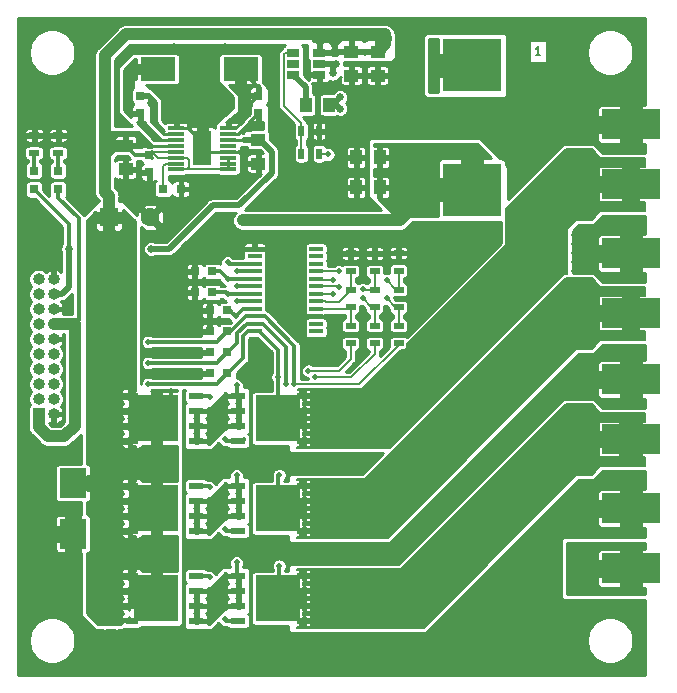
<source format=gbr>
G04 #@! TF.GenerationSoftware,KiCad,Pcbnew,(5.0.0-rc2-dev-185-g935a5ca)*
G04 #@! TF.CreationDate,2018-03-13T10:49:45-05:00*
G04 #@! TF.ProjectId,Power Board,506F77657220426F6172642E6B696361,rev?*
G04 #@! TF.SameCoordinates,Original*
G04 #@! TF.FileFunction,Copper,L1,Top,Mixed*
G04 #@! TF.FilePolarity,Positive*
%FSLAX46Y46*%
G04 Gerber Fmt 4.6, Leading zero omitted, Abs format (unit mm)*
G04 Created by KiCad (PCBNEW (5.0.0-rc2-dev-185-g935a5ca)) date Tuesday, March 13, 2018 at 10:49:45 AM*
%MOMM*%
%LPD*%
G01*
G04 APERTURE LIST*
%ADD10C,0.150000*%
%ADD11O,1.000000X1.000000*%
%ADD12R,1.000000X1.000000*%
%ADD13R,5.000000X2.500000*%
%ADD14R,0.900000X0.500000*%
%ADD15R,0.500000X0.900000*%
%ADD16R,0.800000X0.800000*%
%ADD17R,3.810000X3.910000*%
%ADD18R,1.020000X0.610000*%
%ADD19R,1.270000X0.610000*%
%ADD20R,0.800000X0.750000*%
%ADD21R,1.000000X1.250000*%
%ADD22R,1.250000X1.000000*%
%ADD23R,2.300000X2.500000*%
%ADD24R,5.000000X4.500000*%
%ADD25R,1.200000X0.400000*%
%ADD26R,1.060000X0.650000*%
%ADD27R,1.600000X1.600000*%
%ADD28C,1.600000*%
%ADD29R,0.750000X0.800000*%
%ADD30R,3.000000X2.000000*%
%ADD31R,1.400000X0.300000*%
%ADD32R,1.650000X2.850000*%
%ADD33C,0.660000*%
%ADD34C,0.508000*%
%ADD35C,1.000000*%
%ADD36C,0.300000*%
%ADD37C,0.200000*%
%ADD38C,0.500000*%
%ADD39C,0.250000*%
%ADD40C,0.260000*%
%ADD41C,0.160000*%
%ADD42C,0.254000*%
G04 APERTURE END LIST*
D10*
X241500000Y-87565666D02*
X241100000Y-87565666D01*
X241300000Y-87565666D02*
X241300000Y-86865666D01*
X241233333Y-86965666D01*
X241166666Y-87032333D01*
X241100000Y-87065666D01*
D11*
X200279000Y-106553000D03*
X199009000Y-106553000D03*
X200279000Y-107823000D03*
X199009000Y-107823000D03*
X200279000Y-109093000D03*
X199009000Y-109093000D03*
X200279000Y-110363000D03*
X199009000Y-110363000D03*
X200279000Y-111633000D03*
X199009000Y-111633000D03*
X200279000Y-112903000D03*
X199009000Y-112903000D03*
X200279000Y-114173000D03*
X199009000Y-114173000D03*
X200279000Y-115443000D03*
X199009000Y-115443000D03*
X200279000Y-116713000D03*
X199009000Y-116713000D03*
X200279000Y-117983000D03*
D12*
X199009000Y-117983000D03*
D13*
X249174000Y-125984000D03*
X249174000Y-131064000D03*
X249174000Y-120142000D03*
X249174000Y-115062000D03*
X249174000Y-104394000D03*
X249174000Y-109474000D03*
X249174000Y-93472000D03*
X249174000Y-98552000D03*
D14*
X225425000Y-110502000D03*
X225425000Y-112002000D03*
X225425000Y-108954000D03*
X225425000Y-107454000D03*
X225425000Y-104384000D03*
X225425000Y-105884000D03*
X227457000Y-110502000D03*
X227457000Y-112002000D03*
X227457000Y-108954000D03*
X227457000Y-107454000D03*
X227457000Y-104406000D03*
X227457000Y-105906000D03*
X229489000Y-110502000D03*
X229489000Y-112002000D03*
X229489000Y-108954000D03*
X229489000Y-107454000D03*
X229489000Y-104354000D03*
X229489000Y-105854000D03*
D15*
X222746000Y-95948500D03*
X221246000Y-95948500D03*
X221246000Y-94043500D03*
X222746000Y-94043500D03*
D14*
X198628000Y-94373000D03*
X198628000Y-95873000D03*
D16*
X198628000Y-97371000D03*
X198628000Y-98971000D03*
D17*
X219257000Y-118364000D03*
D18*
X221362000Y-116459000D03*
X221362000Y-117729000D03*
X221362000Y-118999000D03*
X221362000Y-120269000D03*
D19*
X215897000Y-120269000D03*
X215897000Y-118999000D03*
X215897000Y-117729000D03*
X215897000Y-116459000D03*
D17*
X208987000Y-118364000D03*
D18*
X206882000Y-120269000D03*
X206882000Y-118999000D03*
X206882000Y-117729000D03*
X206882000Y-116459000D03*
D19*
X212347000Y-116459000D03*
X212347000Y-117729000D03*
X212347000Y-118999000D03*
X212347000Y-120269000D03*
D17*
X219257000Y-125984000D03*
D18*
X221362000Y-124079000D03*
X221362000Y-125349000D03*
X221362000Y-126619000D03*
X221362000Y-127889000D03*
D19*
X215897000Y-127889000D03*
X215897000Y-126619000D03*
X215897000Y-125349000D03*
X215897000Y-124079000D03*
D17*
X208987000Y-125984000D03*
D18*
X206882000Y-127889000D03*
X206882000Y-126619000D03*
X206882000Y-125349000D03*
X206882000Y-124079000D03*
D19*
X212347000Y-124079000D03*
X212347000Y-125349000D03*
X212347000Y-126619000D03*
X212347000Y-127889000D03*
D17*
X219257000Y-133604000D03*
D18*
X221362000Y-131699000D03*
X221362000Y-132969000D03*
X221362000Y-134239000D03*
X221362000Y-135509000D03*
D19*
X215897000Y-135509000D03*
X215897000Y-134239000D03*
X215897000Y-132969000D03*
X215897000Y-131699000D03*
D17*
X208987000Y-133604000D03*
D18*
X206882000Y-135509000D03*
X206882000Y-134239000D03*
X206882000Y-132969000D03*
X206882000Y-131699000D03*
D19*
X212347000Y-131699000D03*
X212347000Y-132969000D03*
X212347000Y-134239000D03*
X212347000Y-135509000D03*
D20*
X213499000Y-109220000D03*
X214999000Y-109220000D03*
X212229000Y-107696000D03*
X213729000Y-107696000D03*
X212229000Y-105918000D03*
X213729000Y-105918000D03*
X214999000Y-114554000D03*
X213499000Y-114554000D03*
X214999000Y-112776000D03*
X213499000Y-112776000D03*
X214999000Y-110998000D03*
X213499000Y-110998000D03*
D21*
X221631000Y-91821000D03*
X223631000Y-91821000D03*
D22*
X227711000Y-87328500D03*
X227711000Y-89328500D03*
X225488500Y-87328500D03*
X225488500Y-89328500D03*
D21*
X227885500Y-98806000D03*
X225885500Y-98806000D03*
X227885500Y-96266000D03*
X225885500Y-96266000D03*
D22*
X217607000Y-94778000D03*
X217607000Y-96778000D03*
D23*
X201930000Y-123834000D03*
X201930000Y-128134000D03*
D24*
X235712000Y-88476000D03*
X235712000Y-98976000D03*
D25*
X222497000Y-110998000D03*
X222497000Y-110363000D03*
X222497000Y-109728000D03*
X222497000Y-109093000D03*
X222497000Y-108458000D03*
X222497000Y-107823000D03*
X222497000Y-107188000D03*
X222497000Y-106553000D03*
X222497000Y-105918000D03*
X222497000Y-105283000D03*
X222497000Y-104648000D03*
X222497000Y-104013000D03*
X217297000Y-104013000D03*
X217297000Y-104648000D03*
X217297000Y-105283000D03*
X217297000Y-105918000D03*
X217297000Y-106553000D03*
X217297000Y-107188000D03*
X217297000Y-107823000D03*
X217297000Y-108458000D03*
X217297000Y-109093000D03*
X217297000Y-109728000D03*
X217297000Y-110363000D03*
X217297000Y-110998000D03*
D26*
X222778500Y-89278500D03*
X222778500Y-88328500D03*
X222778500Y-87378500D03*
X220578500Y-87378500D03*
X220578500Y-89278500D03*
X220578500Y-88328500D03*
D27*
X204978000Y-101346000D03*
D28*
X208478000Y-101346000D03*
D29*
X207607000Y-92528000D03*
X207607000Y-91028000D03*
X217607000Y-92528000D03*
X217607000Y-91028000D03*
D22*
X206377000Y-95278000D03*
X206377000Y-97278000D03*
D29*
X208377000Y-97528000D03*
X208377000Y-96028000D03*
D20*
X211062000Y-98933000D03*
X209562000Y-98933000D03*
D30*
X209107000Y-88778000D03*
X216107000Y-88778000D03*
D31*
X210657000Y-93778000D03*
X210657000Y-94278000D03*
X210657000Y-94778000D03*
X210657000Y-95278000D03*
X210657000Y-95778000D03*
X215057000Y-95778000D03*
X215057000Y-95278000D03*
X215057000Y-94778000D03*
X215057000Y-94278000D03*
X215057000Y-93778000D03*
X210657000Y-96278000D03*
X210657000Y-96778000D03*
X210657000Y-97278000D03*
X215057000Y-96278000D03*
X215057000Y-96778000D03*
X215057000Y-97278000D03*
D32*
X212857000Y-95428000D03*
D16*
X200660000Y-98971000D03*
X200660000Y-97371000D03*
D14*
X200660000Y-95873000D03*
X200660000Y-94373000D03*
D33*
X202057000Y-110363000D03*
X216281000Y-101600000D03*
D34*
X232664000Y-98806006D03*
X223520000Y-96012000D03*
X199644000Y-92710000D03*
X211582000Y-100076000D03*
X216154000Y-103378000D03*
X209042000Y-110744000D03*
X199898000Y-129032000D03*
X201168000Y-130302000D03*
X202438000Y-130302000D03*
X224409000Y-129413000D03*
X224409000Y-121793000D03*
X223139000Y-122428000D03*
X211074000Y-106680000D03*
X217479190Y-97845190D03*
X244348000Y-93472000D03*
X245364000Y-92710000D03*
X244348000Y-91948000D03*
X244348000Y-94234000D03*
X245364000Y-91948000D03*
X244348000Y-92710000D03*
X245364000Y-94996000D03*
X244348000Y-94996000D03*
X245364000Y-93472000D03*
X245364000Y-94234000D03*
X245364000Y-104394000D03*
X245364000Y-105918000D03*
X244348000Y-105156000D03*
X244348000Y-104394000D03*
X245364000Y-102870000D03*
X244348000Y-105918000D03*
X245364000Y-105156000D03*
X244348000Y-103632000D03*
X244348000Y-102870000D03*
X245364000Y-103632000D03*
X245364000Y-115824000D03*
X244348000Y-115824000D03*
X245364000Y-116586000D03*
X244348000Y-116586000D03*
X244348000Y-113538000D03*
X244348000Y-114300000D03*
X245364000Y-113538000D03*
X245364000Y-115062000D03*
X244348000Y-115062000D03*
X245364000Y-114300000D03*
X244348000Y-124460000D03*
X244348000Y-125222000D03*
X244348000Y-125984000D03*
X244348000Y-126746000D03*
X244348000Y-127508000D03*
X245364000Y-127508000D03*
X245364000Y-126746000D03*
X245364000Y-125984000D03*
X245364000Y-125222000D03*
X245364000Y-124460000D03*
X212217000Y-98933000D03*
X223012000Y-90551000D03*
X226314000Y-97536000D03*
X226314000Y-100203000D03*
X227965000Y-93853000D03*
X226822000Y-93853000D03*
X225679000Y-93853000D03*
X214757000Y-86868000D03*
X214122000Y-91948000D03*
X211582000Y-91948000D03*
X210439000Y-86868000D03*
X221107000Y-109474000D03*
X218567000Y-104394000D03*
X205867000Y-98298000D03*
X207137000Y-98298000D03*
X208407000Y-98933000D03*
X216662000Y-98298000D03*
X213357000Y-95528000D03*
X212857000Y-96028000D03*
X212357000Y-96528000D03*
X213357000Y-96528000D03*
X212357000Y-95278000D03*
X212857000Y-94778000D03*
X213357000Y-94278000D03*
X212357000Y-94278000D03*
X208280000Y-115443000D03*
X208280000Y-113665000D03*
X208280000Y-111886994D03*
X232537000Y-89916000D03*
D33*
X224154990Y-88392000D03*
X223901000Y-89154020D03*
X201549000Y-104013000D03*
X208534000Y-104013000D03*
D34*
X215011000Y-105156034D03*
X203454000Y-116713000D03*
X244348000Y-132588000D03*
X245364000Y-132588000D03*
X245364000Y-131826000D03*
X244348000Y-131826000D03*
X244348000Y-131064000D03*
X245364000Y-131064000D03*
X245364000Y-130302000D03*
X244348000Y-130302000D03*
X245364000Y-129540000D03*
X244348000Y-129540000D03*
D33*
X205613000Y-135636000D03*
X204597000Y-135636000D03*
X204597000Y-134620000D03*
X204597000Y-133604000D03*
X204597000Y-132588000D03*
X204597000Y-131572000D03*
X205613000Y-131572000D03*
X205613000Y-132588000D03*
X205613000Y-133604000D03*
X205613000Y-134620000D03*
D34*
X223012000Y-113284000D03*
X217297000Y-114554000D03*
X218694000Y-121793000D03*
X217424000Y-122428000D03*
X216154000Y-121793000D03*
X216154000Y-129413000D03*
X217424000Y-130048000D03*
X218694000Y-129413000D03*
X223139000Y-130048000D03*
X210185000Y-116078000D03*
X215679688Y-109687625D03*
X215773000Y-115570000D03*
X215011000Y-107848000D03*
X215773000Y-123190000D03*
X215773000Y-130556000D03*
X215011000Y-106578000D03*
X221846300Y-114327580D03*
X219257000Y-114844000D03*
X222414370Y-114887590D03*
X219936987Y-115484000D03*
X219375346Y-123158674D03*
X220657000Y-115484000D03*
X219377000Y-130844000D03*
X232537000Y-88900000D03*
X232537000Y-87884000D03*
X232537000Y-86868000D03*
D33*
X224536000Y-91186000D03*
X224536000Y-92138500D03*
D34*
X215773000Y-108458000D03*
X213487000Y-116586000D03*
X214757000Y-120142000D03*
X215773000Y-107188000D03*
X214757000Y-127762000D03*
X213487000Y-124206000D03*
X215773000Y-105918000D03*
X214757000Y-135382000D03*
X213487000Y-131826000D03*
X223898230Y-107824691D03*
X226441000Y-108204000D03*
X224409707Y-107188665D03*
X226441000Y-107442000D03*
X223896513Y-106597045D03*
X228473000Y-108204000D03*
X224409000Y-105918000D03*
X228473000Y-106680000D03*
D35*
X202057000Y-110363000D02*
X202057000Y-118999000D01*
X202057000Y-118999000D02*
X201168000Y-119888000D01*
X199771000Y-119888000D02*
X199009000Y-119126000D01*
X201168000Y-119888000D02*
X199771000Y-119888000D01*
X199009000Y-119126000D02*
X199009000Y-117983000D01*
D36*
X202057000Y-110363000D02*
X202386999Y-110033001D01*
X202386999Y-110033001D02*
X202386999Y-101397999D01*
X202386999Y-101397999D02*
X200660000Y-99671000D01*
X200660000Y-99671000D02*
X200660000Y-98971000D01*
D35*
X200279000Y-110363000D02*
X202057000Y-110363000D01*
X235712000Y-98976000D02*
X232212000Y-98976000D01*
X232212000Y-98976000D02*
X229588000Y-101600000D01*
X229588000Y-101600000D02*
X216281000Y-101600000D01*
D37*
X232664000Y-98806006D02*
X235542006Y-98806006D01*
X235542006Y-98806006D02*
X235712000Y-98976000D01*
X222746000Y-95948500D02*
X223456500Y-95948500D01*
X223456500Y-95948500D02*
X223520000Y-96012000D01*
D36*
X215773000Y-115570000D02*
X215773000Y-116335000D01*
X215773000Y-116335000D02*
X215897000Y-116459000D01*
X214999000Y-109220000D02*
X215212063Y-109220000D01*
X215212063Y-109220000D02*
X215419689Y-109427626D01*
X215679688Y-109687625D02*
X216274313Y-109093000D01*
X216274313Y-109093000D02*
X217297000Y-109093000D01*
X214085000Y-115443000D02*
X208639210Y-115443000D01*
X208639210Y-115443000D02*
X208280000Y-115443000D01*
X214974000Y-114554000D02*
X214085000Y-115443000D01*
X214999000Y-114554000D02*
X214974000Y-114554000D01*
X214974000Y-112776000D02*
X214085000Y-113665000D01*
X214999000Y-112776000D02*
X214974000Y-112776000D01*
X208639210Y-113665000D02*
X208280000Y-113665000D01*
X214085000Y-113665000D02*
X208639210Y-113665000D01*
X214999000Y-110998000D02*
X214974000Y-110998000D01*
X214085006Y-111886994D02*
X208639210Y-111886994D01*
X214974000Y-110998000D02*
X214085006Y-111886994D01*
X208639210Y-111886994D02*
X208280000Y-111886994D01*
D37*
X229489000Y-112002000D02*
X229489000Y-112141000D01*
X221024695Y-115484000D02*
X220657000Y-115484000D01*
X229489000Y-112141000D02*
X226146000Y-115484000D01*
X226146000Y-115484000D02*
X221024695Y-115484000D01*
D38*
X224091490Y-88328500D02*
X224154990Y-88392000D01*
X222778500Y-88328500D02*
X224091490Y-88328500D01*
X223901000Y-88687330D02*
X223901000Y-89154020D01*
X223808500Y-88328500D02*
X223901000Y-88421000D01*
X222778500Y-88328500D02*
X223808500Y-88328500D01*
X223901000Y-88421000D02*
X223901000Y-88687330D01*
D37*
X209562000Y-98933000D02*
X209562000Y-96973000D01*
X209562000Y-96973000D02*
X209757000Y-96778000D01*
X209757000Y-96778000D02*
X210657000Y-96778000D01*
D38*
X217607000Y-94778000D02*
X217732000Y-94778000D01*
X218732000Y-97588002D02*
X215990002Y-100330000D01*
X217732000Y-94778000D02*
X218732000Y-95778000D01*
X218732000Y-95778000D02*
X218732000Y-97588002D01*
X215990002Y-100330000D02*
X213741000Y-100330000D01*
X213741000Y-100330000D02*
X210058000Y-104013000D01*
X210058000Y-104013000D02*
X208534000Y-104013000D01*
D36*
X201549000Y-104013000D02*
X201549000Y-101892000D01*
X201549000Y-101892000D02*
X198628000Y-98971000D01*
D38*
X201549000Y-104013000D02*
X201549000Y-107260106D01*
X201549000Y-107260106D02*
X200986106Y-107823000D01*
X200986106Y-107823000D02*
X200279000Y-107823000D01*
D36*
X215897000Y-120269000D02*
X214884000Y-120269000D01*
X214884000Y-120269000D02*
X214757000Y-120142000D01*
X215897000Y-135509000D02*
X214884000Y-135509000D01*
X214884000Y-135509000D02*
X214757000Y-135382000D01*
D37*
X222497000Y-109093000D02*
X225286000Y-109093000D01*
X225286000Y-109093000D02*
X225425000Y-108954000D01*
X225425000Y-108954000D02*
X225425000Y-110502000D01*
X229489000Y-108954000D02*
X229489000Y-110502000D01*
D36*
X217297000Y-105283000D02*
X215137966Y-105283000D01*
X215137966Y-105283000D02*
X215011000Y-105156034D01*
D35*
X204978000Y-101346000D02*
X204978000Y-106172000D01*
X204597000Y-96012000D02*
X204597000Y-87630000D01*
X204597000Y-87630000D02*
X206375000Y-85852000D01*
X206375000Y-85852000D02*
X228346000Y-85852000D01*
X228346000Y-86693500D02*
X227711000Y-87328500D01*
X228346000Y-85852000D02*
X228346000Y-86693500D01*
X204978000Y-101346000D02*
X204978000Y-99546000D01*
X204597000Y-96012000D02*
X205331000Y-95278000D01*
X204978000Y-99546000D02*
X204597000Y-99165000D01*
X204597000Y-99165000D02*
X204597000Y-96012000D01*
X205331000Y-95278000D02*
X206377000Y-95278000D01*
D37*
X201930000Y-123834000D02*
X203822000Y-123834000D01*
X203822000Y-123834000D02*
X206882000Y-120774000D01*
X206882000Y-120774000D02*
X206882000Y-120269000D01*
D38*
X225488500Y-87328500D02*
X227711000Y-87328500D01*
D36*
X206377000Y-95278000D02*
X207302000Y-95278000D01*
D39*
X207302000Y-95278000D02*
X210657000Y-95278000D01*
D37*
X210657000Y-97278000D02*
X211557000Y-97278000D01*
X211557000Y-97278000D02*
X211726543Y-97108457D01*
X211726543Y-97108457D02*
X211726543Y-96447543D01*
X211726543Y-96447543D02*
X211557000Y-96278000D01*
X211557000Y-96278000D02*
X210657000Y-96278000D01*
D36*
X208377000Y-96028000D02*
X207127000Y-96028000D01*
X207127000Y-96028000D02*
X206377000Y-95278000D01*
D37*
X210657000Y-95778000D02*
X208607000Y-95778000D01*
X210657000Y-96278000D02*
X209107000Y-96278000D01*
X209107000Y-96278000D02*
X208607000Y-95778000D01*
D36*
X208627000Y-95778000D02*
X208377000Y-96028000D01*
X208627000Y-96278000D02*
X208377000Y-96028000D01*
D39*
X215057000Y-96778000D02*
X215057000Y-96278000D01*
X215057000Y-97278000D02*
X215057000Y-96778000D01*
D37*
X210657000Y-97278000D02*
X215007000Y-97278000D01*
D36*
X215007000Y-97278000D02*
X215057000Y-97278000D01*
D38*
X225438500Y-87378500D02*
X225488500Y-87328500D01*
D36*
X210185000Y-116078000D02*
X210185000Y-117166000D01*
X210185000Y-117166000D02*
X208987000Y-118364000D01*
X206882000Y-132969000D02*
X206882000Y-134239000D01*
D38*
X206882000Y-131699000D02*
X206882000Y-132969000D01*
X206882000Y-126619000D02*
X206882000Y-127889000D01*
D36*
X206882000Y-125349000D02*
X206882000Y-126619000D01*
D38*
X206882000Y-124079000D02*
X206882000Y-125349000D01*
X206882000Y-117729000D02*
X206882000Y-116459000D01*
D36*
X206882000Y-118999000D02*
X206882000Y-117729000D01*
D38*
X206882000Y-120269000D02*
X206882000Y-118999000D01*
D39*
X215057000Y-95778000D02*
X217407000Y-95778000D01*
D36*
X217407000Y-95778000D02*
X217607000Y-95978000D01*
X217607000Y-95978000D02*
X217607000Y-96778000D01*
D39*
X215057000Y-95778000D02*
X213207000Y-95778000D01*
D36*
X213207000Y-95778000D02*
X212857000Y-95428000D01*
D39*
X210657000Y-93778000D02*
X211657000Y-93778000D01*
D36*
X211657000Y-93778000D02*
X212857000Y-94978000D01*
X212857000Y-94978000D02*
X212857000Y-95428000D01*
X215419689Y-109427626D02*
X215679688Y-109687625D01*
X213729000Y-107696000D02*
X214859000Y-107696000D01*
X214859000Y-107696000D02*
X215011000Y-107848000D01*
X215773000Y-123190000D02*
X215773000Y-123955000D01*
X215773000Y-123955000D02*
X215897000Y-124079000D01*
X215011000Y-107848000D02*
X217272000Y-107848000D01*
X217272000Y-107848000D02*
X217297000Y-107823000D01*
X213729000Y-105918000D02*
X214351000Y-105918000D01*
X214351000Y-105918000D02*
X215011000Y-106578000D01*
X215773000Y-130556000D02*
X215773000Y-131575000D01*
X215773000Y-131575000D02*
X215897000Y-131699000D01*
X217297000Y-106553000D02*
X215036000Y-106553000D01*
X215036000Y-106553000D02*
X215011000Y-106578000D01*
D37*
X224439065Y-114327580D02*
X225425000Y-113341645D01*
X225425000Y-113341645D02*
X225425000Y-112002000D01*
X221846300Y-114327580D02*
X224439065Y-114327580D01*
D36*
X217297000Y-110998000D02*
X216729004Y-110998000D01*
X216729004Y-110998000D02*
X216322366Y-111404638D01*
X216322366Y-111404638D02*
X216322366Y-113255634D01*
X216322366Y-113255634D02*
X215024000Y-114554000D01*
X215024000Y-114554000D02*
X214999000Y-114554000D01*
X221362000Y-116459000D02*
X221162000Y-116459000D01*
X221162000Y-116459000D02*
X219257000Y-118364000D01*
X221362000Y-120269000D02*
X221162000Y-120269000D01*
X221162000Y-120269000D02*
X219257000Y-118364000D01*
X219257000Y-118364000D02*
X220727000Y-118364000D01*
X220727000Y-118364000D02*
X221362000Y-117729000D01*
X220727000Y-118364000D02*
X221362000Y-118999000D01*
X219257000Y-116109000D02*
X219257000Y-118364000D01*
X217697000Y-110998000D02*
X219257000Y-112558000D01*
X217297000Y-110998000D02*
X217697000Y-110998000D01*
X219257000Y-114844000D02*
X219257000Y-116109000D01*
X219257000Y-112558000D02*
X219257000Y-114844000D01*
D37*
X227457000Y-112002000D02*
X227457000Y-112914690D01*
X227457000Y-112914690D02*
X225484100Y-114887590D01*
X225484100Y-114887590D02*
X222782065Y-114887590D01*
X222782065Y-114887590D02*
X222414370Y-114887590D01*
D36*
X217297000Y-110363000D02*
X217967418Y-110363000D01*
X217967418Y-110363000D02*
X219936987Y-112332569D01*
X219936987Y-112332569D02*
X219936987Y-115116305D01*
X219936987Y-115116305D02*
X219936987Y-115484000D01*
X215024000Y-112776000D02*
X214999000Y-112776000D01*
X215822355Y-111977645D02*
X215024000Y-112776000D01*
X215822355Y-111158975D02*
X215822355Y-111977645D01*
X216618330Y-110363000D02*
X215822355Y-111158975D01*
X217297000Y-110363000D02*
X216618330Y-110363000D01*
X219257000Y-123277020D02*
X219375346Y-123158674D01*
X219257000Y-125984000D02*
X219257000Y-123277020D01*
X219892000Y-134239000D02*
X219257000Y-133604000D01*
X217297000Y-109728000D02*
X216546208Y-109728000D01*
X215276208Y-110998000D02*
X214999000Y-110998000D01*
X216546208Y-109728000D02*
X215276208Y-110998000D01*
X219892000Y-132969000D02*
X219257000Y-133604000D01*
X219377000Y-130844000D02*
X219377000Y-133484000D01*
X217297000Y-109728000D02*
X218197000Y-109728000D01*
X218197000Y-109728000D02*
X220657000Y-112188000D01*
X220657000Y-112188000D02*
X220657000Y-115484000D01*
X219377000Y-133484000D02*
X219257000Y-133604000D01*
D38*
X221631000Y-91821000D02*
X221631000Y-90331000D01*
X221631000Y-90331000D02*
X220578500Y-89278500D01*
X223901000Y-91821000D02*
X224536000Y-91186000D01*
X223631000Y-91821000D02*
X223901000Y-91821000D01*
X223631000Y-91821000D02*
X224218500Y-91821000D01*
X224218500Y-91821000D02*
X224536000Y-92138500D01*
D39*
X210657000Y-94278000D02*
X209607000Y-94278000D01*
D36*
X209607000Y-94278000D02*
X208607000Y-93278000D01*
X208607000Y-93278000D02*
X208607000Y-91278000D01*
X208607000Y-91278000D02*
X208357000Y-91028000D01*
X208357000Y-91028000D02*
X207607000Y-91028000D01*
D39*
X210657000Y-94778000D02*
X208835272Y-94778000D01*
D36*
X208835272Y-94778000D02*
X207607000Y-93549728D01*
X207607000Y-93549728D02*
X207607000Y-92528000D01*
D39*
X216357000Y-94778000D02*
X215057000Y-94778000D01*
D38*
X216357000Y-94778000D02*
X217542002Y-94778000D01*
X216607000Y-94778000D02*
X216357000Y-94778000D01*
X217607000Y-94778000D02*
X216607000Y-94778000D01*
D36*
X217297000Y-108458000D02*
X215773000Y-108458000D01*
X212347000Y-116459000D02*
X213360000Y-116459000D01*
X213360000Y-116459000D02*
X213487000Y-116586000D01*
X216407000Y-120159000D02*
X216385710Y-120137710D01*
X215773000Y-107188000D02*
X217297000Y-107188000D01*
X215897000Y-127889000D02*
X214884000Y-127889000D01*
X214884000Y-127889000D02*
X214757000Y-127762000D01*
X212347000Y-124079000D02*
X213360000Y-124079000D01*
X213360000Y-124079000D02*
X213487000Y-124206000D01*
X217297000Y-105918000D02*
X215773000Y-105918000D01*
X212347000Y-131699000D02*
X213360000Y-131699000D01*
X213360000Y-131699000D02*
X213487000Y-131826000D01*
D37*
X223298963Y-108459963D02*
X223297000Y-108458000D01*
X223297000Y-108458000D02*
X222497000Y-108458000D01*
X224419037Y-108459963D02*
X223298963Y-108459963D01*
X225425000Y-107454000D02*
X224419037Y-108459963D01*
X225425000Y-107454000D02*
X225425000Y-105884000D01*
X223896539Y-107823000D02*
X223898230Y-107824691D01*
X222497000Y-107823000D02*
X223896539Y-107823000D01*
X227457000Y-108954000D02*
X227191000Y-108954000D01*
X227191000Y-108954000D02*
X226441000Y-108204000D01*
X227457000Y-108954000D02*
X227457000Y-110502000D01*
D36*
X222516000Y-107804000D02*
X222497000Y-107823000D01*
D37*
X224409042Y-107188000D02*
X224409707Y-107188665D01*
X222497000Y-107188000D02*
X224409042Y-107188000D01*
X227457000Y-107454000D02*
X226453000Y-107454000D01*
X226453000Y-107454000D02*
X226441000Y-107442000D01*
X227457000Y-105906000D02*
X227457000Y-107454000D01*
D36*
X222521000Y-107164000D02*
X222497000Y-107188000D01*
D37*
X223896513Y-106597045D02*
X222541045Y-106597045D01*
X222541045Y-106597045D02*
X222497000Y-106553000D01*
X229489000Y-108954000D02*
X229223000Y-108954000D01*
X229223000Y-108954000D02*
X228473000Y-108204000D01*
X224409000Y-105918000D02*
X222497000Y-105918000D01*
X229489000Y-107454000D02*
X229247000Y-107454000D01*
X229247000Y-107454000D02*
X228473000Y-106680000D01*
X229489000Y-107454000D02*
X229489000Y-105854000D01*
D36*
X222531000Y-105884000D02*
X222497000Y-105918000D01*
D37*
X221246000Y-94043500D02*
X221246000Y-93369236D01*
X221246000Y-93369236D02*
X219748499Y-91871735D01*
X219748499Y-91871735D02*
X219748499Y-87478501D01*
X219748499Y-87478501D02*
X219848500Y-87378500D01*
X219848500Y-87378500D02*
X220578500Y-87378500D01*
X221246000Y-95948500D02*
X221246000Y-94043500D01*
D38*
X221246000Y-93843500D02*
X221246000Y-94043500D01*
D39*
X215057000Y-94278000D02*
X216008458Y-94278000D01*
D36*
X216008458Y-94278000D02*
X216932000Y-93354458D01*
X216932000Y-93354458D02*
X216932000Y-93228000D01*
X216932000Y-93228000D02*
X217607000Y-92553000D01*
X217607000Y-92553000D02*
X217607000Y-92528000D01*
X217607000Y-91028000D02*
X217607000Y-90278000D01*
X217607000Y-90278000D02*
X216107000Y-88778000D01*
D39*
X215057000Y-93778000D02*
X215674880Y-93778000D01*
D36*
X217607000Y-91053000D02*
X217607000Y-91028000D01*
D39*
X215674880Y-93778000D02*
X216881999Y-92570881D01*
D36*
X216881999Y-91778001D02*
X217607000Y-91053000D01*
X216881999Y-92570881D02*
X216881999Y-91778001D01*
X200660000Y-97371000D02*
X200660000Y-95873000D01*
X198628000Y-97371000D02*
X198628000Y-95873000D01*
D40*
G36*
X214872000Y-116237500D02*
X214969500Y-116335000D01*
X215773000Y-116335000D01*
X215773000Y-116315000D01*
X216021000Y-116315000D01*
X216021000Y-116335000D01*
X216041000Y-116335000D01*
X216041000Y-116583000D01*
X216021000Y-116583000D01*
X216021000Y-117056500D01*
X216058500Y-117094000D01*
X216021000Y-117131500D01*
X216021000Y-117605000D01*
X216041000Y-117605000D01*
X216041000Y-117853000D01*
X216021000Y-117853000D01*
X216021000Y-118326500D01*
X216058500Y-118364000D01*
X216021000Y-118401500D01*
X216021000Y-118875000D01*
X216041000Y-118875000D01*
X216041000Y-119123000D01*
X216021000Y-119123000D01*
X216021000Y-119143000D01*
X215773000Y-119143000D01*
X215773000Y-119123000D01*
X214969500Y-119123000D01*
X214872000Y-119220500D01*
X214872000Y-119250000D01*
X214757000Y-119250000D01*
X214707251Y-119259896D01*
X214665076Y-119288076D01*
X213433152Y-120520000D01*
X213372000Y-120520000D01*
X213372000Y-120490500D01*
X213274500Y-120393000D01*
X212471000Y-120393000D01*
X212471000Y-120413000D01*
X212223000Y-120413000D01*
X212223000Y-120393000D01*
X212203000Y-120393000D01*
X212203000Y-120145000D01*
X212223000Y-120145000D01*
X212223000Y-119671500D01*
X212185500Y-119634000D01*
X212223000Y-119596500D01*
X212223000Y-119123000D01*
X212471000Y-119123000D01*
X212471000Y-119596500D01*
X212508500Y-119634000D01*
X212471000Y-119671500D01*
X212471000Y-120145000D01*
X213274500Y-120145000D01*
X213372000Y-120047500D01*
X213372000Y-119886424D01*
X213312626Y-119743083D01*
X213203543Y-119634000D01*
X213312626Y-119524917D01*
X213372000Y-119381576D01*
X213372000Y-119220500D01*
X213274500Y-119123000D01*
X212471000Y-119123000D01*
X212223000Y-119123000D01*
X212203000Y-119123000D01*
X212203000Y-118875000D01*
X212223000Y-118875000D01*
X212223000Y-118401500D01*
X212185500Y-118364000D01*
X212223000Y-118326500D01*
X212223000Y-117853000D01*
X212471000Y-117853000D01*
X212471000Y-118326500D01*
X212508500Y-118364000D01*
X212471000Y-118401500D01*
X212471000Y-118875000D01*
X213274500Y-118875000D01*
X213372000Y-118777500D01*
X213372000Y-118616424D01*
X213312626Y-118473083D01*
X213203543Y-118364000D01*
X213312626Y-118254917D01*
X213372000Y-118111576D01*
X213372000Y-117950500D01*
X214872000Y-117950500D01*
X214872000Y-118111576D01*
X214931374Y-118254917D01*
X215040457Y-118364000D01*
X214931374Y-118473083D01*
X214872000Y-118616424D01*
X214872000Y-118777500D01*
X214969500Y-118875000D01*
X215773000Y-118875000D01*
X215773000Y-118401500D01*
X215735500Y-118364000D01*
X215773000Y-118326500D01*
X215773000Y-117853000D01*
X214969500Y-117853000D01*
X214872000Y-117950500D01*
X213372000Y-117950500D01*
X213274500Y-117853000D01*
X212471000Y-117853000D01*
X212223000Y-117853000D01*
X212203000Y-117853000D01*
X212203000Y-117605000D01*
X212223000Y-117605000D01*
X212223000Y-117585000D01*
X212471000Y-117585000D01*
X212471000Y-117605000D01*
X213274500Y-117605000D01*
X213372000Y-117507500D01*
X213372000Y-117478000D01*
X213487000Y-117478000D01*
X213536749Y-117468104D01*
X213578924Y-117439924D01*
X214338348Y-116680500D01*
X214872000Y-116680500D01*
X214872000Y-116841576D01*
X214931374Y-116984917D01*
X215040457Y-117094000D01*
X214931374Y-117203083D01*
X214872000Y-117346424D01*
X214872000Y-117507500D01*
X214969500Y-117605000D01*
X215773000Y-117605000D01*
X215773000Y-117131500D01*
X215735500Y-117094000D01*
X215773000Y-117056500D01*
X215773000Y-116583000D01*
X214969500Y-116583000D01*
X214872000Y-116680500D01*
X214338348Y-116680500D01*
X214810848Y-116208000D01*
X214872000Y-116208000D01*
X214872000Y-116237500D01*
X214872000Y-116237500D01*
G37*
X214872000Y-116237500D02*
X214969500Y-116335000D01*
X215773000Y-116335000D01*
X215773000Y-116315000D01*
X216021000Y-116315000D01*
X216021000Y-116335000D01*
X216041000Y-116335000D01*
X216041000Y-116583000D01*
X216021000Y-116583000D01*
X216021000Y-117056500D01*
X216058500Y-117094000D01*
X216021000Y-117131500D01*
X216021000Y-117605000D01*
X216041000Y-117605000D01*
X216041000Y-117853000D01*
X216021000Y-117853000D01*
X216021000Y-118326500D01*
X216058500Y-118364000D01*
X216021000Y-118401500D01*
X216021000Y-118875000D01*
X216041000Y-118875000D01*
X216041000Y-119123000D01*
X216021000Y-119123000D01*
X216021000Y-119143000D01*
X215773000Y-119143000D01*
X215773000Y-119123000D01*
X214969500Y-119123000D01*
X214872000Y-119220500D01*
X214872000Y-119250000D01*
X214757000Y-119250000D01*
X214707251Y-119259896D01*
X214665076Y-119288076D01*
X213433152Y-120520000D01*
X213372000Y-120520000D01*
X213372000Y-120490500D01*
X213274500Y-120393000D01*
X212471000Y-120393000D01*
X212471000Y-120413000D01*
X212223000Y-120413000D01*
X212223000Y-120393000D01*
X212203000Y-120393000D01*
X212203000Y-120145000D01*
X212223000Y-120145000D01*
X212223000Y-119671500D01*
X212185500Y-119634000D01*
X212223000Y-119596500D01*
X212223000Y-119123000D01*
X212471000Y-119123000D01*
X212471000Y-119596500D01*
X212508500Y-119634000D01*
X212471000Y-119671500D01*
X212471000Y-120145000D01*
X213274500Y-120145000D01*
X213372000Y-120047500D01*
X213372000Y-119886424D01*
X213312626Y-119743083D01*
X213203543Y-119634000D01*
X213312626Y-119524917D01*
X213372000Y-119381576D01*
X213372000Y-119220500D01*
X213274500Y-119123000D01*
X212471000Y-119123000D01*
X212223000Y-119123000D01*
X212203000Y-119123000D01*
X212203000Y-118875000D01*
X212223000Y-118875000D01*
X212223000Y-118401500D01*
X212185500Y-118364000D01*
X212223000Y-118326500D01*
X212223000Y-117853000D01*
X212471000Y-117853000D01*
X212471000Y-118326500D01*
X212508500Y-118364000D01*
X212471000Y-118401500D01*
X212471000Y-118875000D01*
X213274500Y-118875000D01*
X213372000Y-118777500D01*
X213372000Y-118616424D01*
X213312626Y-118473083D01*
X213203543Y-118364000D01*
X213312626Y-118254917D01*
X213372000Y-118111576D01*
X213372000Y-117950500D01*
X214872000Y-117950500D01*
X214872000Y-118111576D01*
X214931374Y-118254917D01*
X215040457Y-118364000D01*
X214931374Y-118473083D01*
X214872000Y-118616424D01*
X214872000Y-118777500D01*
X214969500Y-118875000D01*
X215773000Y-118875000D01*
X215773000Y-118401500D01*
X215735500Y-118364000D01*
X215773000Y-118326500D01*
X215773000Y-117853000D01*
X214969500Y-117853000D01*
X214872000Y-117950500D01*
X213372000Y-117950500D01*
X213274500Y-117853000D01*
X212471000Y-117853000D01*
X212223000Y-117853000D01*
X212203000Y-117853000D01*
X212203000Y-117605000D01*
X212223000Y-117605000D01*
X212223000Y-117585000D01*
X212471000Y-117585000D01*
X212471000Y-117605000D01*
X213274500Y-117605000D01*
X213372000Y-117507500D01*
X213372000Y-117478000D01*
X213487000Y-117478000D01*
X213536749Y-117468104D01*
X213578924Y-117439924D01*
X214338348Y-116680500D01*
X214872000Y-116680500D01*
X214872000Y-116841576D01*
X214931374Y-116984917D01*
X215040457Y-117094000D01*
X214931374Y-117203083D01*
X214872000Y-117346424D01*
X214872000Y-117507500D01*
X214969500Y-117605000D01*
X215773000Y-117605000D01*
X215773000Y-117131500D01*
X215735500Y-117094000D01*
X215773000Y-117056500D01*
X215773000Y-116583000D01*
X214969500Y-116583000D01*
X214872000Y-116680500D01*
X214338348Y-116680500D01*
X214810848Y-116208000D01*
X214872000Y-116208000D01*
X214872000Y-116237500D01*
G36*
X214872000Y-123857500D02*
X214969500Y-123955000D01*
X215773000Y-123955000D01*
X215773000Y-123935000D01*
X216021000Y-123935000D01*
X216021000Y-123955000D01*
X216041000Y-123955000D01*
X216041000Y-124203000D01*
X216021000Y-124203000D01*
X216021000Y-124676500D01*
X216058500Y-124714000D01*
X216021000Y-124751500D01*
X216021000Y-125225000D01*
X216041000Y-125225000D01*
X216041000Y-125473000D01*
X216021000Y-125473000D01*
X216021000Y-125946500D01*
X216058500Y-125984000D01*
X216021000Y-126021500D01*
X216021000Y-126495000D01*
X216041000Y-126495000D01*
X216041000Y-126743000D01*
X216021000Y-126743000D01*
X216021000Y-126763000D01*
X215773000Y-126763000D01*
X215773000Y-126743000D01*
X214969500Y-126743000D01*
X214872000Y-126840500D01*
X214872000Y-126870000D01*
X214757000Y-126870000D01*
X214707251Y-126879896D01*
X214665076Y-126908076D01*
X213433152Y-128140000D01*
X213372000Y-128140000D01*
X213372000Y-128110500D01*
X213274500Y-128013000D01*
X212471000Y-128013000D01*
X212471000Y-128033000D01*
X212223000Y-128033000D01*
X212223000Y-128013000D01*
X212203000Y-128013000D01*
X212203000Y-127765000D01*
X212223000Y-127765000D01*
X212223000Y-127291500D01*
X212185500Y-127254000D01*
X212223000Y-127216500D01*
X212223000Y-126743000D01*
X212471000Y-126743000D01*
X212471000Y-127216500D01*
X212508500Y-127254000D01*
X212471000Y-127291500D01*
X212471000Y-127765000D01*
X213274500Y-127765000D01*
X213372000Y-127667500D01*
X213372000Y-127506424D01*
X213312626Y-127363083D01*
X213203543Y-127254000D01*
X213312626Y-127144917D01*
X213372000Y-127001576D01*
X213372000Y-126840500D01*
X213274500Y-126743000D01*
X212471000Y-126743000D01*
X212223000Y-126743000D01*
X212203000Y-126743000D01*
X212203000Y-126495000D01*
X212223000Y-126495000D01*
X212223000Y-126021500D01*
X212185500Y-125984000D01*
X212223000Y-125946500D01*
X212223000Y-125473000D01*
X212471000Y-125473000D01*
X212471000Y-125946500D01*
X212508500Y-125984000D01*
X212471000Y-126021500D01*
X212471000Y-126495000D01*
X213274500Y-126495000D01*
X213372000Y-126397500D01*
X213372000Y-126236424D01*
X213312626Y-126093083D01*
X213203543Y-125984000D01*
X213312626Y-125874917D01*
X213372000Y-125731576D01*
X213372000Y-125570500D01*
X214872000Y-125570500D01*
X214872000Y-125731576D01*
X214931374Y-125874917D01*
X215040457Y-125984000D01*
X214931374Y-126093083D01*
X214872000Y-126236424D01*
X214872000Y-126397500D01*
X214969500Y-126495000D01*
X215773000Y-126495000D01*
X215773000Y-126021500D01*
X215735500Y-125984000D01*
X215773000Y-125946500D01*
X215773000Y-125473000D01*
X214969500Y-125473000D01*
X214872000Y-125570500D01*
X213372000Y-125570500D01*
X213274500Y-125473000D01*
X212471000Y-125473000D01*
X212223000Y-125473000D01*
X212203000Y-125473000D01*
X212203000Y-125225000D01*
X212223000Y-125225000D01*
X212223000Y-125205000D01*
X212471000Y-125205000D01*
X212471000Y-125225000D01*
X213274500Y-125225000D01*
X213372000Y-125127500D01*
X213372000Y-125098000D01*
X213487000Y-125098000D01*
X213536749Y-125088104D01*
X213578924Y-125059924D01*
X214338348Y-124300500D01*
X214872000Y-124300500D01*
X214872000Y-124461576D01*
X214931374Y-124604917D01*
X215040457Y-124714000D01*
X214931374Y-124823083D01*
X214872000Y-124966424D01*
X214872000Y-125127500D01*
X214969500Y-125225000D01*
X215773000Y-125225000D01*
X215773000Y-124751500D01*
X215735500Y-124714000D01*
X215773000Y-124676500D01*
X215773000Y-124203000D01*
X214969500Y-124203000D01*
X214872000Y-124300500D01*
X214338348Y-124300500D01*
X214810848Y-123828000D01*
X214872000Y-123828000D01*
X214872000Y-123857500D01*
X214872000Y-123857500D01*
G37*
X214872000Y-123857500D02*
X214969500Y-123955000D01*
X215773000Y-123955000D01*
X215773000Y-123935000D01*
X216021000Y-123935000D01*
X216021000Y-123955000D01*
X216041000Y-123955000D01*
X216041000Y-124203000D01*
X216021000Y-124203000D01*
X216021000Y-124676500D01*
X216058500Y-124714000D01*
X216021000Y-124751500D01*
X216021000Y-125225000D01*
X216041000Y-125225000D01*
X216041000Y-125473000D01*
X216021000Y-125473000D01*
X216021000Y-125946500D01*
X216058500Y-125984000D01*
X216021000Y-126021500D01*
X216021000Y-126495000D01*
X216041000Y-126495000D01*
X216041000Y-126743000D01*
X216021000Y-126743000D01*
X216021000Y-126763000D01*
X215773000Y-126763000D01*
X215773000Y-126743000D01*
X214969500Y-126743000D01*
X214872000Y-126840500D01*
X214872000Y-126870000D01*
X214757000Y-126870000D01*
X214707251Y-126879896D01*
X214665076Y-126908076D01*
X213433152Y-128140000D01*
X213372000Y-128140000D01*
X213372000Y-128110500D01*
X213274500Y-128013000D01*
X212471000Y-128013000D01*
X212471000Y-128033000D01*
X212223000Y-128033000D01*
X212223000Y-128013000D01*
X212203000Y-128013000D01*
X212203000Y-127765000D01*
X212223000Y-127765000D01*
X212223000Y-127291500D01*
X212185500Y-127254000D01*
X212223000Y-127216500D01*
X212223000Y-126743000D01*
X212471000Y-126743000D01*
X212471000Y-127216500D01*
X212508500Y-127254000D01*
X212471000Y-127291500D01*
X212471000Y-127765000D01*
X213274500Y-127765000D01*
X213372000Y-127667500D01*
X213372000Y-127506424D01*
X213312626Y-127363083D01*
X213203543Y-127254000D01*
X213312626Y-127144917D01*
X213372000Y-127001576D01*
X213372000Y-126840500D01*
X213274500Y-126743000D01*
X212471000Y-126743000D01*
X212223000Y-126743000D01*
X212203000Y-126743000D01*
X212203000Y-126495000D01*
X212223000Y-126495000D01*
X212223000Y-126021500D01*
X212185500Y-125984000D01*
X212223000Y-125946500D01*
X212223000Y-125473000D01*
X212471000Y-125473000D01*
X212471000Y-125946500D01*
X212508500Y-125984000D01*
X212471000Y-126021500D01*
X212471000Y-126495000D01*
X213274500Y-126495000D01*
X213372000Y-126397500D01*
X213372000Y-126236424D01*
X213312626Y-126093083D01*
X213203543Y-125984000D01*
X213312626Y-125874917D01*
X213372000Y-125731576D01*
X213372000Y-125570500D01*
X214872000Y-125570500D01*
X214872000Y-125731576D01*
X214931374Y-125874917D01*
X215040457Y-125984000D01*
X214931374Y-126093083D01*
X214872000Y-126236424D01*
X214872000Y-126397500D01*
X214969500Y-126495000D01*
X215773000Y-126495000D01*
X215773000Y-126021500D01*
X215735500Y-125984000D01*
X215773000Y-125946500D01*
X215773000Y-125473000D01*
X214969500Y-125473000D01*
X214872000Y-125570500D01*
X213372000Y-125570500D01*
X213274500Y-125473000D01*
X212471000Y-125473000D01*
X212223000Y-125473000D01*
X212203000Y-125473000D01*
X212203000Y-125225000D01*
X212223000Y-125225000D01*
X212223000Y-125205000D01*
X212471000Y-125205000D01*
X212471000Y-125225000D01*
X213274500Y-125225000D01*
X213372000Y-125127500D01*
X213372000Y-125098000D01*
X213487000Y-125098000D01*
X213536749Y-125088104D01*
X213578924Y-125059924D01*
X214338348Y-124300500D01*
X214872000Y-124300500D01*
X214872000Y-124461576D01*
X214931374Y-124604917D01*
X215040457Y-124714000D01*
X214931374Y-124823083D01*
X214872000Y-124966424D01*
X214872000Y-125127500D01*
X214969500Y-125225000D01*
X215773000Y-125225000D01*
X215773000Y-124751500D01*
X215735500Y-124714000D01*
X215773000Y-124676500D01*
X215773000Y-124203000D01*
X214969500Y-124203000D01*
X214872000Y-124300500D01*
X214338348Y-124300500D01*
X214810848Y-123828000D01*
X214872000Y-123828000D01*
X214872000Y-123857500D01*
G36*
X214872000Y-131477500D02*
X214969500Y-131575000D01*
X215773000Y-131575000D01*
X215773000Y-131555000D01*
X216021000Y-131555000D01*
X216021000Y-131575000D01*
X216041000Y-131575000D01*
X216041000Y-131823000D01*
X216021000Y-131823000D01*
X216021000Y-132296500D01*
X216058500Y-132334000D01*
X216021000Y-132371500D01*
X216021000Y-132845000D01*
X216041000Y-132845000D01*
X216041000Y-133093000D01*
X216021000Y-133093000D01*
X216021000Y-133566500D01*
X216058500Y-133604000D01*
X216021000Y-133641500D01*
X216021000Y-134115000D01*
X216041000Y-134115000D01*
X216041000Y-134363000D01*
X216021000Y-134363000D01*
X216021000Y-134383000D01*
X215773000Y-134383000D01*
X215773000Y-134363000D01*
X214969500Y-134363000D01*
X214872000Y-134460500D01*
X214872000Y-134490000D01*
X214757000Y-134490000D01*
X214707251Y-134499896D01*
X214665076Y-134528076D01*
X213433152Y-135760000D01*
X213372000Y-135760000D01*
X213372000Y-135730500D01*
X213274500Y-135633000D01*
X212471000Y-135633000D01*
X212471000Y-135653000D01*
X212223000Y-135653000D01*
X212223000Y-135633000D01*
X212203000Y-135633000D01*
X212203000Y-135385000D01*
X212223000Y-135385000D01*
X212223000Y-134911500D01*
X212185500Y-134874000D01*
X212223000Y-134836500D01*
X212223000Y-134363000D01*
X212471000Y-134363000D01*
X212471000Y-134836500D01*
X212508500Y-134874000D01*
X212471000Y-134911500D01*
X212471000Y-135385000D01*
X213274500Y-135385000D01*
X213372000Y-135287500D01*
X213372000Y-135126424D01*
X213312626Y-134983083D01*
X213203543Y-134874000D01*
X213312626Y-134764917D01*
X213372000Y-134621576D01*
X213372000Y-134460500D01*
X213274500Y-134363000D01*
X212471000Y-134363000D01*
X212223000Y-134363000D01*
X212203000Y-134363000D01*
X212203000Y-134115000D01*
X212223000Y-134115000D01*
X212223000Y-133641500D01*
X212185500Y-133604000D01*
X212223000Y-133566500D01*
X212223000Y-133093000D01*
X212471000Y-133093000D01*
X212471000Y-133566500D01*
X212508500Y-133604000D01*
X212471000Y-133641500D01*
X212471000Y-134115000D01*
X213274500Y-134115000D01*
X213372000Y-134017500D01*
X213372000Y-133856424D01*
X213312626Y-133713083D01*
X213203543Y-133604000D01*
X213312626Y-133494917D01*
X213372000Y-133351576D01*
X213372000Y-133190500D01*
X214872000Y-133190500D01*
X214872000Y-133351576D01*
X214931374Y-133494917D01*
X215040457Y-133604000D01*
X214931374Y-133713083D01*
X214872000Y-133856424D01*
X214872000Y-134017500D01*
X214969500Y-134115000D01*
X215773000Y-134115000D01*
X215773000Y-133641500D01*
X215735500Y-133604000D01*
X215773000Y-133566500D01*
X215773000Y-133093000D01*
X214969500Y-133093000D01*
X214872000Y-133190500D01*
X213372000Y-133190500D01*
X213274500Y-133093000D01*
X212471000Y-133093000D01*
X212223000Y-133093000D01*
X212203000Y-133093000D01*
X212203000Y-132845000D01*
X212223000Y-132845000D01*
X212223000Y-132825000D01*
X212471000Y-132825000D01*
X212471000Y-132845000D01*
X213274500Y-132845000D01*
X213372000Y-132747500D01*
X213372000Y-132718000D01*
X213487000Y-132718000D01*
X213536749Y-132708104D01*
X213578924Y-132679924D01*
X214338348Y-131920500D01*
X214872000Y-131920500D01*
X214872000Y-132081576D01*
X214931374Y-132224917D01*
X215040457Y-132334000D01*
X214931374Y-132443083D01*
X214872000Y-132586424D01*
X214872000Y-132747500D01*
X214969500Y-132845000D01*
X215773000Y-132845000D01*
X215773000Y-132371500D01*
X215735500Y-132334000D01*
X215773000Y-132296500D01*
X215773000Y-131823000D01*
X214969500Y-131823000D01*
X214872000Y-131920500D01*
X214338348Y-131920500D01*
X214810848Y-131448000D01*
X214872000Y-131448000D01*
X214872000Y-131477500D01*
X214872000Y-131477500D01*
G37*
X214872000Y-131477500D02*
X214969500Y-131575000D01*
X215773000Y-131575000D01*
X215773000Y-131555000D01*
X216021000Y-131555000D01*
X216021000Y-131575000D01*
X216041000Y-131575000D01*
X216041000Y-131823000D01*
X216021000Y-131823000D01*
X216021000Y-132296500D01*
X216058500Y-132334000D01*
X216021000Y-132371500D01*
X216021000Y-132845000D01*
X216041000Y-132845000D01*
X216041000Y-133093000D01*
X216021000Y-133093000D01*
X216021000Y-133566500D01*
X216058500Y-133604000D01*
X216021000Y-133641500D01*
X216021000Y-134115000D01*
X216041000Y-134115000D01*
X216041000Y-134363000D01*
X216021000Y-134363000D01*
X216021000Y-134383000D01*
X215773000Y-134383000D01*
X215773000Y-134363000D01*
X214969500Y-134363000D01*
X214872000Y-134460500D01*
X214872000Y-134490000D01*
X214757000Y-134490000D01*
X214707251Y-134499896D01*
X214665076Y-134528076D01*
X213433152Y-135760000D01*
X213372000Y-135760000D01*
X213372000Y-135730500D01*
X213274500Y-135633000D01*
X212471000Y-135633000D01*
X212471000Y-135653000D01*
X212223000Y-135653000D01*
X212223000Y-135633000D01*
X212203000Y-135633000D01*
X212203000Y-135385000D01*
X212223000Y-135385000D01*
X212223000Y-134911500D01*
X212185500Y-134874000D01*
X212223000Y-134836500D01*
X212223000Y-134363000D01*
X212471000Y-134363000D01*
X212471000Y-134836500D01*
X212508500Y-134874000D01*
X212471000Y-134911500D01*
X212471000Y-135385000D01*
X213274500Y-135385000D01*
X213372000Y-135287500D01*
X213372000Y-135126424D01*
X213312626Y-134983083D01*
X213203543Y-134874000D01*
X213312626Y-134764917D01*
X213372000Y-134621576D01*
X213372000Y-134460500D01*
X213274500Y-134363000D01*
X212471000Y-134363000D01*
X212223000Y-134363000D01*
X212203000Y-134363000D01*
X212203000Y-134115000D01*
X212223000Y-134115000D01*
X212223000Y-133641500D01*
X212185500Y-133604000D01*
X212223000Y-133566500D01*
X212223000Y-133093000D01*
X212471000Y-133093000D01*
X212471000Y-133566500D01*
X212508500Y-133604000D01*
X212471000Y-133641500D01*
X212471000Y-134115000D01*
X213274500Y-134115000D01*
X213372000Y-134017500D01*
X213372000Y-133856424D01*
X213312626Y-133713083D01*
X213203543Y-133604000D01*
X213312626Y-133494917D01*
X213372000Y-133351576D01*
X213372000Y-133190500D01*
X214872000Y-133190500D01*
X214872000Y-133351576D01*
X214931374Y-133494917D01*
X215040457Y-133604000D01*
X214931374Y-133713083D01*
X214872000Y-133856424D01*
X214872000Y-134017500D01*
X214969500Y-134115000D01*
X215773000Y-134115000D01*
X215773000Y-133641500D01*
X215735500Y-133604000D01*
X215773000Y-133566500D01*
X215773000Y-133093000D01*
X214969500Y-133093000D01*
X214872000Y-133190500D01*
X213372000Y-133190500D01*
X213274500Y-133093000D01*
X212471000Y-133093000D01*
X212223000Y-133093000D01*
X212203000Y-133093000D01*
X212203000Y-132845000D01*
X212223000Y-132845000D01*
X212223000Y-132825000D01*
X212471000Y-132825000D01*
X212471000Y-132845000D01*
X213274500Y-132845000D01*
X213372000Y-132747500D01*
X213372000Y-132718000D01*
X213487000Y-132718000D01*
X213536749Y-132708104D01*
X213578924Y-132679924D01*
X214338348Y-131920500D01*
X214872000Y-131920500D01*
X214872000Y-132081576D01*
X214931374Y-132224917D01*
X215040457Y-132334000D01*
X214931374Y-132443083D01*
X214872000Y-132586424D01*
X214872000Y-132747500D01*
X214969500Y-132845000D01*
X215773000Y-132845000D01*
X215773000Y-132371500D01*
X215735500Y-132334000D01*
X215773000Y-132296500D01*
X215773000Y-131823000D01*
X214969500Y-131823000D01*
X214872000Y-131920500D01*
X214338348Y-131920500D01*
X214810848Y-131448000D01*
X214872000Y-131448000D01*
X214872000Y-131477500D01*
G36*
X207134000Y-101653848D02*
X207134000Y-115824000D01*
X207140720Y-115857780D01*
X207137000Y-115861500D01*
X207137000Y-116019000D01*
X207004424Y-116019000D01*
X206861083Y-116078374D01*
X206751374Y-116188083D01*
X206692000Y-116331424D01*
X206692000Y-116764000D01*
X206627000Y-116764000D01*
X206627000Y-116611500D01*
X206079500Y-116611500D01*
X205982000Y-116709000D01*
X205982000Y-116841576D01*
X206041374Y-116984917D01*
X206150457Y-117094000D01*
X206041374Y-117203083D01*
X205982000Y-117346424D01*
X205982000Y-117479000D01*
X206079500Y-117576500D01*
X206627000Y-117576500D01*
X206627000Y-117424000D01*
X206692000Y-117424000D01*
X206692000Y-117896500D01*
X206789500Y-117994000D01*
X207137000Y-117994000D01*
X207137000Y-118326500D01*
X207174500Y-118364000D01*
X207137000Y-118401500D01*
X207137000Y-118734000D01*
X206789500Y-118734000D01*
X206692000Y-118831500D01*
X206692000Y-119304000D01*
X206627000Y-119304000D01*
X206627000Y-119151500D01*
X206079500Y-119151500D01*
X205982000Y-119249000D01*
X205982000Y-119381576D01*
X206041374Y-119524917D01*
X206150457Y-119634000D01*
X206041374Y-119743083D01*
X205982000Y-119886424D01*
X205982000Y-120019000D01*
X206079500Y-120116500D01*
X206627000Y-120116500D01*
X206627000Y-119964000D01*
X206692000Y-119964000D01*
X206692000Y-120396576D01*
X206751374Y-120539917D01*
X206861083Y-120649626D01*
X207004424Y-120709000D01*
X207137000Y-120709000D01*
X207137000Y-120866500D01*
X207234500Y-120964000D01*
X207469576Y-120964000D01*
X207612917Y-120904626D01*
X207722626Y-120794917D01*
X207758214Y-120709000D01*
X208519500Y-120709000D01*
X208617000Y-120611500D01*
X208617000Y-118734000D01*
X207782000Y-118734000D01*
X207782000Y-118616424D01*
X207722626Y-118473083D01*
X207613543Y-118364000D01*
X207722626Y-118254917D01*
X207782000Y-118111576D01*
X207782000Y-117994000D01*
X208617000Y-117994000D01*
X208617000Y-116116500D01*
X208534955Y-116034455D01*
X208644797Y-115988957D01*
X208650754Y-115983000D01*
X210690000Y-115983000D01*
X210690000Y-116019000D01*
X209454500Y-116019000D01*
X209357000Y-116116500D01*
X209357000Y-117994000D01*
X209377000Y-117994000D01*
X209377000Y-118734000D01*
X209357000Y-118734000D01*
X209357000Y-120611500D01*
X209454500Y-120709000D01*
X210690000Y-120709000D01*
X210690000Y-123639000D01*
X209454500Y-123639000D01*
X209357000Y-123736500D01*
X209357000Y-125614000D01*
X209377000Y-125614000D01*
X209377000Y-126354000D01*
X209357000Y-126354000D01*
X209357000Y-128231500D01*
X209454500Y-128329000D01*
X210690000Y-128329000D01*
X210690000Y-131259000D01*
X209454500Y-131259000D01*
X209357000Y-131356500D01*
X209357000Y-133234000D01*
X209377000Y-133234000D01*
X209377000Y-133974000D01*
X209357000Y-133974000D01*
X209357000Y-133994000D01*
X208617000Y-133994000D01*
X208617000Y-133974000D01*
X207782000Y-133974000D01*
X207782000Y-133856424D01*
X207722626Y-133713083D01*
X207613543Y-133604000D01*
X207722626Y-133494917D01*
X207782000Y-133351576D01*
X207782000Y-133234000D01*
X208617000Y-133234000D01*
X208617000Y-131356500D01*
X208519500Y-131259000D01*
X207758214Y-131259000D01*
X207722626Y-131173083D01*
X207612917Y-131063374D01*
X207469576Y-131004000D01*
X207234500Y-131004000D01*
X207137000Y-131101500D01*
X207137000Y-131259000D01*
X207004424Y-131259000D01*
X206861083Y-131318374D01*
X206751374Y-131428083D01*
X206692000Y-131571424D01*
X206692000Y-132004000D01*
X206627000Y-132004000D01*
X206627000Y-131851500D01*
X206079500Y-131851500D01*
X205982000Y-131949000D01*
X205982000Y-132081576D01*
X206041374Y-132224917D01*
X206150457Y-132334000D01*
X206041374Y-132443083D01*
X205982000Y-132586424D01*
X205982000Y-132719000D01*
X206079500Y-132816500D01*
X206627000Y-132816500D01*
X206627000Y-132664000D01*
X206692000Y-132664000D01*
X206692000Y-133136500D01*
X206789500Y-133234000D01*
X207137000Y-133234000D01*
X207137000Y-133566500D01*
X207174500Y-133604000D01*
X207137000Y-133641500D01*
X207137000Y-133974000D01*
X206789500Y-133974000D01*
X206692000Y-134071500D01*
X206692000Y-134544000D01*
X206627000Y-134544000D01*
X206627000Y-134391500D01*
X206079500Y-134391500D01*
X205982000Y-134489000D01*
X205982000Y-134621576D01*
X206041374Y-134764917D01*
X206150457Y-134874000D01*
X206041374Y-134983083D01*
X205982000Y-135126424D01*
X205982000Y-135259000D01*
X206079500Y-135356500D01*
X206627000Y-135356500D01*
X206627000Y-135204000D01*
X206692000Y-135204000D01*
X206692000Y-135506000D01*
X206248000Y-135506000D01*
X206198251Y-135515896D01*
X206156076Y-135544076D01*
X205940152Y-135760000D01*
X204015848Y-135760000D01*
X203076000Y-134820152D01*
X203076000Y-133219000D01*
X205982000Y-133219000D01*
X205982000Y-133351576D01*
X206041374Y-133494917D01*
X206150457Y-133604000D01*
X206041374Y-133713083D01*
X205982000Y-133856424D01*
X205982000Y-133989000D01*
X206079500Y-134086500D01*
X206627000Y-134086500D01*
X206627000Y-133641500D01*
X206589500Y-133604000D01*
X206627000Y-133566500D01*
X206627000Y-133121500D01*
X206079500Y-133121500D01*
X205982000Y-133219000D01*
X203076000Y-133219000D01*
X203076000Y-131316424D01*
X205982000Y-131316424D01*
X205982000Y-131449000D01*
X206079500Y-131546500D01*
X206627000Y-131546500D01*
X206627000Y-131101500D01*
X206529500Y-131004000D01*
X206294424Y-131004000D01*
X206151083Y-131063374D01*
X206041374Y-131173083D01*
X205982000Y-131316424D01*
X203076000Y-131316424D01*
X203076000Y-130444585D01*
X203082000Y-130430100D01*
X203082000Y-130173900D01*
X203076000Y-130159415D01*
X203076000Y-129781640D01*
X203080000Y-129781640D01*
X203232170Y-129751371D01*
X203361174Y-129665174D01*
X203447371Y-129536170D01*
X203477640Y-129384000D01*
X203477640Y-128139000D01*
X205982000Y-128139000D01*
X205982000Y-128271576D01*
X206041374Y-128414917D01*
X206151083Y-128524626D01*
X206294424Y-128584000D01*
X206529500Y-128584000D01*
X206627000Y-128486500D01*
X206627000Y-128041500D01*
X206079500Y-128041500D01*
X205982000Y-128139000D01*
X203477640Y-128139000D01*
X203477640Y-126884000D01*
X203447371Y-126731830D01*
X203361174Y-126602826D01*
X203232170Y-126516629D01*
X203080000Y-126486360D01*
X203076000Y-126486360D01*
X203076000Y-125599000D01*
X205982000Y-125599000D01*
X205982000Y-125731576D01*
X206041374Y-125874917D01*
X206150457Y-125984000D01*
X206041374Y-126093083D01*
X205982000Y-126236424D01*
X205982000Y-126369000D01*
X206079500Y-126466500D01*
X206627000Y-126466500D01*
X206627000Y-126021500D01*
X206589500Y-125984000D01*
X206627000Y-125946500D01*
X206627000Y-125501500D01*
X206079500Y-125501500D01*
X205982000Y-125599000D01*
X203076000Y-125599000D01*
X203076000Y-125474000D01*
X203157576Y-125474000D01*
X203300917Y-125414626D01*
X203410626Y-125304917D01*
X203470000Y-125161576D01*
X203470000Y-124551500D01*
X203372500Y-124454000D01*
X203076000Y-124454000D01*
X203076000Y-124329000D01*
X205982000Y-124329000D01*
X205982000Y-124461576D01*
X206041374Y-124604917D01*
X206150457Y-124714000D01*
X206041374Y-124823083D01*
X205982000Y-124966424D01*
X205982000Y-125099000D01*
X206079500Y-125196500D01*
X206627000Y-125196500D01*
X206627000Y-125044000D01*
X206692000Y-125044000D01*
X206692000Y-125516500D01*
X206789500Y-125614000D01*
X207137000Y-125614000D01*
X207137000Y-125946500D01*
X207174500Y-125984000D01*
X207137000Y-126021500D01*
X207137000Y-126354000D01*
X206789500Y-126354000D01*
X206692000Y-126451500D01*
X206692000Y-126924000D01*
X206627000Y-126924000D01*
X206627000Y-126771500D01*
X206079500Y-126771500D01*
X205982000Y-126869000D01*
X205982000Y-127001576D01*
X206041374Y-127144917D01*
X206150457Y-127254000D01*
X206041374Y-127363083D01*
X205982000Y-127506424D01*
X205982000Y-127639000D01*
X206079500Y-127736500D01*
X206627000Y-127736500D01*
X206627000Y-127584000D01*
X206692000Y-127584000D01*
X206692000Y-128016576D01*
X206751374Y-128159917D01*
X206861083Y-128269626D01*
X207004424Y-128329000D01*
X207137000Y-128329000D01*
X207137000Y-128486500D01*
X207234500Y-128584000D01*
X207469576Y-128584000D01*
X207612917Y-128524626D01*
X207722626Y-128414917D01*
X207758214Y-128329000D01*
X208519500Y-128329000D01*
X208617000Y-128231500D01*
X208617000Y-126354000D01*
X207782000Y-126354000D01*
X207782000Y-126236424D01*
X207722626Y-126093083D01*
X207613543Y-125984000D01*
X207722626Y-125874917D01*
X207782000Y-125731576D01*
X207782000Y-125614000D01*
X208617000Y-125614000D01*
X208617000Y-123736500D01*
X208519500Y-123639000D01*
X207758214Y-123639000D01*
X207722626Y-123553083D01*
X207612917Y-123443374D01*
X207469576Y-123384000D01*
X207234500Y-123384000D01*
X207137000Y-123481500D01*
X207137000Y-123639000D01*
X207004424Y-123639000D01*
X206861083Y-123698374D01*
X206751374Y-123808083D01*
X206692000Y-123951424D01*
X206692000Y-124384000D01*
X206627000Y-124384000D01*
X206627000Y-124231500D01*
X206079500Y-124231500D01*
X205982000Y-124329000D01*
X203076000Y-124329000D01*
X203076000Y-123696424D01*
X205982000Y-123696424D01*
X205982000Y-123829000D01*
X206079500Y-123926500D01*
X206627000Y-123926500D01*
X206627000Y-123481500D01*
X206529500Y-123384000D01*
X206294424Y-123384000D01*
X206151083Y-123443374D01*
X206041374Y-123553083D01*
X205982000Y-123696424D01*
X203076000Y-123696424D01*
X203076000Y-123214000D01*
X203372500Y-123214000D01*
X203470000Y-123116500D01*
X203470000Y-122506424D01*
X203410626Y-122363083D01*
X203300917Y-122253374D01*
X203157576Y-122194000D01*
X203076000Y-122194000D01*
X203076000Y-120519000D01*
X205982000Y-120519000D01*
X205982000Y-120651576D01*
X206041374Y-120794917D01*
X206151083Y-120904626D01*
X206294424Y-120964000D01*
X206529500Y-120964000D01*
X206627000Y-120866500D01*
X206627000Y-120421500D01*
X206079500Y-120421500D01*
X205982000Y-120519000D01*
X203076000Y-120519000D01*
X203076000Y-117979000D01*
X205982000Y-117979000D01*
X205982000Y-118111576D01*
X206041374Y-118254917D01*
X206150457Y-118364000D01*
X206041374Y-118473083D01*
X205982000Y-118616424D01*
X205982000Y-118749000D01*
X206079500Y-118846500D01*
X206627000Y-118846500D01*
X206627000Y-118401500D01*
X206589500Y-118364000D01*
X206627000Y-118326500D01*
X206627000Y-117881500D01*
X206079500Y-117881500D01*
X205982000Y-117979000D01*
X203076000Y-117979000D01*
X203076000Y-116076424D01*
X205982000Y-116076424D01*
X205982000Y-116209000D01*
X206079500Y-116306500D01*
X206627000Y-116306500D01*
X206627000Y-115861500D01*
X206529500Y-115764000D01*
X206294424Y-115764000D01*
X206151083Y-115823374D01*
X206041374Y-115933083D01*
X205982000Y-116076424D01*
X203076000Y-116076424D01*
X203076000Y-101813500D01*
X203788000Y-101813500D01*
X203788000Y-102223576D01*
X203847374Y-102366917D01*
X203957083Y-102476626D01*
X204100424Y-102536000D01*
X204510500Y-102536000D01*
X204608000Y-102438500D01*
X204608000Y-101716000D01*
X205348000Y-101716000D01*
X205348000Y-102438500D01*
X205445500Y-102536000D01*
X205855576Y-102536000D01*
X205998917Y-102476626D01*
X206108626Y-102366917D01*
X206168000Y-102223576D01*
X206168000Y-101813500D01*
X206070500Y-101716000D01*
X205348000Y-101716000D01*
X204608000Y-101716000D01*
X203885500Y-101716000D01*
X203788000Y-101813500D01*
X203076000Y-101813500D01*
X203076000Y-101653848D01*
X203819674Y-100910174D01*
X203885500Y-100976000D01*
X204608000Y-100976000D01*
X204608000Y-100956000D01*
X205348000Y-100956000D01*
X205348000Y-100976000D01*
X206070500Y-100976000D01*
X206168000Y-100878500D01*
X206168000Y-100687848D01*
X207134000Y-101653848D01*
X207134000Y-101653848D01*
G37*
X207134000Y-101653848D02*
X207134000Y-115824000D01*
X207140720Y-115857780D01*
X207137000Y-115861500D01*
X207137000Y-116019000D01*
X207004424Y-116019000D01*
X206861083Y-116078374D01*
X206751374Y-116188083D01*
X206692000Y-116331424D01*
X206692000Y-116764000D01*
X206627000Y-116764000D01*
X206627000Y-116611500D01*
X206079500Y-116611500D01*
X205982000Y-116709000D01*
X205982000Y-116841576D01*
X206041374Y-116984917D01*
X206150457Y-117094000D01*
X206041374Y-117203083D01*
X205982000Y-117346424D01*
X205982000Y-117479000D01*
X206079500Y-117576500D01*
X206627000Y-117576500D01*
X206627000Y-117424000D01*
X206692000Y-117424000D01*
X206692000Y-117896500D01*
X206789500Y-117994000D01*
X207137000Y-117994000D01*
X207137000Y-118326500D01*
X207174500Y-118364000D01*
X207137000Y-118401500D01*
X207137000Y-118734000D01*
X206789500Y-118734000D01*
X206692000Y-118831500D01*
X206692000Y-119304000D01*
X206627000Y-119304000D01*
X206627000Y-119151500D01*
X206079500Y-119151500D01*
X205982000Y-119249000D01*
X205982000Y-119381576D01*
X206041374Y-119524917D01*
X206150457Y-119634000D01*
X206041374Y-119743083D01*
X205982000Y-119886424D01*
X205982000Y-120019000D01*
X206079500Y-120116500D01*
X206627000Y-120116500D01*
X206627000Y-119964000D01*
X206692000Y-119964000D01*
X206692000Y-120396576D01*
X206751374Y-120539917D01*
X206861083Y-120649626D01*
X207004424Y-120709000D01*
X207137000Y-120709000D01*
X207137000Y-120866500D01*
X207234500Y-120964000D01*
X207469576Y-120964000D01*
X207612917Y-120904626D01*
X207722626Y-120794917D01*
X207758214Y-120709000D01*
X208519500Y-120709000D01*
X208617000Y-120611500D01*
X208617000Y-118734000D01*
X207782000Y-118734000D01*
X207782000Y-118616424D01*
X207722626Y-118473083D01*
X207613543Y-118364000D01*
X207722626Y-118254917D01*
X207782000Y-118111576D01*
X207782000Y-117994000D01*
X208617000Y-117994000D01*
X208617000Y-116116500D01*
X208534955Y-116034455D01*
X208644797Y-115988957D01*
X208650754Y-115983000D01*
X210690000Y-115983000D01*
X210690000Y-116019000D01*
X209454500Y-116019000D01*
X209357000Y-116116500D01*
X209357000Y-117994000D01*
X209377000Y-117994000D01*
X209377000Y-118734000D01*
X209357000Y-118734000D01*
X209357000Y-120611500D01*
X209454500Y-120709000D01*
X210690000Y-120709000D01*
X210690000Y-123639000D01*
X209454500Y-123639000D01*
X209357000Y-123736500D01*
X209357000Y-125614000D01*
X209377000Y-125614000D01*
X209377000Y-126354000D01*
X209357000Y-126354000D01*
X209357000Y-128231500D01*
X209454500Y-128329000D01*
X210690000Y-128329000D01*
X210690000Y-131259000D01*
X209454500Y-131259000D01*
X209357000Y-131356500D01*
X209357000Y-133234000D01*
X209377000Y-133234000D01*
X209377000Y-133974000D01*
X209357000Y-133974000D01*
X209357000Y-133994000D01*
X208617000Y-133994000D01*
X208617000Y-133974000D01*
X207782000Y-133974000D01*
X207782000Y-133856424D01*
X207722626Y-133713083D01*
X207613543Y-133604000D01*
X207722626Y-133494917D01*
X207782000Y-133351576D01*
X207782000Y-133234000D01*
X208617000Y-133234000D01*
X208617000Y-131356500D01*
X208519500Y-131259000D01*
X207758214Y-131259000D01*
X207722626Y-131173083D01*
X207612917Y-131063374D01*
X207469576Y-131004000D01*
X207234500Y-131004000D01*
X207137000Y-131101500D01*
X207137000Y-131259000D01*
X207004424Y-131259000D01*
X206861083Y-131318374D01*
X206751374Y-131428083D01*
X206692000Y-131571424D01*
X206692000Y-132004000D01*
X206627000Y-132004000D01*
X206627000Y-131851500D01*
X206079500Y-131851500D01*
X205982000Y-131949000D01*
X205982000Y-132081576D01*
X206041374Y-132224917D01*
X206150457Y-132334000D01*
X206041374Y-132443083D01*
X205982000Y-132586424D01*
X205982000Y-132719000D01*
X206079500Y-132816500D01*
X206627000Y-132816500D01*
X206627000Y-132664000D01*
X206692000Y-132664000D01*
X206692000Y-133136500D01*
X206789500Y-133234000D01*
X207137000Y-133234000D01*
X207137000Y-133566500D01*
X207174500Y-133604000D01*
X207137000Y-133641500D01*
X207137000Y-133974000D01*
X206789500Y-133974000D01*
X206692000Y-134071500D01*
X206692000Y-134544000D01*
X206627000Y-134544000D01*
X206627000Y-134391500D01*
X206079500Y-134391500D01*
X205982000Y-134489000D01*
X205982000Y-134621576D01*
X206041374Y-134764917D01*
X206150457Y-134874000D01*
X206041374Y-134983083D01*
X205982000Y-135126424D01*
X205982000Y-135259000D01*
X206079500Y-135356500D01*
X206627000Y-135356500D01*
X206627000Y-135204000D01*
X206692000Y-135204000D01*
X206692000Y-135506000D01*
X206248000Y-135506000D01*
X206198251Y-135515896D01*
X206156076Y-135544076D01*
X205940152Y-135760000D01*
X204015848Y-135760000D01*
X203076000Y-134820152D01*
X203076000Y-133219000D01*
X205982000Y-133219000D01*
X205982000Y-133351576D01*
X206041374Y-133494917D01*
X206150457Y-133604000D01*
X206041374Y-133713083D01*
X205982000Y-133856424D01*
X205982000Y-133989000D01*
X206079500Y-134086500D01*
X206627000Y-134086500D01*
X206627000Y-133641500D01*
X206589500Y-133604000D01*
X206627000Y-133566500D01*
X206627000Y-133121500D01*
X206079500Y-133121500D01*
X205982000Y-133219000D01*
X203076000Y-133219000D01*
X203076000Y-131316424D01*
X205982000Y-131316424D01*
X205982000Y-131449000D01*
X206079500Y-131546500D01*
X206627000Y-131546500D01*
X206627000Y-131101500D01*
X206529500Y-131004000D01*
X206294424Y-131004000D01*
X206151083Y-131063374D01*
X206041374Y-131173083D01*
X205982000Y-131316424D01*
X203076000Y-131316424D01*
X203076000Y-130444585D01*
X203082000Y-130430100D01*
X203082000Y-130173900D01*
X203076000Y-130159415D01*
X203076000Y-129781640D01*
X203080000Y-129781640D01*
X203232170Y-129751371D01*
X203361174Y-129665174D01*
X203447371Y-129536170D01*
X203477640Y-129384000D01*
X203477640Y-128139000D01*
X205982000Y-128139000D01*
X205982000Y-128271576D01*
X206041374Y-128414917D01*
X206151083Y-128524626D01*
X206294424Y-128584000D01*
X206529500Y-128584000D01*
X206627000Y-128486500D01*
X206627000Y-128041500D01*
X206079500Y-128041500D01*
X205982000Y-128139000D01*
X203477640Y-128139000D01*
X203477640Y-126884000D01*
X203447371Y-126731830D01*
X203361174Y-126602826D01*
X203232170Y-126516629D01*
X203080000Y-126486360D01*
X203076000Y-126486360D01*
X203076000Y-125599000D01*
X205982000Y-125599000D01*
X205982000Y-125731576D01*
X206041374Y-125874917D01*
X206150457Y-125984000D01*
X206041374Y-126093083D01*
X205982000Y-126236424D01*
X205982000Y-126369000D01*
X206079500Y-126466500D01*
X206627000Y-126466500D01*
X206627000Y-126021500D01*
X206589500Y-125984000D01*
X206627000Y-125946500D01*
X206627000Y-125501500D01*
X206079500Y-125501500D01*
X205982000Y-125599000D01*
X203076000Y-125599000D01*
X203076000Y-125474000D01*
X203157576Y-125474000D01*
X203300917Y-125414626D01*
X203410626Y-125304917D01*
X203470000Y-125161576D01*
X203470000Y-124551500D01*
X203372500Y-124454000D01*
X203076000Y-124454000D01*
X203076000Y-124329000D01*
X205982000Y-124329000D01*
X205982000Y-124461576D01*
X206041374Y-124604917D01*
X206150457Y-124714000D01*
X206041374Y-124823083D01*
X205982000Y-124966424D01*
X205982000Y-125099000D01*
X206079500Y-125196500D01*
X206627000Y-125196500D01*
X206627000Y-125044000D01*
X206692000Y-125044000D01*
X206692000Y-125516500D01*
X206789500Y-125614000D01*
X207137000Y-125614000D01*
X207137000Y-125946500D01*
X207174500Y-125984000D01*
X207137000Y-126021500D01*
X207137000Y-126354000D01*
X206789500Y-126354000D01*
X206692000Y-126451500D01*
X206692000Y-126924000D01*
X206627000Y-126924000D01*
X206627000Y-126771500D01*
X206079500Y-126771500D01*
X205982000Y-126869000D01*
X205982000Y-127001576D01*
X206041374Y-127144917D01*
X206150457Y-127254000D01*
X206041374Y-127363083D01*
X205982000Y-127506424D01*
X205982000Y-127639000D01*
X206079500Y-127736500D01*
X206627000Y-127736500D01*
X206627000Y-127584000D01*
X206692000Y-127584000D01*
X206692000Y-128016576D01*
X206751374Y-128159917D01*
X206861083Y-128269626D01*
X207004424Y-128329000D01*
X207137000Y-128329000D01*
X207137000Y-128486500D01*
X207234500Y-128584000D01*
X207469576Y-128584000D01*
X207612917Y-128524626D01*
X207722626Y-128414917D01*
X207758214Y-128329000D01*
X208519500Y-128329000D01*
X208617000Y-128231500D01*
X208617000Y-126354000D01*
X207782000Y-126354000D01*
X207782000Y-126236424D01*
X207722626Y-126093083D01*
X207613543Y-125984000D01*
X207722626Y-125874917D01*
X207782000Y-125731576D01*
X207782000Y-125614000D01*
X208617000Y-125614000D01*
X208617000Y-123736500D01*
X208519500Y-123639000D01*
X207758214Y-123639000D01*
X207722626Y-123553083D01*
X207612917Y-123443374D01*
X207469576Y-123384000D01*
X207234500Y-123384000D01*
X207137000Y-123481500D01*
X207137000Y-123639000D01*
X207004424Y-123639000D01*
X206861083Y-123698374D01*
X206751374Y-123808083D01*
X206692000Y-123951424D01*
X206692000Y-124384000D01*
X206627000Y-124384000D01*
X206627000Y-124231500D01*
X206079500Y-124231500D01*
X205982000Y-124329000D01*
X203076000Y-124329000D01*
X203076000Y-123696424D01*
X205982000Y-123696424D01*
X205982000Y-123829000D01*
X206079500Y-123926500D01*
X206627000Y-123926500D01*
X206627000Y-123481500D01*
X206529500Y-123384000D01*
X206294424Y-123384000D01*
X206151083Y-123443374D01*
X206041374Y-123553083D01*
X205982000Y-123696424D01*
X203076000Y-123696424D01*
X203076000Y-123214000D01*
X203372500Y-123214000D01*
X203470000Y-123116500D01*
X203470000Y-122506424D01*
X203410626Y-122363083D01*
X203300917Y-122253374D01*
X203157576Y-122194000D01*
X203076000Y-122194000D01*
X203076000Y-120519000D01*
X205982000Y-120519000D01*
X205982000Y-120651576D01*
X206041374Y-120794917D01*
X206151083Y-120904626D01*
X206294424Y-120964000D01*
X206529500Y-120964000D01*
X206627000Y-120866500D01*
X206627000Y-120421500D01*
X206079500Y-120421500D01*
X205982000Y-120519000D01*
X203076000Y-120519000D01*
X203076000Y-117979000D01*
X205982000Y-117979000D01*
X205982000Y-118111576D01*
X206041374Y-118254917D01*
X206150457Y-118364000D01*
X206041374Y-118473083D01*
X205982000Y-118616424D01*
X205982000Y-118749000D01*
X206079500Y-118846500D01*
X206627000Y-118846500D01*
X206627000Y-118401500D01*
X206589500Y-118364000D01*
X206627000Y-118326500D01*
X206627000Y-117881500D01*
X206079500Y-117881500D01*
X205982000Y-117979000D01*
X203076000Y-117979000D01*
X203076000Y-116076424D01*
X205982000Y-116076424D01*
X205982000Y-116209000D01*
X206079500Y-116306500D01*
X206627000Y-116306500D01*
X206627000Y-115861500D01*
X206529500Y-115764000D01*
X206294424Y-115764000D01*
X206151083Y-115823374D01*
X206041374Y-115933083D01*
X205982000Y-116076424D01*
X203076000Y-116076424D01*
X203076000Y-101813500D01*
X203788000Y-101813500D01*
X203788000Y-102223576D01*
X203847374Y-102366917D01*
X203957083Y-102476626D01*
X204100424Y-102536000D01*
X204510500Y-102536000D01*
X204608000Y-102438500D01*
X204608000Y-101716000D01*
X205348000Y-101716000D01*
X205348000Y-102438500D01*
X205445500Y-102536000D01*
X205855576Y-102536000D01*
X205998917Y-102476626D01*
X206108626Y-102366917D01*
X206168000Y-102223576D01*
X206168000Y-101813500D01*
X206070500Y-101716000D01*
X205348000Y-101716000D01*
X204608000Y-101716000D01*
X203885500Y-101716000D01*
X203788000Y-101813500D01*
X203076000Y-101813500D01*
X203076000Y-101653848D01*
X203819674Y-100910174D01*
X203885500Y-100976000D01*
X204608000Y-100976000D01*
X204608000Y-100956000D01*
X205348000Y-100956000D01*
X205348000Y-100976000D01*
X206070500Y-100976000D01*
X206168000Y-100878500D01*
X206168000Y-100687848D01*
X207134000Y-101653848D01*
D41*
G36*
X246577431Y-107244569D02*
X246603385Y-107261910D01*
X246634000Y-107268000D01*
X250364000Y-107268000D01*
X250364000Y-107984000D01*
X249904000Y-107984000D01*
X249844000Y-108044000D01*
X249844000Y-108849000D01*
X249864000Y-108849000D01*
X249864000Y-110099000D01*
X249844000Y-110099000D01*
X249844000Y-110904000D01*
X249904000Y-110964000D01*
X250364000Y-110964000D01*
X250364000Y-111680000D01*
X246634000Y-111680000D01*
X246603385Y-111686090D01*
X246577431Y-111703431D01*
X245838862Y-112442000D01*
X244602000Y-112442000D01*
X244571385Y-112448090D01*
X244545431Y-112465431D01*
X228566862Y-128444000D01*
X220852000Y-128444000D01*
X220852000Y-128434000D01*
X221047000Y-128434000D01*
X221107000Y-128374000D01*
X221107000Y-128179000D01*
X221209739Y-128179000D01*
X221297949Y-128142462D01*
X221365462Y-128074949D01*
X221379317Y-128041500D01*
X221617000Y-128041500D01*
X221617000Y-128374000D01*
X221677000Y-128434000D01*
X221919739Y-128434000D01*
X222007949Y-128397462D01*
X222075462Y-128329949D01*
X222112000Y-128241739D01*
X222112000Y-128101500D01*
X222052000Y-128041500D01*
X221617000Y-128041500D01*
X221379317Y-128041500D01*
X221402000Y-127986739D01*
X221402000Y-127584000D01*
X221617000Y-127584000D01*
X221617000Y-127736500D01*
X222052000Y-127736500D01*
X222112000Y-127676500D01*
X222112000Y-127536261D01*
X222075462Y-127448051D01*
X222032002Y-127404591D01*
X222032002Y-127344000D01*
X221402000Y-127344000D01*
X221402000Y-127164000D01*
X222032002Y-127164000D01*
X222032002Y-127103409D01*
X222075462Y-127059949D01*
X222112000Y-126971739D01*
X222112000Y-126831500D01*
X222052000Y-126771500D01*
X221617000Y-126771500D01*
X221617000Y-126924000D01*
X221402000Y-126924000D01*
X221402000Y-126714000D01*
X221342000Y-126654000D01*
X219927000Y-126654000D01*
X219927000Y-126674000D01*
X218587000Y-126674000D01*
X218587000Y-126654000D01*
X218567000Y-126654000D01*
X218567000Y-126266261D01*
X220612000Y-126266261D01*
X220612000Y-126406500D01*
X220672000Y-126466500D01*
X221107000Y-126466500D01*
X221107000Y-126134000D01*
X221617000Y-126134000D01*
X221617000Y-126466500D01*
X222052000Y-126466500D01*
X222112000Y-126406500D01*
X222112000Y-126266261D01*
X222075462Y-126178051D01*
X222007949Y-126110538D01*
X221919739Y-126074000D01*
X221677000Y-126074000D01*
X221617000Y-126134000D01*
X221107000Y-126134000D01*
X221047000Y-126074000D01*
X220804261Y-126074000D01*
X220716051Y-126110538D01*
X220648538Y-126178051D01*
X220612000Y-126266261D01*
X218567000Y-126266261D01*
X218567000Y-125561500D01*
X220612000Y-125561500D01*
X220612000Y-125701739D01*
X220648538Y-125789949D01*
X220716051Y-125857462D01*
X220804261Y-125894000D01*
X221047000Y-125894000D01*
X221107000Y-125834000D01*
X221107000Y-125501500D01*
X221617000Y-125501500D01*
X221617000Y-125834000D01*
X221677000Y-125894000D01*
X221919739Y-125894000D01*
X222007949Y-125857462D01*
X222075462Y-125789949D01*
X222112000Y-125701739D01*
X222112000Y-125561500D01*
X222052000Y-125501500D01*
X221617000Y-125501500D01*
X221107000Y-125501500D01*
X220672000Y-125501500D01*
X220612000Y-125561500D01*
X218567000Y-125561500D01*
X218567000Y-125314000D01*
X218587000Y-125314000D01*
X218587000Y-125294000D01*
X219927000Y-125294000D01*
X219927000Y-125314000D01*
X221342000Y-125314000D01*
X221402000Y-125254000D01*
X221402000Y-125044000D01*
X221617000Y-125044000D01*
X221617000Y-125196500D01*
X222052000Y-125196500D01*
X222112000Y-125136500D01*
X222112000Y-124996261D01*
X222075462Y-124908051D01*
X222032002Y-124864591D01*
X222032002Y-124804000D01*
X221402000Y-124804000D01*
X221402000Y-124624000D01*
X222032002Y-124624000D01*
X222032002Y-124563409D01*
X222075462Y-124519949D01*
X222112000Y-124431739D01*
X222112000Y-124291500D01*
X222052000Y-124231500D01*
X221617000Y-124231500D01*
X221617000Y-124384000D01*
X221402000Y-124384000D01*
X221402000Y-123981261D01*
X221365462Y-123893051D01*
X221297949Y-123825538D01*
X221209739Y-123789000D01*
X221107000Y-123789000D01*
X221107000Y-123594000D01*
X221617000Y-123594000D01*
X221617000Y-123926500D01*
X222052000Y-123926500D01*
X222112000Y-123866500D01*
X222112000Y-123726261D01*
X222075462Y-123638051D01*
X222007949Y-123570538D01*
X221919739Y-123534000D01*
X221677000Y-123534000D01*
X221617000Y-123594000D01*
X221107000Y-123594000D01*
X221047000Y-123534000D01*
X220852000Y-123534000D01*
X220852000Y-123524000D01*
X226568000Y-123524000D01*
X226598615Y-123517910D01*
X226624569Y-123500569D01*
X239966138Y-110159000D01*
X246434000Y-110159000D01*
X246434000Y-110771739D01*
X246470538Y-110859949D01*
X246538051Y-110927462D01*
X246626261Y-110964000D01*
X248444000Y-110964000D01*
X248504000Y-110904000D01*
X248504000Y-110099000D01*
X246494000Y-110099000D01*
X246434000Y-110159000D01*
X239966138Y-110159000D01*
X241948877Y-108176261D01*
X246434000Y-108176261D01*
X246434000Y-108789000D01*
X246494000Y-108849000D01*
X248504000Y-108849000D01*
X248504000Y-108044000D01*
X248444000Y-107984000D01*
X246626261Y-107984000D01*
X246538051Y-108020538D01*
X246470538Y-108088051D01*
X246434000Y-108176261D01*
X241948877Y-108176261D01*
X243619138Y-106506000D01*
X245838862Y-106506000D01*
X246577431Y-107244569D01*
X246577431Y-107244569D01*
G37*
X246577431Y-107244569D02*
X246603385Y-107261910D01*
X246634000Y-107268000D01*
X250364000Y-107268000D01*
X250364000Y-107984000D01*
X249904000Y-107984000D01*
X249844000Y-108044000D01*
X249844000Y-108849000D01*
X249864000Y-108849000D01*
X249864000Y-110099000D01*
X249844000Y-110099000D01*
X249844000Y-110904000D01*
X249904000Y-110964000D01*
X250364000Y-110964000D01*
X250364000Y-111680000D01*
X246634000Y-111680000D01*
X246603385Y-111686090D01*
X246577431Y-111703431D01*
X245838862Y-112442000D01*
X244602000Y-112442000D01*
X244571385Y-112448090D01*
X244545431Y-112465431D01*
X228566862Y-128444000D01*
X220852000Y-128444000D01*
X220852000Y-128434000D01*
X221047000Y-128434000D01*
X221107000Y-128374000D01*
X221107000Y-128179000D01*
X221209739Y-128179000D01*
X221297949Y-128142462D01*
X221365462Y-128074949D01*
X221379317Y-128041500D01*
X221617000Y-128041500D01*
X221617000Y-128374000D01*
X221677000Y-128434000D01*
X221919739Y-128434000D01*
X222007949Y-128397462D01*
X222075462Y-128329949D01*
X222112000Y-128241739D01*
X222112000Y-128101500D01*
X222052000Y-128041500D01*
X221617000Y-128041500D01*
X221379317Y-128041500D01*
X221402000Y-127986739D01*
X221402000Y-127584000D01*
X221617000Y-127584000D01*
X221617000Y-127736500D01*
X222052000Y-127736500D01*
X222112000Y-127676500D01*
X222112000Y-127536261D01*
X222075462Y-127448051D01*
X222032002Y-127404591D01*
X222032002Y-127344000D01*
X221402000Y-127344000D01*
X221402000Y-127164000D01*
X222032002Y-127164000D01*
X222032002Y-127103409D01*
X222075462Y-127059949D01*
X222112000Y-126971739D01*
X222112000Y-126831500D01*
X222052000Y-126771500D01*
X221617000Y-126771500D01*
X221617000Y-126924000D01*
X221402000Y-126924000D01*
X221402000Y-126714000D01*
X221342000Y-126654000D01*
X219927000Y-126654000D01*
X219927000Y-126674000D01*
X218587000Y-126674000D01*
X218587000Y-126654000D01*
X218567000Y-126654000D01*
X218567000Y-126266261D01*
X220612000Y-126266261D01*
X220612000Y-126406500D01*
X220672000Y-126466500D01*
X221107000Y-126466500D01*
X221107000Y-126134000D01*
X221617000Y-126134000D01*
X221617000Y-126466500D01*
X222052000Y-126466500D01*
X222112000Y-126406500D01*
X222112000Y-126266261D01*
X222075462Y-126178051D01*
X222007949Y-126110538D01*
X221919739Y-126074000D01*
X221677000Y-126074000D01*
X221617000Y-126134000D01*
X221107000Y-126134000D01*
X221047000Y-126074000D01*
X220804261Y-126074000D01*
X220716051Y-126110538D01*
X220648538Y-126178051D01*
X220612000Y-126266261D01*
X218567000Y-126266261D01*
X218567000Y-125561500D01*
X220612000Y-125561500D01*
X220612000Y-125701739D01*
X220648538Y-125789949D01*
X220716051Y-125857462D01*
X220804261Y-125894000D01*
X221047000Y-125894000D01*
X221107000Y-125834000D01*
X221107000Y-125501500D01*
X221617000Y-125501500D01*
X221617000Y-125834000D01*
X221677000Y-125894000D01*
X221919739Y-125894000D01*
X222007949Y-125857462D01*
X222075462Y-125789949D01*
X222112000Y-125701739D01*
X222112000Y-125561500D01*
X222052000Y-125501500D01*
X221617000Y-125501500D01*
X221107000Y-125501500D01*
X220672000Y-125501500D01*
X220612000Y-125561500D01*
X218567000Y-125561500D01*
X218567000Y-125314000D01*
X218587000Y-125314000D01*
X218587000Y-125294000D01*
X219927000Y-125294000D01*
X219927000Y-125314000D01*
X221342000Y-125314000D01*
X221402000Y-125254000D01*
X221402000Y-125044000D01*
X221617000Y-125044000D01*
X221617000Y-125196500D01*
X222052000Y-125196500D01*
X222112000Y-125136500D01*
X222112000Y-124996261D01*
X222075462Y-124908051D01*
X222032002Y-124864591D01*
X222032002Y-124804000D01*
X221402000Y-124804000D01*
X221402000Y-124624000D01*
X222032002Y-124624000D01*
X222032002Y-124563409D01*
X222075462Y-124519949D01*
X222112000Y-124431739D01*
X222112000Y-124291500D01*
X222052000Y-124231500D01*
X221617000Y-124231500D01*
X221617000Y-124384000D01*
X221402000Y-124384000D01*
X221402000Y-123981261D01*
X221365462Y-123893051D01*
X221297949Y-123825538D01*
X221209739Y-123789000D01*
X221107000Y-123789000D01*
X221107000Y-123594000D01*
X221617000Y-123594000D01*
X221617000Y-123926500D01*
X222052000Y-123926500D01*
X222112000Y-123866500D01*
X222112000Y-123726261D01*
X222075462Y-123638051D01*
X222007949Y-123570538D01*
X221919739Y-123534000D01*
X221677000Y-123534000D01*
X221617000Y-123594000D01*
X221107000Y-123594000D01*
X221047000Y-123534000D01*
X220852000Y-123534000D01*
X220852000Y-123524000D01*
X226568000Y-123524000D01*
X226598615Y-123517910D01*
X226624569Y-123500569D01*
X239966138Y-110159000D01*
X246434000Y-110159000D01*
X246434000Y-110771739D01*
X246470538Y-110859949D01*
X246538051Y-110927462D01*
X246626261Y-110964000D01*
X248444000Y-110964000D01*
X248504000Y-110904000D01*
X248504000Y-110099000D01*
X246494000Y-110099000D01*
X246434000Y-110159000D01*
X239966138Y-110159000D01*
X241948877Y-108176261D01*
X246434000Y-108176261D01*
X246434000Y-108789000D01*
X246494000Y-108849000D01*
X248504000Y-108849000D01*
X248504000Y-108044000D01*
X248444000Y-107984000D01*
X246626261Y-107984000D01*
X246538051Y-108020538D01*
X246470538Y-108088051D01*
X246434000Y-108176261D01*
X241948877Y-108176261D01*
X243619138Y-106506000D01*
X245838862Y-106506000D01*
X246577431Y-107244569D01*
G36*
X246577431Y-96322569D02*
X246603385Y-96339910D01*
X246634000Y-96346000D01*
X250364000Y-96346000D01*
X250364000Y-97062000D01*
X249904000Y-97062000D01*
X249844000Y-97122000D01*
X249844000Y-97927000D01*
X249864000Y-97927000D01*
X249864000Y-99177000D01*
X249844000Y-99177000D01*
X249844000Y-99982000D01*
X249904000Y-100042000D01*
X250364000Y-100042000D01*
X250364000Y-100758000D01*
X246634000Y-100758000D01*
X246603385Y-100764090D01*
X246577431Y-100781431D01*
X245838862Y-101520000D01*
X244602000Y-101520000D01*
X244571385Y-101526090D01*
X244545431Y-101543431D01*
X243783431Y-102305431D01*
X243766090Y-102331385D01*
X243760000Y-102362000D01*
X243760000Y-106138862D01*
X243752862Y-106146000D01*
X243586000Y-106146000D01*
X243478849Y-106167314D01*
X243388010Y-106228010D01*
X228792020Y-120824000D01*
X220852000Y-120824000D01*
X220852000Y-120814000D01*
X221047000Y-120814000D01*
X221107000Y-120754000D01*
X221107000Y-120559000D01*
X221209739Y-120559000D01*
X221297949Y-120522462D01*
X221365462Y-120454949D01*
X221379317Y-120421500D01*
X221617000Y-120421500D01*
X221617000Y-120754000D01*
X221677000Y-120814000D01*
X221919739Y-120814000D01*
X222007949Y-120777462D01*
X222075462Y-120709949D01*
X222112000Y-120621739D01*
X222112000Y-120481500D01*
X222052000Y-120421500D01*
X221617000Y-120421500D01*
X221379317Y-120421500D01*
X221402000Y-120366739D01*
X221402000Y-119964000D01*
X221617000Y-119964000D01*
X221617000Y-120116500D01*
X222052000Y-120116500D01*
X222112000Y-120056500D01*
X222112000Y-119916261D01*
X222075462Y-119828051D01*
X222032002Y-119784591D01*
X222032002Y-119724000D01*
X221402000Y-119724000D01*
X221402000Y-119544000D01*
X222032002Y-119544000D01*
X222032002Y-119483409D01*
X222075462Y-119439949D01*
X222112000Y-119351739D01*
X222112000Y-119211500D01*
X222052000Y-119151500D01*
X221617000Y-119151500D01*
X221617000Y-119304000D01*
X221402000Y-119304000D01*
X221402000Y-119094000D01*
X221342000Y-119034000D01*
X219927000Y-119034000D01*
X219927000Y-119054000D01*
X218587000Y-119054000D01*
X218587000Y-119034000D01*
X218567000Y-119034000D01*
X218567000Y-118646261D01*
X220612000Y-118646261D01*
X220612000Y-118786500D01*
X220672000Y-118846500D01*
X221107000Y-118846500D01*
X221107000Y-118514000D01*
X221617000Y-118514000D01*
X221617000Y-118846500D01*
X222052000Y-118846500D01*
X222112000Y-118786500D01*
X222112000Y-118646261D01*
X222075462Y-118558051D01*
X222007949Y-118490538D01*
X221919739Y-118454000D01*
X221677000Y-118454000D01*
X221617000Y-118514000D01*
X221107000Y-118514000D01*
X221047000Y-118454000D01*
X220804261Y-118454000D01*
X220716051Y-118490538D01*
X220648538Y-118558051D01*
X220612000Y-118646261D01*
X218567000Y-118646261D01*
X218567000Y-117941500D01*
X220612000Y-117941500D01*
X220612000Y-118081739D01*
X220648538Y-118169949D01*
X220716051Y-118237462D01*
X220804261Y-118274000D01*
X221047000Y-118274000D01*
X221107000Y-118214000D01*
X221107000Y-117881500D01*
X221617000Y-117881500D01*
X221617000Y-118214000D01*
X221677000Y-118274000D01*
X221919739Y-118274000D01*
X222007949Y-118237462D01*
X222075462Y-118169949D01*
X222112000Y-118081739D01*
X222112000Y-117941500D01*
X222052000Y-117881500D01*
X221617000Y-117881500D01*
X221107000Y-117881500D01*
X220672000Y-117881500D01*
X220612000Y-117941500D01*
X218567000Y-117941500D01*
X218567000Y-117694000D01*
X218587000Y-117694000D01*
X218587000Y-117674000D01*
X219927000Y-117674000D01*
X219927000Y-117694000D01*
X221342000Y-117694000D01*
X221402000Y-117634000D01*
X221402000Y-117424000D01*
X221617000Y-117424000D01*
X221617000Y-117576500D01*
X222052000Y-117576500D01*
X222112000Y-117516500D01*
X222112000Y-117376261D01*
X222075462Y-117288051D01*
X222032002Y-117244591D01*
X222032002Y-117184000D01*
X221402000Y-117184000D01*
X221402000Y-117004000D01*
X222032002Y-117004000D01*
X222032002Y-116943409D01*
X222075462Y-116899949D01*
X222112000Y-116811739D01*
X222112000Y-116671500D01*
X222052000Y-116611500D01*
X221617000Y-116611500D01*
X221617000Y-116764000D01*
X221402000Y-116764000D01*
X221402000Y-116361261D01*
X221365462Y-116273051D01*
X221297949Y-116205538D01*
X221209739Y-116169000D01*
X221107000Y-116169000D01*
X221107000Y-115974000D01*
X221617000Y-115974000D01*
X221617000Y-116306500D01*
X222052000Y-116306500D01*
X222112000Y-116246500D01*
X222112000Y-116106261D01*
X222075462Y-116018051D01*
X222007949Y-115950538D01*
X221919739Y-115914000D01*
X221677000Y-115914000D01*
X221617000Y-115974000D01*
X221107000Y-115974000D01*
X221047000Y-115914000D01*
X220982191Y-115914000D01*
X220992191Y-115904000D01*
X226314000Y-115904000D01*
X226344615Y-115897910D01*
X226370569Y-115880569D01*
X229713653Y-112537485D01*
X229939000Y-112537485D01*
X230048250Y-112515754D01*
X230140868Y-112453868D01*
X230202754Y-112361250D01*
X230224485Y-112252000D01*
X230224485Y-112026653D01*
X238562569Y-103688569D01*
X238579910Y-103662615D01*
X238586000Y-103632000D01*
X238586000Y-100617138D01*
X239966138Y-99237000D01*
X246434000Y-99237000D01*
X246434000Y-99849739D01*
X246470538Y-99937949D01*
X246538051Y-100005462D01*
X246626261Y-100042000D01*
X248444000Y-100042000D01*
X248504000Y-99982000D01*
X248504000Y-99177000D01*
X246494000Y-99177000D01*
X246434000Y-99237000D01*
X239966138Y-99237000D01*
X241948877Y-97254261D01*
X246434000Y-97254261D01*
X246434000Y-97867000D01*
X246494000Y-97927000D01*
X248504000Y-97927000D01*
X248504000Y-97122000D01*
X248444000Y-97062000D01*
X246626261Y-97062000D01*
X246538051Y-97098538D01*
X246470538Y-97166051D01*
X246434000Y-97254261D01*
X241948877Y-97254261D01*
X243619138Y-95584000D01*
X245838862Y-95584000D01*
X246577431Y-96322569D01*
X246577431Y-96322569D01*
G37*
X246577431Y-96322569D02*
X246603385Y-96339910D01*
X246634000Y-96346000D01*
X250364000Y-96346000D01*
X250364000Y-97062000D01*
X249904000Y-97062000D01*
X249844000Y-97122000D01*
X249844000Y-97927000D01*
X249864000Y-97927000D01*
X249864000Y-99177000D01*
X249844000Y-99177000D01*
X249844000Y-99982000D01*
X249904000Y-100042000D01*
X250364000Y-100042000D01*
X250364000Y-100758000D01*
X246634000Y-100758000D01*
X246603385Y-100764090D01*
X246577431Y-100781431D01*
X245838862Y-101520000D01*
X244602000Y-101520000D01*
X244571385Y-101526090D01*
X244545431Y-101543431D01*
X243783431Y-102305431D01*
X243766090Y-102331385D01*
X243760000Y-102362000D01*
X243760000Y-106138862D01*
X243752862Y-106146000D01*
X243586000Y-106146000D01*
X243478849Y-106167314D01*
X243388010Y-106228010D01*
X228792020Y-120824000D01*
X220852000Y-120824000D01*
X220852000Y-120814000D01*
X221047000Y-120814000D01*
X221107000Y-120754000D01*
X221107000Y-120559000D01*
X221209739Y-120559000D01*
X221297949Y-120522462D01*
X221365462Y-120454949D01*
X221379317Y-120421500D01*
X221617000Y-120421500D01*
X221617000Y-120754000D01*
X221677000Y-120814000D01*
X221919739Y-120814000D01*
X222007949Y-120777462D01*
X222075462Y-120709949D01*
X222112000Y-120621739D01*
X222112000Y-120481500D01*
X222052000Y-120421500D01*
X221617000Y-120421500D01*
X221379317Y-120421500D01*
X221402000Y-120366739D01*
X221402000Y-119964000D01*
X221617000Y-119964000D01*
X221617000Y-120116500D01*
X222052000Y-120116500D01*
X222112000Y-120056500D01*
X222112000Y-119916261D01*
X222075462Y-119828051D01*
X222032002Y-119784591D01*
X222032002Y-119724000D01*
X221402000Y-119724000D01*
X221402000Y-119544000D01*
X222032002Y-119544000D01*
X222032002Y-119483409D01*
X222075462Y-119439949D01*
X222112000Y-119351739D01*
X222112000Y-119211500D01*
X222052000Y-119151500D01*
X221617000Y-119151500D01*
X221617000Y-119304000D01*
X221402000Y-119304000D01*
X221402000Y-119094000D01*
X221342000Y-119034000D01*
X219927000Y-119034000D01*
X219927000Y-119054000D01*
X218587000Y-119054000D01*
X218587000Y-119034000D01*
X218567000Y-119034000D01*
X218567000Y-118646261D01*
X220612000Y-118646261D01*
X220612000Y-118786500D01*
X220672000Y-118846500D01*
X221107000Y-118846500D01*
X221107000Y-118514000D01*
X221617000Y-118514000D01*
X221617000Y-118846500D01*
X222052000Y-118846500D01*
X222112000Y-118786500D01*
X222112000Y-118646261D01*
X222075462Y-118558051D01*
X222007949Y-118490538D01*
X221919739Y-118454000D01*
X221677000Y-118454000D01*
X221617000Y-118514000D01*
X221107000Y-118514000D01*
X221047000Y-118454000D01*
X220804261Y-118454000D01*
X220716051Y-118490538D01*
X220648538Y-118558051D01*
X220612000Y-118646261D01*
X218567000Y-118646261D01*
X218567000Y-117941500D01*
X220612000Y-117941500D01*
X220612000Y-118081739D01*
X220648538Y-118169949D01*
X220716051Y-118237462D01*
X220804261Y-118274000D01*
X221047000Y-118274000D01*
X221107000Y-118214000D01*
X221107000Y-117881500D01*
X221617000Y-117881500D01*
X221617000Y-118214000D01*
X221677000Y-118274000D01*
X221919739Y-118274000D01*
X222007949Y-118237462D01*
X222075462Y-118169949D01*
X222112000Y-118081739D01*
X222112000Y-117941500D01*
X222052000Y-117881500D01*
X221617000Y-117881500D01*
X221107000Y-117881500D01*
X220672000Y-117881500D01*
X220612000Y-117941500D01*
X218567000Y-117941500D01*
X218567000Y-117694000D01*
X218587000Y-117694000D01*
X218587000Y-117674000D01*
X219927000Y-117674000D01*
X219927000Y-117694000D01*
X221342000Y-117694000D01*
X221402000Y-117634000D01*
X221402000Y-117424000D01*
X221617000Y-117424000D01*
X221617000Y-117576500D01*
X222052000Y-117576500D01*
X222112000Y-117516500D01*
X222112000Y-117376261D01*
X222075462Y-117288051D01*
X222032002Y-117244591D01*
X222032002Y-117184000D01*
X221402000Y-117184000D01*
X221402000Y-117004000D01*
X222032002Y-117004000D01*
X222032002Y-116943409D01*
X222075462Y-116899949D01*
X222112000Y-116811739D01*
X222112000Y-116671500D01*
X222052000Y-116611500D01*
X221617000Y-116611500D01*
X221617000Y-116764000D01*
X221402000Y-116764000D01*
X221402000Y-116361261D01*
X221365462Y-116273051D01*
X221297949Y-116205538D01*
X221209739Y-116169000D01*
X221107000Y-116169000D01*
X221107000Y-115974000D01*
X221617000Y-115974000D01*
X221617000Y-116306500D01*
X222052000Y-116306500D01*
X222112000Y-116246500D01*
X222112000Y-116106261D01*
X222075462Y-116018051D01*
X222007949Y-115950538D01*
X221919739Y-115914000D01*
X221677000Y-115914000D01*
X221617000Y-115974000D01*
X221107000Y-115974000D01*
X221047000Y-115914000D01*
X220982191Y-115914000D01*
X220992191Y-115904000D01*
X226314000Y-115904000D01*
X226344615Y-115897910D01*
X226370569Y-115880569D01*
X229713653Y-112537485D01*
X229939000Y-112537485D01*
X230048250Y-112515754D01*
X230140868Y-112453868D01*
X230202754Y-112361250D01*
X230224485Y-112252000D01*
X230224485Y-112026653D01*
X238562569Y-103688569D01*
X238579910Y-103662615D01*
X238586000Y-103632000D01*
X238586000Y-100617138D01*
X239966138Y-99237000D01*
X246434000Y-99237000D01*
X246434000Y-99849739D01*
X246470538Y-99937949D01*
X246538051Y-100005462D01*
X246626261Y-100042000D01*
X248444000Y-100042000D01*
X248504000Y-99982000D01*
X248504000Y-99177000D01*
X246494000Y-99177000D01*
X246434000Y-99237000D01*
X239966138Y-99237000D01*
X241948877Y-97254261D01*
X246434000Y-97254261D01*
X246434000Y-97867000D01*
X246494000Y-97927000D01*
X248504000Y-97927000D01*
X248504000Y-97122000D01*
X248444000Y-97062000D01*
X246626261Y-97062000D01*
X246538051Y-97098538D01*
X246470538Y-97166051D01*
X246434000Y-97254261D01*
X241948877Y-97254261D01*
X243619138Y-95584000D01*
X245838862Y-95584000D01*
X246577431Y-96322569D01*
G36*
X246577431Y-117912569D02*
X246603385Y-117929910D01*
X246634000Y-117936000D01*
X250364000Y-117936000D01*
X250364000Y-118652000D01*
X250154000Y-118652000D01*
X250094000Y-118712000D01*
X250094000Y-119517000D01*
X250114000Y-119517000D01*
X250114000Y-120767000D01*
X250094000Y-120767000D01*
X250094000Y-121572000D01*
X250154000Y-121632000D01*
X250364000Y-121632000D01*
X250364000Y-122348000D01*
X246634000Y-122348000D01*
X246603385Y-122354090D01*
X246577431Y-122371431D01*
X245838862Y-123110000D01*
X244602000Y-123110000D01*
X244571385Y-123116090D01*
X244545431Y-123133431D01*
X231614862Y-136064000D01*
X220852000Y-136064000D01*
X220852000Y-136054000D01*
X221047000Y-136054000D01*
X221107000Y-135994000D01*
X221107000Y-135799000D01*
X221209739Y-135799000D01*
X221297949Y-135762462D01*
X221365462Y-135694949D01*
X221379317Y-135661500D01*
X221617000Y-135661500D01*
X221617000Y-135994000D01*
X221677000Y-136054000D01*
X221919739Y-136054000D01*
X222007949Y-136017462D01*
X222075462Y-135949949D01*
X222112000Y-135861739D01*
X222112000Y-135721500D01*
X222052000Y-135661500D01*
X221617000Y-135661500D01*
X221379317Y-135661500D01*
X221402000Y-135606739D01*
X221402000Y-135204000D01*
X221617000Y-135204000D01*
X221617000Y-135356500D01*
X222052000Y-135356500D01*
X222112000Y-135296500D01*
X222112000Y-135156261D01*
X222075462Y-135068051D01*
X222032002Y-135024591D01*
X222032002Y-134964000D01*
X221402000Y-134964000D01*
X221402000Y-134784000D01*
X222032002Y-134784000D01*
X222032002Y-134723409D01*
X222075462Y-134679949D01*
X222112000Y-134591739D01*
X222112000Y-134451500D01*
X222052000Y-134391500D01*
X221617000Y-134391500D01*
X221617000Y-134544000D01*
X221402000Y-134544000D01*
X221402000Y-134334000D01*
X221342000Y-134274000D01*
X219927000Y-134274000D01*
X219927000Y-134294000D01*
X218587000Y-134294000D01*
X218587000Y-134274000D01*
X218567000Y-134274000D01*
X218567000Y-133886261D01*
X220612000Y-133886261D01*
X220612000Y-134026500D01*
X220672000Y-134086500D01*
X221107000Y-134086500D01*
X221107000Y-133754000D01*
X221617000Y-133754000D01*
X221617000Y-134086500D01*
X222052000Y-134086500D01*
X222112000Y-134026500D01*
X222112000Y-133886261D01*
X222075462Y-133798051D01*
X222007949Y-133730538D01*
X221919739Y-133694000D01*
X221677000Y-133694000D01*
X221617000Y-133754000D01*
X221107000Y-133754000D01*
X221047000Y-133694000D01*
X220804261Y-133694000D01*
X220716051Y-133730538D01*
X220648538Y-133798051D01*
X220612000Y-133886261D01*
X218567000Y-133886261D01*
X218567000Y-133181500D01*
X220612000Y-133181500D01*
X220612000Y-133321739D01*
X220648538Y-133409949D01*
X220716051Y-133477462D01*
X220804261Y-133514000D01*
X221047000Y-133514000D01*
X221107000Y-133454000D01*
X221107000Y-133121500D01*
X221617000Y-133121500D01*
X221617000Y-133454000D01*
X221677000Y-133514000D01*
X221919739Y-133514000D01*
X222007949Y-133477462D01*
X222075462Y-133409949D01*
X222112000Y-133321739D01*
X222112000Y-133181500D01*
X222052000Y-133121500D01*
X221617000Y-133121500D01*
X221107000Y-133121500D01*
X220672000Y-133121500D01*
X220612000Y-133181500D01*
X218567000Y-133181500D01*
X218567000Y-132934000D01*
X218587000Y-132934000D01*
X218587000Y-132914000D01*
X219927000Y-132914000D01*
X219927000Y-132934000D01*
X221342000Y-132934000D01*
X221402000Y-132874000D01*
X221402000Y-132664000D01*
X221617000Y-132664000D01*
X221617000Y-132816500D01*
X222052000Y-132816500D01*
X222112000Y-132756500D01*
X222112000Y-132616261D01*
X222075462Y-132528051D01*
X222032002Y-132484591D01*
X222032002Y-132424000D01*
X221402000Y-132424000D01*
X221402000Y-132244000D01*
X222032002Y-132244000D01*
X222032002Y-132183409D01*
X222075462Y-132139949D01*
X222112000Y-132051739D01*
X222112000Y-131911500D01*
X222052000Y-131851500D01*
X221617000Y-131851500D01*
X221617000Y-132004000D01*
X221402000Y-132004000D01*
X221402000Y-131601261D01*
X221365462Y-131513051D01*
X221297949Y-131445538D01*
X221209739Y-131409000D01*
X221107000Y-131409000D01*
X221107000Y-131214000D01*
X221617000Y-131214000D01*
X221617000Y-131546500D01*
X222052000Y-131546500D01*
X222112000Y-131486500D01*
X222112000Y-131346261D01*
X222075462Y-131258051D01*
X222007949Y-131190538D01*
X221919739Y-131154000D01*
X221677000Y-131154000D01*
X221617000Y-131214000D01*
X221107000Y-131214000D01*
X221047000Y-131154000D01*
X220852000Y-131154000D01*
X220852000Y-131144000D01*
X229616000Y-131144000D01*
X229646615Y-131137910D01*
X229672569Y-131120569D01*
X239966138Y-120827000D01*
X246434000Y-120827000D01*
X246434000Y-121439739D01*
X246470538Y-121527949D01*
X246538051Y-121595462D01*
X246626261Y-121632000D01*
X248194000Y-121632000D01*
X248254000Y-121572000D01*
X248254000Y-120767000D01*
X246494000Y-120767000D01*
X246434000Y-120827000D01*
X239966138Y-120827000D01*
X241948877Y-118844261D01*
X246434000Y-118844261D01*
X246434000Y-119457000D01*
X246494000Y-119517000D01*
X248254000Y-119517000D01*
X248254000Y-118712000D01*
X248194000Y-118652000D01*
X246626261Y-118652000D01*
X246538051Y-118688538D01*
X246470538Y-118756051D01*
X246434000Y-118844261D01*
X241948877Y-118844261D01*
X243619138Y-117174000D01*
X245838862Y-117174000D01*
X246577431Y-117912569D01*
X246577431Y-117912569D01*
G37*
X246577431Y-117912569D02*
X246603385Y-117929910D01*
X246634000Y-117936000D01*
X250364000Y-117936000D01*
X250364000Y-118652000D01*
X250154000Y-118652000D01*
X250094000Y-118712000D01*
X250094000Y-119517000D01*
X250114000Y-119517000D01*
X250114000Y-120767000D01*
X250094000Y-120767000D01*
X250094000Y-121572000D01*
X250154000Y-121632000D01*
X250364000Y-121632000D01*
X250364000Y-122348000D01*
X246634000Y-122348000D01*
X246603385Y-122354090D01*
X246577431Y-122371431D01*
X245838862Y-123110000D01*
X244602000Y-123110000D01*
X244571385Y-123116090D01*
X244545431Y-123133431D01*
X231614862Y-136064000D01*
X220852000Y-136064000D01*
X220852000Y-136054000D01*
X221047000Y-136054000D01*
X221107000Y-135994000D01*
X221107000Y-135799000D01*
X221209739Y-135799000D01*
X221297949Y-135762462D01*
X221365462Y-135694949D01*
X221379317Y-135661500D01*
X221617000Y-135661500D01*
X221617000Y-135994000D01*
X221677000Y-136054000D01*
X221919739Y-136054000D01*
X222007949Y-136017462D01*
X222075462Y-135949949D01*
X222112000Y-135861739D01*
X222112000Y-135721500D01*
X222052000Y-135661500D01*
X221617000Y-135661500D01*
X221379317Y-135661500D01*
X221402000Y-135606739D01*
X221402000Y-135204000D01*
X221617000Y-135204000D01*
X221617000Y-135356500D01*
X222052000Y-135356500D01*
X222112000Y-135296500D01*
X222112000Y-135156261D01*
X222075462Y-135068051D01*
X222032002Y-135024591D01*
X222032002Y-134964000D01*
X221402000Y-134964000D01*
X221402000Y-134784000D01*
X222032002Y-134784000D01*
X222032002Y-134723409D01*
X222075462Y-134679949D01*
X222112000Y-134591739D01*
X222112000Y-134451500D01*
X222052000Y-134391500D01*
X221617000Y-134391500D01*
X221617000Y-134544000D01*
X221402000Y-134544000D01*
X221402000Y-134334000D01*
X221342000Y-134274000D01*
X219927000Y-134274000D01*
X219927000Y-134294000D01*
X218587000Y-134294000D01*
X218587000Y-134274000D01*
X218567000Y-134274000D01*
X218567000Y-133886261D01*
X220612000Y-133886261D01*
X220612000Y-134026500D01*
X220672000Y-134086500D01*
X221107000Y-134086500D01*
X221107000Y-133754000D01*
X221617000Y-133754000D01*
X221617000Y-134086500D01*
X222052000Y-134086500D01*
X222112000Y-134026500D01*
X222112000Y-133886261D01*
X222075462Y-133798051D01*
X222007949Y-133730538D01*
X221919739Y-133694000D01*
X221677000Y-133694000D01*
X221617000Y-133754000D01*
X221107000Y-133754000D01*
X221047000Y-133694000D01*
X220804261Y-133694000D01*
X220716051Y-133730538D01*
X220648538Y-133798051D01*
X220612000Y-133886261D01*
X218567000Y-133886261D01*
X218567000Y-133181500D01*
X220612000Y-133181500D01*
X220612000Y-133321739D01*
X220648538Y-133409949D01*
X220716051Y-133477462D01*
X220804261Y-133514000D01*
X221047000Y-133514000D01*
X221107000Y-133454000D01*
X221107000Y-133121500D01*
X221617000Y-133121500D01*
X221617000Y-133454000D01*
X221677000Y-133514000D01*
X221919739Y-133514000D01*
X222007949Y-133477462D01*
X222075462Y-133409949D01*
X222112000Y-133321739D01*
X222112000Y-133181500D01*
X222052000Y-133121500D01*
X221617000Y-133121500D01*
X221107000Y-133121500D01*
X220672000Y-133121500D01*
X220612000Y-133181500D01*
X218567000Y-133181500D01*
X218567000Y-132934000D01*
X218587000Y-132934000D01*
X218587000Y-132914000D01*
X219927000Y-132914000D01*
X219927000Y-132934000D01*
X221342000Y-132934000D01*
X221402000Y-132874000D01*
X221402000Y-132664000D01*
X221617000Y-132664000D01*
X221617000Y-132816500D01*
X222052000Y-132816500D01*
X222112000Y-132756500D01*
X222112000Y-132616261D01*
X222075462Y-132528051D01*
X222032002Y-132484591D01*
X222032002Y-132424000D01*
X221402000Y-132424000D01*
X221402000Y-132244000D01*
X222032002Y-132244000D01*
X222032002Y-132183409D01*
X222075462Y-132139949D01*
X222112000Y-132051739D01*
X222112000Y-131911500D01*
X222052000Y-131851500D01*
X221617000Y-131851500D01*
X221617000Y-132004000D01*
X221402000Y-132004000D01*
X221402000Y-131601261D01*
X221365462Y-131513051D01*
X221297949Y-131445538D01*
X221209739Y-131409000D01*
X221107000Y-131409000D01*
X221107000Y-131214000D01*
X221617000Y-131214000D01*
X221617000Y-131546500D01*
X222052000Y-131546500D01*
X222112000Y-131486500D01*
X222112000Y-131346261D01*
X222075462Y-131258051D01*
X222007949Y-131190538D01*
X221919739Y-131154000D01*
X221677000Y-131154000D01*
X221617000Y-131214000D01*
X221107000Y-131214000D01*
X221047000Y-131154000D01*
X220852000Y-131154000D01*
X220852000Y-131144000D01*
X229616000Y-131144000D01*
X229646615Y-131137910D01*
X229672569Y-131120569D01*
X239966138Y-120827000D01*
X246434000Y-120827000D01*
X246434000Y-121439739D01*
X246470538Y-121527949D01*
X246538051Y-121595462D01*
X246626261Y-121632000D01*
X248194000Y-121632000D01*
X248254000Y-121572000D01*
X248254000Y-120767000D01*
X246494000Y-120767000D01*
X246434000Y-120827000D01*
X239966138Y-120827000D01*
X241948877Y-118844261D01*
X246434000Y-118844261D01*
X246434000Y-119457000D01*
X246494000Y-119517000D01*
X248254000Y-119517000D01*
X248254000Y-118712000D01*
X248194000Y-118652000D01*
X246626261Y-118652000D01*
X246538051Y-118688538D01*
X246470538Y-118756051D01*
X246434000Y-118844261D01*
X241948877Y-118844261D01*
X243619138Y-117174000D01*
X245838862Y-117174000D01*
X246577431Y-117912569D01*
D42*
G36*
X228727000Y-86321474D02*
X228695699Y-86290173D01*
X228462310Y-86193500D01*
X227996750Y-86193500D01*
X227838000Y-86352250D01*
X227838000Y-87201500D01*
X227858000Y-87201500D01*
X227858000Y-87455500D01*
X227838000Y-87455500D01*
X227838000Y-87475500D01*
X227584000Y-87475500D01*
X227584000Y-87455500D01*
X226609750Y-87455500D01*
X226599750Y-87465500D01*
X226589750Y-87455500D01*
X225615500Y-87455500D01*
X225615500Y-87475500D01*
X225361500Y-87475500D01*
X225361500Y-87455500D01*
X224387250Y-87455500D01*
X224228500Y-87614250D01*
X224228500Y-87630000D01*
X223909250Y-87630000D01*
X223784750Y-87505500D01*
X222905500Y-87505500D01*
X222905500Y-87525500D01*
X222651500Y-87525500D01*
X222651500Y-87505500D01*
X222631500Y-87505500D01*
X222631500Y-87251500D01*
X222651500Y-87251500D01*
X222651500Y-86577250D01*
X222905500Y-86577250D01*
X222905500Y-87251500D01*
X223784750Y-87251500D01*
X223943500Y-87092750D01*
X223943500Y-86927190D01*
X223850303Y-86702191D01*
X224228500Y-86702191D01*
X224228500Y-87042750D01*
X224387250Y-87201500D01*
X225361500Y-87201500D01*
X225361500Y-86352250D01*
X225615500Y-86352250D01*
X225615500Y-87201500D01*
X226589750Y-87201500D01*
X226599750Y-87191500D01*
X226609750Y-87201500D01*
X227584000Y-87201500D01*
X227584000Y-86352250D01*
X227425250Y-86193500D01*
X226959690Y-86193500D01*
X226726301Y-86290173D01*
X226599750Y-86416725D01*
X226473199Y-86290173D01*
X226239810Y-86193500D01*
X225774250Y-86193500D01*
X225615500Y-86352250D01*
X225361500Y-86352250D01*
X225202750Y-86193500D01*
X224737190Y-86193500D01*
X224503801Y-86290173D01*
X224325173Y-86468802D01*
X224228500Y-86702191D01*
X223850303Y-86702191D01*
X223846827Y-86693801D01*
X223668198Y-86515173D01*
X223434809Y-86418500D01*
X223064250Y-86418500D01*
X222905500Y-86577250D01*
X222651500Y-86577250D01*
X222492750Y-86418500D01*
X222250000Y-86418500D01*
X222250000Y-85979000D01*
X228727000Y-85979000D01*
X228727000Y-86321474D01*
X228727000Y-86321474D01*
G37*
X228727000Y-86321474D02*
X228695699Y-86290173D01*
X228462310Y-86193500D01*
X227996750Y-86193500D01*
X227838000Y-86352250D01*
X227838000Y-87201500D01*
X227858000Y-87201500D01*
X227858000Y-87455500D01*
X227838000Y-87455500D01*
X227838000Y-87475500D01*
X227584000Y-87475500D01*
X227584000Y-87455500D01*
X226609750Y-87455500D01*
X226599750Y-87465500D01*
X226589750Y-87455500D01*
X225615500Y-87455500D01*
X225615500Y-87475500D01*
X225361500Y-87475500D01*
X225361500Y-87455500D01*
X224387250Y-87455500D01*
X224228500Y-87614250D01*
X224228500Y-87630000D01*
X223909250Y-87630000D01*
X223784750Y-87505500D01*
X222905500Y-87505500D01*
X222905500Y-87525500D01*
X222651500Y-87525500D01*
X222651500Y-87505500D01*
X222631500Y-87505500D01*
X222631500Y-87251500D01*
X222651500Y-87251500D01*
X222651500Y-86577250D01*
X222905500Y-86577250D01*
X222905500Y-87251500D01*
X223784750Y-87251500D01*
X223943500Y-87092750D01*
X223943500Y-86927190D01*
X223850303Y-86702191D01*
X224228500Y-86702191D01*
X224228500Y-87042750D01*
X224387250Y-87201500D01*
X225361500Y-87201500D01*
X225361500Y-86352250D01*
X225615500Y-86352250D01*
X225615500Y-87201500D01*
X226589750Y-87201500D01*
X226599750Y-87191500D01*
X226609750Y-87201500D01*
X227584000Y-87201500D01*
X227584000Y-86352250D01*
X227425250Y-86193500D01*
X226959690Y-86193500D01*
X226726301Y-86290173D01*
X226599750Y-86416725D01*
X226473199Y-86290173D01*
X226239810Y-86193500D01*
X225774250Y-86193500D01*
X225615500Y-86352250D01*
X225361500Y-86352250D01*
X225202750Y-86193500D01*
X224737190Y-86193500D01*
X224503801Y-86290173D01*
X224325173Y-86468802D01*
X224228500Y-86702191D01*
X223850303Y-86702191D01*
X223846827Y-86693801D01*
X223668198Y-86515173D01*
X223434809Y-86418500D01*
X223064250Y-86418500D01*
X222905500Y-86577250D01*
X222651500Y-86577250D01*
X222492750Y-86418500D01*
X222250000Y-86418500D01*
X222250000Y-85979000D01*
X228727000Y-85979000D01*
X228727000Y-86321474D01*
D40*
G36*
X237323744Y-96336000D02*
X236679500Y-96336000D01*
X236582000Y-96433500D01*
X236582000Y-98106000D01*
X236602000Y-98106000D01*
X236602000Y-99846000D01*
X236582000Y-99846000D01*
X236582000Y-99866000D01*
X234842000Y-99866000D01*
X234842000Y-99846000D01*
X232919500Y-99846000D01*
X232822000Y-99943500D01*
X232822000Y-101216000D01*
X229236440Y-101216000D01*
X227754720Y-99734280D01*
X227765500Y-99723500D01*
X227765500Y-98926000D01*
X228005500Y-98926000D01*
X228005500Y-99723500D01*
X228103000Y-99821000D01*
X228463076Y-99821000D01*
X228606417Y-99761626D01*
X228716126Y-99651917D01*
X228775500Y-99508576D01*
X228775500Y-99023500D01*
X228678000Y-98926000D01*
X228005500Y-98926000D01*
X227765500Y-98926000D01*
X227745500Y-98926000D01*
X227745500Y-98686000D01*
X227765500Y-98686000D01*
X227765500Y-97888500D01*
X228005500Y-97888500D01*
X228005500Y-98686000D01*
X228678000Y-98686000D01*
X228775500Y-98588500D01*
X228775500Y-98103424D01*
X228716126Y-97960083D01*
X228606417Y-97850374D01*
X228463076Y-97791000D01*
X228103000Y-97791000D01*
X228005500Y-97888500D01*
X227765500Y-97888500D01*
X227668000Y-97791000D01*
X227407592Y-97791000D01*
X227407592Y-97281000D01*
X227668000Y-97281000D01*
X227765500Y-97183500D01*
X227765500Y-96386000D01*
X228005500Y-96386000D01*
X228005500Y-97183500D01*
X228103000Y-97281000D01*
X228463076Y-97281000D01*
X228606417Y-97221626D01*
X228716126Y-97111917D01*
X228775500Y-96968576D01*
X228775500Y-96648424D01*
X232822000Y-96648424D01*
X232822000Y-98008500D01*
X232919500Y-98106000D01*
X234842000Y-98106000D01*
X234842000Y-96433500D01*
X234744500Y-96336000D01*
X233134424Y-96336000D01*
X232991083Y-96395374D01*
X232881374Y-96505083D01*
X232822000Y-96648424D01*
X228775500Y-96648424D01*
X228775500Y-96483500D01*
X228678000Y-96386000D01*
X228005500Y-96386000D01*
X227765500Y-96386000D01*
X227745500Y-96386000D01*
X227745500Y-96146000D01*
X227765500Y-96146000D01*
X227765500Y-95348500D01*
X228005500Y-95348500D01*
X228005500Y-96146000D01*
X228678000Y-96146000D01*
X228775500Y-96048500D01*
X228775500Y-95563424D01*
X228716126Y-95420083D01*
X228606417Y-95310374D01*
X228463076Y-95251000D01*
X228103000Y-95251000D01*
X228005500Y-95348500D01*
X227765500Y-95348500D01*
X227668000Y-95251000D01*
X227407592Y-95251000D01*
X227407592Y-95126000D01*
X236113744Y-95126000D01*
X237323744Y-96336000D01*
X237323744Y-96336000D01*
G37*
X237323744Y-96336000D02*
X236679500Y-96336000D01*
X236582000Y-96433500D01*
X236582000Y-98106000D01*
X236602000Y-98106000D01*
X236602000Y-99846000D01*
X236582000Y-99846000D01*
X236582000Y-99866000D01*
X234842000Y-99866000D01*
X234842000Y-99846000D01*
X232919500Y-99846000D01*
X232822000Y-99943500D01*
X232822000Y-101216000D01*
X229236440Y-101216000D01*
X227754720Y-99734280D01*
X227765500Y-99723500D01*
X227765500Y-98926000D01*
X228005500Y-98926000D01*
X228005500Y-99723500D01*
X228103000Y-99821000D01*
X228463076Y-99821000D01*
X228606417Y-99761626D01*
X228716126Y-99651917D01*
X228775500Y-99508576D01*
X228775500Y-99023500D01*
X228678000Y-98926000D01*
X228005500Y-98926000D01*
X227765500Y-98926000D01*
X227745500Y-98926000D01*
X227745500Y-98686000D01*
X227765500Y-98686000D01*
X227765500Y-97888500D01*
X228005500Y-97888500D01*
X228005500Y-98686000D01*
X228678000Y-98686000D01*
X228775500Y-98588500D01*
X228775500Y-98103424D01*
X228716126Y-97960083D01*
X228606417Y-97850374D01*
X228463076Y-97791000D01*
X228103000Y-97791000D01*
X228005500Y-97888500D01*
X227765500Y-97888500D01*
X227668000Y-97791000D01*
X227407592Y-97791000D01*
X227407592Y-97281000D01*
X227668000Y-97281000D01*
X227765500Y-97183500D01*
X227765500Y-96386000D01*
X228005500Y-96386000D01*
X228005500Y-97183500D01*
X228103000Y-97281000D01*
X228463076Y-97281000D01*
X228606417Y-97221626D01*
X228716126Y-97111917D01*
X228775500Y-96968576D01*
X228775500Y-96648424D01*
X232822000Y-96648424D01*
X232822000Y-98008500D01*
X232919500Y-98106000D01*
X234842000Y-98106000D01*
X234842000Y-96433500D01*
X234744500Y-96336000D01*
X233134424Y-96336000D01*
X232991083Y-96395374D01*
X232881374Y-96505083D01*
X232822000Y-96648424D01*
X228775500Y-96648424D01*
X228775500Y-96483500D01*
X228678000Y-96386000D01*
X228005500Y-96386000D01*
X227765500Y-96386000D01*
X227745500Y-96386000D01*
X227745500Y-96146000D01*
X227765500Y-96146000D01*
X227765500Y-95348500D01*
X228005500Y-95348500D01*
X228005500Y-96146000D01*
X228678000Y-96146000D01*
X228775500Y-96048500D01*
X228775500Y-95563424D01*
X228716126Y-95420083D01*
X228606417Y-95310374D01*
X228463076Y-95251000D01*
X228103000Y-95251000D01*
X228005500Y-95348500D01*
X227765500Y-95348500D01*
X227668000Y-95251000D01*
X227407592Y-95251000D01*
X227407592Y-95126000D01*
X236113744Y-95126000D01*
X237323744Y-96336000D01*
G36*
X232822000Y-87508500D02*
X232919500Y-87606000D01*
X234842000Y-87606000D01*
X234842000Y-87586000D01*
X236582000Y-87586000D01*
X236582000Y-87606000D01*
X236602000Y-87606000D01*
X236602000Y-89346000D01*
X236582000Y-89346000D01*
X236582000Y-89366000D01*
X234842000Y-89366000D01*
X234842000Y-89346000D01*
X232919500Y-89346000D01*
X232822000Y-89443500D01*
X232822000Y-90738500D01*
X232095500Y-90738500D01*
X232095500Y-86236000D01*
X232822000Y-86236000D01*
X232822000Y-87508500D01*
X232822000Y-87508500D01*
G37*
X232822000Y-87508500D02*
X232919500Y-87606000D01*
X234842000Y-87606000D01*
X234842000Y-87586000D01*
X236582000Y-87586000D01*
X236582000Y-87606000D01*
X236602000Y-87606000D01*
X236602000Y-89346000D01*
X236582000Y-89346000D01*
X236582000Y-89366000D01*
X234842000Y-89366000D01*
X234842000Y-89346000D01*
X232919500Y-89346000D01*
X232822000Y-89443500D01*
X232822000Y-90738500D01*
X232095500Y-90738500D01*
X232095500Y-86236000D01*
X232822000Y-86236000D01*
X232822000Y-87508500D01*
D39*
G36*
X208573710Y-95275040D02*
X208502000Y-95346750D01*
X208502000Y-95390800D01*
X208252000Y-95389732D01*
X208252000Y-95346750D01*
X208158250Y-95253000D01*
X207927408Y-95253000D01*
X207789579Y-95310090D01*
X207712244Y-95387426D01*
X205740534Y-95379001D01*
X205692658Y-95388312D01*
X205670574Y-95403000D01*
X205470750Y-95403000D01*
X205377000Y-95496750D01*
X205377000Y-95633000D01*
X205103000Y-95633000D01*
X205103000Y-94703408D01*
X205377000Y-94703408D01*
X205377000Y-95059250D01*
X205470750Y-95153000D01*
X206252000Y-95153000D01*
X206252000Y-94496750D01*
X206502000Y-94496750D01*
X206502000Y-95153000D01*
X207283250Y-95153000D01*
X207377000Y-95059250D01*
X207377000Y-94703408D01*
X207319910Y-94565580D01*
X207214421Y-94460090D01*
X207076592Y-94403000D01*
X206595750Y-94403000D01*
X206502000Y-94496750D01*
X206252000Y-94496750D01*
X206158250Y-94403000D01*
X205677408Y-94403000D01*
X205539579Y-94460090D01*
X205434090Y-94565580D01*
X205377000Y-94703408D01*
X205103000Y-94703408D01*
X205103000Y-94105000D01*
X207403670Y-94105000D01*
X208573710Y-95275040D01*
X208573710Y-95275040D01*
G37*
X208573710Y-95275040D02*
X208502000Y-95346750D01*
X208502000Y-95390800D01*
X208252000Y-95389732D01*
X208252000Y-95346750D01*
X208158250Y-95253000D01*
X207927408Y-95253000D01*
X207789579Y-95310090D01*
X207712244Y-95387426D01*
X205740534Y-95379001D01*
X205692658Y-95388312D01*
X205670574Y-95403000D01*
X205470750Y-95403000D01*
X205377000Y-95496750D01*
X205377000Y-95633000D01*
X205103000Y-95633000D01*
X205103000Y-94703408D01*
X205377000Y-94703408D01*
X205377000Y-95059250D01*
X205470750Y-95153000D01*
X206252000Y-95153000D01*
X206252000Y-94496750D01*
X206502000Y-94496750D01*
X206502000Y-95153000D01*
X207283250Y-95153000D01*
X207377000Y-95059250D01*
X207377000Y-94703408D01*
X207319910Y-94565580D01*
X207214421Y-94460090D01*
X207076592Y-94403000D01*
X206595750Y-94403000D01*
X206502000Y-94496750D01*
X206252000Y-94496750D01*
X206158250Y-94403000D01*
X205677408Y-94403000D01*
X205539579Y-94460090D01*
X205434090Y-94565580D01*
X205377000Y-94703408D01*
X205103000Y-94703408D01*
X205103000Y-94105000D01*
X207403670Y-94105000D01*
X208573710Y-95275040D01*
G36*
X207232000Y-88309250D02*
X207325750Y-88403000D01*
X208732000Y-88403000D01*
X208732000Y-88383000D01*
X209482000Y-88383000D01*
X209482000Y-88403000D01*
X209502000Y-88403000D01*
X209502000Y-89153000D01*
X209482000Y-89153000D01*
X209482000Y-89173000D01*
X208732000Y-89173000D01*
X208732000Y-89153000D01*
X207325750Y-89153000D01*
X207232000Y-89246750D01*
X207232000Y-89653000D01*
X207107000Y-89653000D01*
X207059165Y-89662515D01*
X207018612Y-89689612D01*
X206991515Y-89730165D01*
X206982000Y-89778000D01*
X206982000Y-90344037D01*
X206961641Y-90357641D01*
X206878758Y-90481683D01*
X206849654Y-90628000D01*
X206849654Y-91428000D01*
X206878758Y-91574317D01*
X206961641Y-91698359D01*
X206982000Y-91711963D01*
X206982000Y-91847669D01*
X206914090Y-91915580D01*
X206857000Y-92053408D01*
X206857000Y-92309250D01*
X206950750Y-92403000D01*
X207482000Y-92403000D01*
X207482000Y-92383000D01*
X207732000Y-92383000D01*
X207732000Y-92403000D01*
X207752000Y-92403000D01*
X207752000Y-92653000D01*
X207732000Y-92653000D01*
X207732000Y-93209250D01*
X207825750Y-93303000D01*
X207986973Y-93303000D01*
X207991515Y-93325835D01*
X208018612Y-93366388D01*
X208106848Y-93454624D01*
X208112461Y-93482844D01*
X208228496Y-93656504D01*
X208272335Y-93685796D01*
X209272330Y-94685793D01*
X209402155Y-94772539D01*
X209429609Y-94778000D01*
X208783776Y-94778000D01*
X207308776Y-93303000D01*
X207388250Y-93303000D01*
X207482000Y-93209250D01*
X207482000Y-92653000D01*
X206950750Y-92653000D01*
X206857000Y-92746750D01*
X206857000Y-92851224D01*
X206232000Y-92226224D01*
X206232000Y-88829776D01*
X207158776Y-87903000D01*
X207232000Y-87903000D01*
X207232000Y-88309250D01*
X207232000Y-88309250D01*
G37*
X207232000Y-88309250D02*
X207325750Y-88403000D01*
X208732000Y-88403000D01*
X208732000Y-88383000D01*
X209482000Y-88383000D01*
X209482000Y-88403000D01*
X209502000Y-88403000D01*
X209502000Y-89153000D01*
X209482000Y-89153000D01*
X209482000Y-89173000D01*
X208732000Y-89173000D01*
X208732000Y-89153000D01*
X207325750Y-89153000D01*
X207232000Y-89246750D01*
X207232000Y-89653000D01*
X207107000Y-89653000D01*
X207059165Y-89662515D01*
X207018612Y-89689612D01*
X206991515Y-89730165D01*
X206982000Y-89778000D01*
X206982000Y-90344037D01*
X206961641Y-90357641D01*
X206878758Y-90481683D01*
X206849654Y-90628000D01*
X206849654Y-91428000D01*
X206878758Y-91574317D01*
X206961641Y-91698359D01*
X206982000Y-91711963D01*
X206982000Y-91847669D01*
X206914090Y-91915580D01*
X206857000Y-92053408D01*
X206857000Y-92309250D01*
X206950750Y-92403000D01*
X207482000Y-92403000D01*
X207482000Y-92383000D01*
X207732000Y-92383000D01*
X207732000Y-92403000D01*
X207752000Y-92403000D01*
X207752000Y-92653000D01*
X207732000Y-92653000D01*
X207732000Y-93209250D01*
X207825750Y-93303000D01*
X207986973Y-93303000D01*
X207991515Y-93325835D01*
X208018612Y-93366388D01*
X208106848Y-93454624D01*
X208112461Y-93482844D01*
X208228496Y-93656504D01*
X208272335Y-93685796D01*
X209272330Y-94685793D01*
X209402155Y-94772539D01*
X209429609Y-94778000D01*
X208783776Y-94778000D01*
X207308776Y-93303000D01*
X207388250Y-93303000D01*
X207482000Y-93209250D01*
X207482000Y-92653000D01*
X206950750Y-92653000D01*
X206857000Y-92746750D01*
X206857000Y-92851224D01*
X206232000Y-92226224D01*
X206232000Y-88829776D01*
X207158776Y-87903000D01*
X207232000Y-87903000D01*
X207232000Y-88309250D01*
G36*
X208982000Y-91579776D02*
X208982000Y-93278000D01*
X208991515Y-93325835D01*
X209018612Y-93366388D01*
X209574654Y-93922430D01*
X209574654Y-93928000D01*
X209593889Y-94024704D01*
X209582000Y-94053408D01*
X209582000Y-94109250D01*
X209625748Y-94152998D01*
X209582000Y-94152998D01*
X209582000Y-94153000D01*
X209512330Y-94153000D01*
X208482000Y-93122670D01*
X208482000Y-92028000D01*
X208453455Y-91884494D01*
X208372165Y-91762835D01*
X208255469Y-91684861D01*
X208299910Y-91640420D01*
X208357000Y-91502592D01*
X208357000Y-91246750D01*
X208263250Y-91153000D01*
X207732000Y-91153000D01*
X207732000Y-91173000D01*
X207482000Y-91173000D01*
X207482000Y-90883000D01*
X207732000Y-90883000D01*
X207732000Y-90903000D01*
X208263250Y-90903000D01*
X208284237Y-90882013D01*
X208982000Y-91579776D01*
X208982000Y-91579776D01*
G37*
X208982000Y-91579776D02*
X208982000Y-93278000D01*
X208991515Y-93325835D01*
X209018612Y-93366388D01*
X209574654Y-93922430D01*
X209574654Y-93928000D01*
X209593889Y-94024704D01*
X209582000Y-94053408D01*
X209582000Y-94109250D01*
X209625748Y-94152998D01*
X209582000Y-94152998D01*
X209582000Y-94153000D01*
X209512330Y-94153000D01*
X208482000Y-93122670D01*
X208482000Y-92028000D01*
X208453455Y-91884494D01*
X208372165Y-91762835D01*
X208255469Y-91684861D01*
X208299910Y-91640420D01*
X208357000Y-91502592D01*
X208357000Y-91246750D01*
X208263250Y-91153000D01*
X207732000Y-91153000D01*
X207732000Y-91173000D01*
X207482000Y-91173000D01*
X207482000Y-90883000D01*
X207732000Y-90883000D01*
X207732000Y-90903000D01*
X208263250Y-90903000D01*
X208284237Y-90882013D01*
X208982000Y-91579776D01*
G36*
X217732000Y-92403000D02*
X217752000Y-92403000D01*
X217752000Y-92653000D01*
X217732000Y-92653000D01*
X217732000Y-93209250D01*
X217825750Y-93303000D01*
X217982000Y-93303000D01*
X217982000Y-93895654D01*
X216982000Y-93895654D01*
X216945069Y-93903000D01*
X216607000Y-93903000D01*
X216559165Y-93912515D01*
X216518612Y-93939612D01*
X216305224Y-94153000D01*
X216295445Y-94153000D01*
X216254108Y-94161222D01*
X217125533Y-93289797D01*
X217157408Y-93303000D01*
X217388250Y-93303000D01*
X217482000Y-93209250D01*
X217482000Y-92383000D01*
X217732000Y-92383000D01*
X217732000Y-92403000D01*
X217732000Y-92403000D01*
G37*
X217732000Y-92403000D02*
X217752000Y-92403000D01*
X217752000Y-92653000D01*
X217732000Y-92653000D01*
X217732000Y-93209250D01*
X217825750Y-93303000D01*
X217982000Y-93303000D01*
X217982000Y-93895654D01*
X216982000Y-93895654D01*
X216945069Y-93903000D01*
X216607000Y-93903000D01*
X216559165Y-93912515D01*
X216518612Y-93939612D01*
X216305224Y-94153000D01*
X216295445Y-94153000D01*
X216254108Y-94161222D01*
X217125533Y-93289797D01*
X217157408Y-93303000D01*
X217388250Y-93303000D01*
X217482000Y-93209250D01*
X217482000Y-92383000D01*
X217732000Y-92383000D01*
X217732000Y-92403000D01*
G36*
X216482000Y-88403000D02*
X216502000Y-88403000D01*
X216502000Y-89153000D01*
X216482000Y-89153000D01*
X216482000Y-90059250D01*
X216575750Y-90153000D01*
X217555224Y-90153000D01*
X217740487Y-90338263D01*
X217732000Y-90346750D01*
X217732000Y-90903000D01*
X217752000Y-90903000D01*
X217752000Y-91153000D01*
X217732000Y-91153000D01*
X217732000Y-91173000D01*
X217482000Y-91173000D01*
X217482000Y-91153000D01*
X216950750Y-91153000D01*
X216857000Y-91246750D01*
X216857000Y-91502592D01*
X216914090Y-91640420D01*
X216982000Y-91708331D01*
X216982000Y-91844037D01*
X216961641Y-91857641D01*
X216878758Y-91981683D01*
X216849654Y-92128000D01*
X216849654Y-92567885D01*
X216597333Y-92820206D01*
X216553497Y-92849496D01*
X216437461Y-93023155D01*
X216437461Y-93023156D01*
X216416758Y-93127238D01*
X216090582Y-93453415D01*
X216074910Y-93415579D01*
X215969420Y-93310090D01*
X215831592Y-93253000D01*
X215275750Y-93253000D01*
X215182000Y-93346750D01*
X215182000Y-93703000D01*
X215202000Y-93703000D01*
X215202000Y-93745654D01*
X214912000Y-93745654D01*
X214912000Y-93703000D01*
X214932000Y-93703000D01*
X214932000Y-93346750D01*
X214858253Y-93273003D01*
X215937023Y-92374028D01*
X215967680Y-92336094D01*
X215982000Y-92278000D01*
X215982000Y-91028000D01*
X215972485Y-90980165D01*
X215945388Y-90939612D01*
X215559184Y-90553408D01*
X216857000Y-90553408D01*
X216857000Y-90809250D01*
X216950750Y-90903000D01*
X217482000Y-90903000D01*
X217482000Y-90346750D01*
X217388250Y-90253000D01*
X217157408Y-90253000D01*
X217019579Y-90310090D01*
X216914090Y-90415580D01*
X216857000Y-90553408D01*
X215559184Y-90553408D01*
X215158776Y-90153000D01*
X215638250Y-90153000D01*
X215732000Y-90059250D01*
X215732000Y-89153000D01*
X215712000Y-89153000D01*
X215712000Y-88403000D01*
X215732000Y-88403000D01*
X215732000Y-88383000D01*
X216482000Y-88383000D01*
X216482000Y-88403000D01*
X216482000Y-88403000D01*
G37*
X216482000Y-88403000D02*
X216502000Y-88403000D01*
X216502000Y-89153000D01*
X216482000Y-89153000D01*
X216482000Y-90059250D01*
X216575750Y-90153000D01*
X217555224Y-90153000D01*
X217740487Y-90338263D01*
X217732000Y-90346750D01*
X217732000Y-90903000D01*
X217752000Y-90903000D01*
X217752000Y-91153000D01*
X217732000Y-91153000D01*
X217732000Y-91173000D01*
X217482000Y-91173000D01*
X217482000Y-91153000D01*
X216950750Y-91153000D01*
X216857000Y-91246750D01*
X216857000Y-91502592D01*
X216914090Y-91640420D01*
X216982000Y-91708331D01*
X216982000Y-91844037D01*
X216961641Y-91857641D01*
X216878758Y-91981683D01*
X216849654Y-92128000D01*
X216849654Y-92567885D01*
X216597333Y-92820206D01*
X216553497Y-92849496D01*
X216437461Y-93023155D01*
X216437461Y-93023156D01*
X216416758Y-93127238D01*
X216090582Y-93453415D01*
X216074910Y-93415579D01*
X215969420Y-93310090D01*
X215831592Y-93253000D01*
X215275750Y-93253000D01*
X215182000Y-93346750D01*
X215182000Y-93703000D01*
X215202000Y-93703000D01*
X215202000Y-93745654D01*
X214912000Y-93745654D01*
X214912000Y-93703000D01*
X214932000Y-93703000D01*
X214932000Y-93346750D01*
X214858253Y-93273003D01*
X215937023Y-92374028D01*
X215967680Y-92336094D01*
X215982000Y-92278000D01*
X215982000Y-91028000D01*
X215972485Y-90980165D01*
X215945388Y-90939612D01*
X215559184Y-90553408D01*
X216857000Y-90553408D01*
X216857000Y-90809250D01*
X216950750Y-90903000D01*
X217482000Y-90903000D01*
X217482000Y-90346750D01*
X217388250Y-90253000D01*
X217157408Y-90253000D01*
X217019579Y-90310090D01*
X216914090Y-90415580D01*
X216857000Y-90553408D01*
X215559184Y-90553408D01*
X215158776Y-90153000D01*
X215638250Y-90153000D01*
X215732000Y-90059250D01*
X215732000Y-89153000D01*
X215712000Y-89153000D01*
X215712000Y-88403000D01*
X215732000Y-88403000D01*
X215732000Y-88383000D01*
X216482000Y-88383000D01*
X216482000Y-88403000D01*
G36*
X250319000Y-91847000D02*
X250142750Y-91847000D01*
X250049000Y-91940750D01*
X250049000Y-92847000D01*
X250069000Y-92847000D01*
X250069000Y-94097000D01*
X250049000Y-94097000D01*
X250049000Y-95003250D01*
X250142750Y-95097000D01*
X250319000Y-95097000D01*
X250319000Y-95891000D01*
X246789330Y-95891000D01*
X246137165Y-95238835D01*
X246015506Y-95157545D01*
X245872000Y-95129000D01*
X243586000Y-95129000D01*
X243442494Y-95157545D01*
X243320835Y-95238835D01*
X238775092Y-99784578D01*
X238775092Y-97218500D01*
X238745786Y-97071167D01*
X238662328Y-96946264D01*
X238588814Y-96872750D01*
X238588814Y-96726000D01*
X238581574Y-96652487D01*
X238560131Y-96581800D01*
X238525309Y-96516653D01*
X238478448Y-96459552D01*
X238421347Y-96412691D01*
X238356200Y-96377869D01*
X238285513Y-96356426D01*
X238212000Y-96349186D01*
X238065250Y-96349186D01*
X236439828Y-94723764D01*
X236314925Y-94640306D01*
X236167592Y-94611000D01*
X227277592Y-94611000D01*
X227130259Y-94640306D01*
X227005356Y-94723764D01*
X226921898Y-94848667D01*
X226892592Y-94996000D01*
X226892592Y-99441000D01*
X226921898Y-99588333D01*
X227005356Y-99713236D01*
X228017120Y-100725000D01*
X216478884Y-100725000D01*
X218179134Y-99024750D01*
X225010500Y-99024750D01*
X225010500Y-99467935D01*
X225024911Y-99540384D01*
X225053179Y-99608629D01*
X225094219Y-99670049D01*
X225146452Y-99722282D01*
X225207871Y-99763321D01*
X225276117Y-99791589D01*
X225348566Y-99806000D01*
X225666750Y-99806000D01*
X225760500Y-99712250D01*
X225760500Y-98931000D01*
X226010500Y-98931000D01*
X226010500Y-99712250D01*
X226104250Y-99806000D01*
X226422434Y-99806000D01*
X226494883Y-99791589D01*
X226563129Y-99763321D01*
X226624548Y-99722282D01*
X226676781Y-99670049D01*
X226717821Y-99608629D01*
X226746089Y-99540384D01*
X226760500Y-99467935D01*
X226760500Y-99024750D01*
X226666750Y-98931000D01*
X226010500Y-98931000D01*
X225760500Y-98931000D01*
X225104250Y-98931000D01*
X225010500Y-99024750D01*
X218179134Y-99024750D01*
X219059819Y-98144065D01*
X225010500Y-98144065D01*
X225010500Y-98587250D01*
X225104250Y-98681000D01*
X225760500Y-98681000D01*
X225760500Y-97899750D01*
X226010500Y-97899750D01*
X226010500Y-98681000D01*
X226666750Y-98681000D01*
X226760500Y-98587250D01*
X226760500Y-98144065D01*
X226746089Y-98071616D01*
X226717821Y-98003371D01*
X226676781Y-97941951D01*
X226624548Y-97889718D01*
X226563129Y-97848679D01*
X226494883Y-97820411D01*
X226422434Y-97806000D01*
X226104250Y-97806000D01*
X226010500Y-97899750D01*
X225760500Y-97899750D01*
X225666750Y-97806000D01*
X225348566Y-97806000D01*
X225276117Y-97820411D01*
X225207871Y-97848679D01*
X225146452Y-97889718D01*
X225094219Y-97941951D01*
X225053179Y-98003371D01*
X225024911Y-98071616D01*
X225010500Y-98144065D01*
X219059819Y-98144065D01*
X219152229Y-98051656D01*
X219176080Y-98032082D01*
X219254183Y-97936913D01*
X219312219Y-97828336D01*
X219347957Y-97710523D01*
X219357000Y-97618706D01*
X219357000Y-97618704D01*
X219360024Y-97588002D01*
X219357000Y-97557301D01*
X219357000Y-95808702D01*
X219360024Y-95778000D01*
X219356954Y-95746828D01*
X219347957Y-95655479D01*
X219312219Y-95537666D01*
X219265109Y-95449530D01*
X219254183Y-95429088D01*
X219195653Y-95357769D01*
X219195649Y-95357765D01*
X219176080Y-95333920D01*
X219152235Y-95314352D01*
X218608814Y-94770931D01*
X218608814Y-94278000D01*
X218601574Y-94204487D01*
X218580131Y-94133800D01*
X218545309Y-94068653D01*
X218498448Y-94011552D01*
X218482000Y-93998054D01*
X218482000Y-92028000D01*
X218453455Y-91884494D01*
X218382298Y-91778000D01*
X218453455Y-91671506D01*
X218482000Y-91528000D01*
X218482000Y-90528000D01*
X218453455Y-90384494D01*
X218372165Y-90262835D01*
X217982000Y-89872670D01*
X217982000Y-89796419D01*
X217983814Y-89778000D01*
X217983814Y-87778000D01*
X217976574Y-87704487D01*
X217955131Y-87633800D01*
X217920309Y-87568653D01*
X217873448Y-87511552D01*
X217816347Y-87464691D01*
X217751200Y-87429869D01*
X217680513Y-87408426D01*
X217607000Y-87401186D01*
X214607000Y-87401186D01*
X214533487Y-87408426D01*
X214462800Y-87429869D01*
X214397653Y-87464691D01*
X214340552Y-87511552D01*
X214293691Y-87568653D01*
X214258869Y-87633800D01*
X214237426Y-87704487D01*
X214230186Y-87778000D01*
X214230186Y-89778000D01*
X214237426Y-89851513D01*
X214258869Y-89922200D01*
X214293691Y-89987347D01*
X214340552Y-90044448D01*
X214354861Y-90056191D01*
X215482000Y-91183330D01*
X215482000Y-92102360D01*
X214116931Y-93239917D01*
X214010545Y-93384494D01*
X213982000Y-93528000D01*
X213982000Y-93609581D01*
X213980186Y-93628000D01*
X213980186Y-93756714D01*
X213927423Y-93703951D01*
X213864366Y-93661817D01*
X213794300Y-93632795D01*
X213719919Y-93618000D01*
X213328250Y-93618000D01*
X213232000Y-93714250D01*
X213232000Y-95053000D01*
X213252000Y-95053000D01*
X213252000Y-95803000D01*
X213232000Y-95803000D01*
X213232000Y-95823000D01*
X212482000Y-95823000D01*
X212482000Y-95803000D01*
X212462000Y-95803000D01*
X212462000Y-95053000D01*
X212482000Y-95053000D01*
X212482000Y-93714250D01*
X212385750Y-93618000D01*
X211994081Y-93618000D01*
X211919700Y-93632795D01*
X211849634Y-93661817D01*
X211786577Y-93703951D01*
X211732951Y-93757577D01*
X211732000Y-93759000D01*
X211732000Y-93652998D01*
X211688252Y-93652998D01*
X211732000Y-93609250D01*
X211732000Y-93591065D01*
X211717589Y-93518616D01*
X211689321Y-93450371D01*
X211648281Y-93388951D01*
X211596048Y-93336718D01*
X211534629Y-93295679D01*
X211466383Y-93267411D01*
X211393934Y-93253000D01*
X210875750Y-93253000D01*
X210782000Y-93346750D01*
X210782000Y-93653000D01*
X210532000Y-93653000D01*
X210532000Y-93346750D01*
X210438250Y-93253000D01*
X209920066Y-93253000D01*
X209847617Y-93267411D01*
X209779371Y-93295679D01*
X209717952Y-93336718D01*
X209707000Y-93347670D01*
X209482000Y-93122670D01*
X209482000Y-91528000D01*
X209453455Y-91384494D01*
X209372165Y-91262835D01*
X208372165Y-90262835D01*
X208250506Y-90181545D01*
X208116120Y-90154814D01*
X210607000Y-90154814D01*
X210680513Y-90147574D01*
X210751200Y-90126131D01*
X210816347Y-90091309D01*
X210873448Y-90044448D01*
X210920309Y-89987347D01*
X210955131Y-89922200D01*
X210976574Y-89851513D01*
X210983814Y-89778000D01*
X210983814Y-87778000D01*
X210976574Y-87704487D01*
X210955131Y-87633800D01*
X210920309Y-87568653D01*
X210873448Y-87511552D01*
X210816347Y-87464691D01*
X210751200Y-87429869D01*
X210680513Y-87408426D01*
X210607000Y-87401186D01*
X207607000Y-87401186D01*
X207588581Y-87403000D01*
X207107000Y-87403000D01*
X206963494Y-87431545D01*
X206841835Y-87512835D01*
X205841835Y-88512835D01*
X205760545Y-88634494D01*
X205732000Y-88778000D01*
X205732000Y-92278000D01*
X205760545Y-92421506D01*
X205841835Y-92543165D01*
X206903670Y-93605000D01*
X205472000Y-93605000D01*
X205472000Y-87992436D01*
X206737437Y-86727000D01*
X219863831Y-86727000D01*
X219839153Y-86740191D01*
X219782052Y-86787052D01*
X219735191Y-86844153D01*
X219700369Y-86909300D01*
X219694435Y-86928862D01*
X219665846Y-86937534D01*
X219583327Y-86981641D01*
X219510999Y-87040999D01*
X219496119Y-87059130D01*
X219429127Y-87126123D01*
X219410999Y-87141000D01*
X219351641Y-87213328D01*
X219329367Y-87255000D01*
X219307534Y-87295847D01*
X219280372Y-87385385D01*
X219271201Y-87478501D01*
X219273500Y-87501843D01*
X219273499Y-91848403D01*
X219271201Y-91871735D01*
X219280372Y-91964851D01*
X219285863Y-91982952D01*
X219307533Y-92054388D01*
X219351640Y-92136908D01*
X219410998Y-92209236D01*
X219429133Y-92224119D01*
X220650114Y-93445101D01*
X220647869Y-93449300D01*
X220626426Y-93519987D01*
X220619186Y-93593500D01*
X220619186Y-94493500D01*
X220626426Y-94567013D01*
X220647869Y-94637700D01*
X220682691Y-94702847D01*
X220729552Y-94759948D01*
X220771001Y-94793964D01*
X220771000Y-95198037D01*
X220729552Y-95232052D01*
X220682691Y-95289153D01*
X220647869Y-95354300D01*
X220626426Y-95424987D01*
X220619186Y-95498500D01*
X220619186Y-96398500D01*
X220626426Y-96472013D01*
X220647869Y-96542700D01*
X220682691Y-96607847D01*
X220729552Y-96664948D01*
X220786653Y-96711809D01*
X220851800Y-96746631D01*
X220922487Y-96768074D01*
X220996000Y-96775314D01*
X221496000Y-96775314D01*
X221569513Y-96768074D01*
X221640200Y-96746631D01*
X221705347Y-96711809D01*
X221762448Y-96664948D01*
X221809309Y-96607847D01*
X221844131Y-96542700D01*
X221865574Y-96472013D01*
X221872814Y-96398500D01*
X221872814Y-95498500D01*
X222119186Y-95498500D01*
X222119186Y-96398500D01*
X222126426Y-96472013D01*
X222147869Y-96542700D01*
X222182691Y-96607847D01*
X222229552Y-96664948D01*
X222286653Y-96711809D01*
X222351800Y-96746631D01*
X222422487Y-96768074D01*
X222496000Y-96775314D01*
X222996000Y-96775314D01*
X223069513Y-96768074D01*
X223140200Y-96746631D01*
X223205347Y-96711809D01*
X223262448Y-96664948D01*
X223309309Y-96607847D01*
X223310313Y-96605969D01*
X223336528Y-96616827D01*
X223458049Y-96641000D01*
X223581951Y-96641000D01*
X223703472Y-96616827D01*
X223817943Y-96569412D01*
X223920964Y-96500576D01*
X223936790Y-96484750D01*
X225010500Y-96484750D01*
X225010500Y-96927935D01*
X225024911Y-97000384D01*
X225053179Y-97068629D01*
X225094219Y-97130049D01*
X225146452Y-97182282D01*
X225207871Y-97223321D01*
X225276117Y-97251589D01*
X225348566Y-97266000D01*
X225666750Y-97266000D01*
X225760500Y-97172250D01*
X225760500Y-96391000D01*
X226010500Y-96391000D01*
X226010500Y-97172250D01*
X226104250Y-97266000D01*
X226422434Y-97266000D01*
X226494883Y-97251589D01*
X226563129Y-97223321D01*
X226624548Y-97182282D01*
X226676781Y-97130049D01*
X226717821Y-97068629D01*
X226746089Y-97000384D01*
X226760500Y-96927935D01*
X226760500Y-96484750D01*
X226666750Y-96391000D01*
X226010500Y-96391000D01*
X225760500Y-96391000D01*
X225104250Y-96391000D01*
X225010500Y-96484750D01*
X223936790Y-96484750D01*
X224008576Y-96412964D01*
X224077412Y-96309943D01*
X224124827Y-96195472D01*
X224149000Y-96073951D01*
X224149000Y-95950049D01*
X224124827Y-95828528D01*
X224077412Y-95714057D01*
X224008576Y-95611036D01*
X224001605Y-95604065D01*
X225010500Y-95604065D01*
X225010500Y-96047250D01*
X225104250Y-96141000D01*
X225760500Y-96141000D01*
X225760500Y-95359750D01*
X226010500Y-95359750D01*
X226010500Y-96141000D01*
X226666750Y-96141000D01*
X226760500Y-96047250D01*
X226760500Y-95604065D01*
X226746089Y-95531616D01*
X226717821Y-95463371D01*
X226676781Y-95401951D01*
X226624548Y-95349718D01*
X226563129Y-95308679D01*
X226494883Y-95280411D01*
X226422434Y-95266000D01*
X226104250Y-95266000D01*
X226010500Y-95359750D01*
X225760500Y-95359750D01*
X225666750Y-95266000D01*
X225348566Y-95266000D01*
X225276117Y-95280411D01*
X225207871Y-95308679D01*
X225146452Y-95349718D01*
X225094219Y-95401951D01*
X225053179Y-95463371D01*
X225024911Y-95531616D01*
X225010500Y-95604065D01*
X224001605Y-95604065D01*
X223920964Y-95523424D01*
X223817943Y-95454588D01*
X223703472Y-95407173D01*
X223581951Y-95383000D01*
X223458049Y-95383000D01*
X223358825Y-95402738D01*
X223344131Y-95354300D01*
X223309309Y-95289153D01*
X223262448Y-95232052D01*
X223205347Y-95185191D01*
X223140200Y-95150369D01*
X223069513Y-95128926D01*
X222996000Y-95121686D01*
X222496000Y-95121686D01*
X222422487Y-95128926D01*
X222351800Y-95150369D01*
X222286653Y-95185191D01*
X222229552Y-95232052D01*
X222182691Y-95289153D01*
X222147869Y-95354300D01*
X222126426Y-95424987D01*
X222119186Y-95498500D01*
X221872814Y-95498500D01*
X221865574Y-95424987D01*
X221844131Y-95354300D01*
X221809309Y-95289153D01*
X221762448Y-95232052D01*
X221721000Y-95198037D01*
X221721000Y-94793963D01*
X221762448Y-94759948D01*
X221809309Y-94702847D01*
X221844131Y-94637700D01*
X221865574Y-94567013D01*
X221872814Y-94493500D01*
X221872814Y-94262250D01*
X222121000Y-94262250D01*
X222121000Y-94530435D01*
X222135411Y-94602884D01*
X222163679Y-94671129D01*
X222204719Y-94732549D01*
X222256952Y-94784782D01*
X222318371Y-94825821D01*
X222386617Y-94854089D01*
X222459066Y-94868500D01*
X222527250Y-94868500D01*
X222621000Y-94774750D01*
X222621000Y-94168500D01*
X222871000Y-94168500D01*
X222871000Y-94774750D01*
X222964750Y-94868500D01*
X223032934Y-94868500D01*
X223105383Y-94854089D01*
X223173629Y-94825821D01*
X223235048Y-94784782D01*
X223287281Y-94732549D01*
X223328321Y-94671129D01*
X223356589Y-94602884D01*
X223371000Y-94530435D01*
X223371000Y-94262250D01*
X223299500Y-94190750D01*
X246299000Y-94190750D01*
X246299000Y-94758934D01*
X246313411Y-94831383D01*
X246341679Y-94899629D01*
X246382718Y-94961048D01*
X246434951Y-95013281D01*
X246496371Y-95054321D01*
X246564616Y-95082589D01*
X246637065Y-95097000D01*
X248205250Y-95097000D01*
X248299000Y-95003250D01*
X248299000Y-94097000D01*
X246392750Y-94097000D01*
X246299000Y-94190750D01*
X223299500Y-94190750D01*
X223277250Y-94168500D01*
X222871000Y-94168500D01*
X222621000Y-94168500D01*
X222214750Y-94168500D01*
X222121000Y-94262250D01*
X221872814Y-94262250D01*
X221872814Y-93593500D01*
X221869177Y-93556565D01*
X222121000Y-93556565D01*
X222121000Y-93824750D01*
X222214750Y-93918500D01*
X222621000Y-93918500D01*
X222621000Y-93312250D01*
X222871000Y-93312250D01*
X222871000Y-93918500D01*
X223277250Y-93918500D01*
X223371000Y-93824750D01*
X223371000Y-93556565D01*
X223356589Y-93484116D01*
X223328321Y-93415871D01*
X223287281Y-93354451D01*
X223235048Y-93302218D01*
X223173629Y-93261179D01*
X223105383Y-93232911D01*
X223032934Y-93218500D01*
X222964750Y-93218500D01*
X222871000Y-93312250D01*
X222621000Y-93312250D01*
X222527250Y-93218500D01*
X222459066Y-93218500D01*
X222386617Y-93232911D01*
X222318371Y-93261179D01*
X222256952Y-93302218D01*
X222204719Y-93354451D01*
X222163679Y-93415871D01*
X222135411Y-93484116D01*
X222121000Y-93556565D01*
X221869177Y-93556565D01*
X221865574Y-93519987D01*
X221844131Y-93449300D01*
X221809309Y-93384153D01*
X221762448Y-93327052D01*
X221715335Y-93288388D01*
X221714127Y-93276119D01*
X221695731Y-93215476D01*
X221686966Y-93186582D01*
X221642859Y-93104063D01*
X221583501Y-93031735D01*
X221565371Y-93016857D01*
X221371329Y-92822814D01*
X222131000Y-92822814D01*
X222204513Y-92815574D01*
X222275200Y-92794131D01*
X222340347Y-92759309D01*
X222397448Y-92712448D01*
X222444309Y-92655347D01*
X222479131Y-92590200D01*
X222500574Y-92519513D01*
X222507814Y-92446000D01*
X222507814Y-91196000D01*
X222754186Y-91196000D01*
X222754186Y-92446000D01*
X222761426Y-92519513D01*
X222782869Y-92590200D01*
X222817691Y-92655347D01*
X222864552Y-92712448D01*
X222921653Y-92759309D01*
X222986800Y-92794131D01*
X223057487Y-92815574D01*
X223131000Y-92822814D01*
X224131000Y-92822814D01*
X224204513Y-92815574D01*
X224275200Y-92794131D01*
X224275802Y-92793809D01*
X224330359Y-92816407D01*
X224466564Y-92843500D01*
X224605436Y-92843500D01*
X224741641Y-92816407D01*
X224869943Y-92763263D01*
X224985411Y-92686109D01*
X225083609Y-92587911D01*
X225160763Y-92472443D01*
X225213907Y-92344141D01*
X225241000Y-92207936D01*
X225241000Y-92185066D01*
X246299000Y-92185066D01*
X246299000Y-92753250D01*
X246392750Y-92847000D01*
X248299000Y-92847000D01*
X248299000Y-91940750D01*
X248205250Y-91847000D01*
X246637065Y-91847000D01*
X246564616Y-91861411D01*
X246496371Y-91889679D01*
X246434951Y-91930719D01*
X246382718Y-91982952D01*
X246341679Y-92044371D01*
X246313411Y-92112617D01*
X246299000Y-92185066D01*
X225241000Y-92185066D01*
X225241000Y-92069064D01*
X225213907Y-91932859D01*
X225160763Y-91804557D01*
X225083609Y-91689089D01*
X225056770Y-91662250D01*
X225083609Y-91635411D01*
X225160763Y-91519943D01*
X225213907Y-91391641D01*
X225241000Y-91255436D01*
X225241000Y-91116564D01*
X225213907Y-90980359D01*
X225160763Y-90852057D01*
X225083609Y-90736589D01*
X224985411Y-90638391D01*
X224869943Y-90561237D01*
X224741641Y-90508093D01*
X224605436Y-90481000D01*
X224466564Y-90481000D01*
X224330359Y-90508093D01*
X224202057Y-90561237D01*
X224086589Y-90638391D01*
X223988391Y-90736589D01*
X223933201Y-90819186D01*
X223131000Y-90819186D01*
X223057487Y-90826426D01*
X222986800Y-90847869D01*
X222921653Y-90882691D01*
X222864552Y-90929552D01*
X222817691Y-90986653D01*
X222782869Y-91051800D01*
X222761426Y-91122487D01*
X222754186Y-91196000D01*
X222507814Y-91196000D01*
X222500574Y-91122487D01*
X222479131Y-91051800D01*
X222444309Y-90986653D01*
X222397448Y-90929552D01*
X222340347Y-90882691D01*
X222275200Y-90847869D01*
X222256000Y-90842045D01*
X222256000Y-90361701D01*
X222259024Y-90331000D01*
X222251163Y-90251186D01*
X222246957Y-90208479D01*
X222211219Y-90090666D01*
X222153183Y-89982089D01*
X222138047Y-89963646D01*
X222139117Y-89964089D01*
X222211566Y-89978500D01*
X222559750Y-89978500D01*
X222653500Y-89884750D01*
X222653500Y-89403500D01*
X221967250Y-89403500D01*
X221873500Y-89497250D01*
X221873500Y-89640435D01*
X221885712Y-89701829D01*
X221485314Y-89301432D01*
X221485314Y-88953500D01*
X221478074Y-88879987D01*
X221456631Y-88809300D01*
X221453531Y-88803500D01*
X221456631Y-88797700D01*
X221478074Y-88727013D01*
X221485314Y-88653500D01*
X221485314Y-88003500D01*
X221478074Y-87929987D01*
X221456631Y-87859300D01*
X221453531Y-87853500D01*
X221456631Y-87847700D01*
X221478074Y-87777013D01*
X221485314Y-87703500D01*
X221485314Y-87053500D01*
X221478074Y-86979987D01*
X221456631Y-86909300D01*
X221421809Y-86844153D01*
X221374948Y-86787052D01*
X221317847Y-86740191D01*
X221293169Y-86727000D01*
X221738000Y-86727000D01*
X221738000Y-87757000D01*
X221767306Y-87904333D01*
X221850764Y-88029236D01*
X221871686Y-88043216D01*
X221871686Y-88653500D01*
X221878926Y-88727013D01*
X221900369Y-88797700D01*
X221904182Y-88804834D01*
X221887911Y-88844116D01*
X221873500Y-88916565D01*
X221873500Y-89059750D01*
X221967250Y-89153500D01*
X222653500Y-89153500D01*
X222653500Y-89133500D01*
X222903500Y-89133500D01*
X222903500Y-89153500D01*
X222923500Y-89153500D01*
X222923500Y-89403500D01*
X222903500Y-89403500D01*
X222903500Y-89884750D01*
X222997250Y-89978500D01*
X223345434Y-89978500D01*
X223417883Y-89964089D01*
X223486129Y-89935821D01*
X223547548Y-89894782D01*
X223599781Y-89842549D01*
X223626059Y-89803222D01*
X223695359Y-89831927D01*
X223831564Y-89859020D01*
X223970436Y-89859020D01*
X224106641Y-89831927D01*
X224234943Y-89778783D01*
X224350411Y-89701629D01*
X224448609Y-89603431D01*
X224525763Y-89487963D01*
X224540037Y-89453502D01*
X224582248Y-89453502D01*
X224488500Y-89547250D01*
X224488500Y-89865434D01*
X224502911Y-89937883D01*
X224531179Y-90006129D01*
X224572218Y-90067548D01*
X224624451Y-90119781D01*
X224685871Y-90160821D01*
X224754116Y-90189089D01*
X224826565Y-90203500D01*
X225269750Y-90203500D01*
X225363500Y-90109750D01*
X225363500Y-89453500D01*
X225613500Y-89453500D01*
X225613500Y-90109750D01*
X225707250Y-90203500D01*
X226150435Y-90203500D01*
X226222884Y-90189089D01*
X226291129Y-90160821D01*
X226352549Y-90119781D01*
X226404782Y-90067548D01*
X226445821Y-90006129D01*
X226474089Y-89937883D01*
X226488500Y-89865434D01*
X226488500Y-89547250D01*
X226711000Y-89547250D01*
X226711000Y-89865434D01*
X226725411Y-89937883D01*
X226753679Y-90006129D01*
X226794718Y-90067548D01*
X226846951Y-90119781D01*
X226908371Y-90160821D01*
X226976616Y-90189089D01*
X227049065Y-90203500D01*
X227492250Y-90203500D01*
X227586000Y-90109750D01*
X227586000Y-89453500D01*
X227836000Y-89453500D01*
X227836000Y-90109750D01*
X227929750Y-90203500D01*
X228372935Y-90203500D01*
X228445384Y-90189089D01*
X228513629Y-90160821D01*
X228575049Y-90119781D01*
X228627282Y-90067548D01*
X228668321Y-90006129D01*
X228696589Y-89937883D01*
X228711000Y-89865434D01*
X228711000Y-89547250D01*
X228617250Y-89453500D01*
X227836000Y-89453500D01*
X227586000Y-89453500D01*
X226804750Y-89453500D01*
X226711000Y-89547250D01*
X226488500Y-89547250D01*
X226394750Y-89453500D01*
X225613500Y-89453500D01*
X225363500Y-89453500D01*
X225343500Y-89453500D01*
X225343500Y-89203500D01*
X225363500Y-89203500D01*
X225363500Y-88547250D01*
X225613500Y-88547250D01*
X225613500Y-89203500D01*
X226394750Y-89203500D01*
X226488500Y-89109750D01*
X226488500Y-88791566D01*
X226711000Y-88791566D01*
X226711000Y-89109750D01*
X226804750Y-89203500D01*
X227586000Y-89203500D01*
X227586000Y-88547250D01*
X227836000Y-88547250D01*
X227836000Y-89203500D01*
X228617250Y-89203500D01*
X228711000Y-89109750D01*
X228711000Y-88791566D01*
X228696589Y-88719117D01*
X228668321Y-88650871D01*
X228627282Y-88589452D01*
X228575049Y-88537219D01*
X228513629Y-88496179D01*
X228445384Y-88467911D01*
X228372935Y-88453500D01*
X227929750Y-88453500D01*
X227836000Y-88547250D01*
X227586000Y-88547250D01*
X227492250Y-88453500D01*
X227049065Y-88453500D01*
X226976616Y-88467911D01*
X226908371Y-88496179D01*
X226846951Y-88537219D01*
X226794718Y-88589452D01*
X226753679Y-88650871D01*
X226725411Y-88719117D01*
X226711000Y-88791566D01*
X226488500Y-88791566D01*
X226474089Y-88719117D01*
X226445821Y-88650871D01*
X226404782Y-88589452D01*
X226352549Y-88537219D01*
X226291129Y-88496179D01*
X226222884Y-88467911D01*
X226150435Y-88453500D01*
X225707250Y-88453500D01*
X225613500Y-88547250D01*
X225363500Y-88547250D01*
X225269750Y-88453500D01*
X224859990Y-88453500D01*
X224859990Y-88322564D01*
X224836131Y-88202619D01*
X224863500Y-88205314D01*
X226113500Y-88205314D01*
X226187013Y-88198074D01*
X226257700Y-88176631D01*
X226322490Y-88142000D01*
X226877010Y-88142000D01*
X226941800Y-88176631D01*
X227012487Y-88198074D01*
X227086000Y-88205314D01*
X227686439Y-88205314D01*
X227711000Y-88207733D01*
X227735561Y-88205314D01*
X228336000Y-88205314D01*
X228409513Y-88198074D01*
X228480200Y-88176631D01*
X228544990Y-88142000D01*
X228854000Y-88142000D01*
X229001333Y-88112694D01*
X229126236Y-88029236D01*
X229209694Y-87904333D01*
X229239000Y-87757000D01*
X229239000Y-86106000D01*
X231580500Y-86106000D01*
X231580500Y-90868500D01*
X231609806Y-91015833D01*
X231693264Y-91140736D01*
X231818167Y-91224194D01*
X231965500Y-91253500D01*
X238315500Y-91253500D01*
X238462833Y-91224194D01*
X238587736Y-91140736D01*
X238671194Y-91015833D01*
X238700500Y-90868500D01*
X238700500Y-86332500D01*
X240516667Y-86332500D01*
X240516667Y-88282500D01*
X242083334Y-88282500D01*
X242083334Y-87181479D01*
X245421000Y-87181479D01*
X245421000Y-87570521D01*
X245496898Y-87952086D01*
X245645778Y-88311513D01*
X245861917Y-88634989D01*
X246137011Y-88910083D01*
X246460487Y-89126222D01*
X246819914Y-89275102D01*
X247201479Y-89351000D01*
X247590521Y-89351000D01*
X247972086Y-89275102D01*
X248331513Y-89126222D01*
X248654989Y-88910083D01*
X248930083Y-88634989D01*
X249146222Y-88311513D01*
X249295102Y-87952086D01*
X249371000Y-87570521D01*
X249371000Y-87181479D01*
X249295102Y-86799914D01*
X249146222Y-86440487D01*
X248930083Y-86117011D01*
X248654989Y-85841917D01*
X248331513Y-85625778D01*
X247972086Y-85476898D01*
X247590521Y-85401000D01*
X247201479Y-85401000D01*
X246819914Y-85476898D01*
X246460487Y-85625778D01*
X246137011Y-85841917D01*
X245861917Y-86117011D01*
X245645778Y-86440487D01*
X245496898Y-86799914D01*
X245421000Y-87181479D01*
X242083334Y-87181479D01*
X242083334Y-86332500D01*
X240516667Y-86332500D01*
X238700500Y-86332500D01*
X238700500Y-86106000D01*
X238671194Y-85958667D01*
X238587736Y-85833764D01*
X238462833Y-85750306D01*
X238315500Y-85721000D01*
X231965500Y-85721000D01*
X231818167Y-85750306D01*
X231693264Y-85833764D01*
X231609806Y-85958667D01*
X231580500Y-86106000D01*
X229239000Y-86106000D01*
X229239000Y-85852000D01*
X229211731Y-85714906D01*
X229208339Y-85680470D01*
X229158305Y-85515532D01*
X229077056Y-85363524D01*
X228967712Y-85230288D01*
X228834476Y-85120944D01*
X228682468Y-85039695D01*
X228517530Y-84989661D01*
X228388979Y-84977000D01*
X228346000Y-84972767D01*
X228303021Y-84977000D01*
X206417979Y-84977000D01*
X206375000Y-84972767D01*
X206332021Y-84977000D01*
X206203470Y-84989661D01*
X206038532Y-85039695D01*
X205886524Y-85120944D01*
X205753288Y-85230288D01*
X205725888Y-85263675D01*
X204008676Y-86980888D01*
X203975289Y-87008288D01*
X203865945Y-87141524D01*
X203827565Y-87213328D01*
X203784695Y-87293533D01*
X203734661Y-87458471D01*
X203717767Y-87630000D01*
X203722001Y-87672989D01*
X203722000Y-95969021D01*
X203717767Y-96012000D01*
X203722000Y-96054978D01*
X203722001Y-96054988D01*
X203722000Y-99122021D01*
X203717767Y-99165000D01*
X203727526Y-99264085D01*
X203734661Y-99336529D01*
X203784695Y-99501467D01*
X203865944Y-99653475D01*
X203975288Y-99786712D01*
X204008681Y-99814117D01*
X204103001Y-99908436D01*
X204103001Y-99967477D01*
X204068667Y-99974306D01*
X203943764Y-100057764D01*
X202850357Y-101151171D01*
X202825632Y-101104913D01*
X202760026Y-101024972D01*
X202739995Y-101008533D01*
X201345587Y-99614126D01*
X201373309Y-99580347D01*
X201408131Y-99515200D01*
X201429574Y-99444513D01*
X201436814Y-99371000D01*
X201436814Y-98571000D01*
X201429574Y-98497487D01*
X201408131Y-98426800D01*
X201373309Y-98361653D01*
X201326448Y-98304552D01*
X201269347Y-98257691D01*
X201204200Y-98222869D01*
X201133513Y-98201426D01*
X201060000Y-98194186D01*
X200260000Y-98194186D01*
X200186487Y-98201426D01*
X200115800Y-98222869D01*
X200050653Y-98257691D01*
X199993552Y-98304552D01*
X199946691Y-98361653D01*
X199911869Y-98426800D01*
X199890426Y-98497487D01*
X199883186Y-98571000D01*
X199883186Y-99371000D01*
X199890426Y-99444513D01*
X199910653Y-99511191D01*
X199404814Y-99005353D01*
X199404814Y-98571000D01*
X199397574Y-98497487D01*
X199376131Y-98426800D01*
X199341309Y-98361653D01*
X199294448Y-98304552D01*
X199237347Y-98257691D01*
X199172200Y-98222869D01*
X199101513Y-98201426D01*
X199028000Y-98194186D01*
X198228000Y-98194186D01*
X198154487Y-98201426D01*
X198083800Y-98222869D01*
X198018653Y-98257691D01*
X197961552Y-98304552D01*
X197914691Y-98361653D01*
X197879869Y-98426800D01*
X197858426Y-98497487D01*
X197851186Y-98571000D01*
X197851186Y-99371000D01*
X197858426Y-99444513D01*
X197879869Y-99515200D01*
X197914691Y-99580347D01*
X197961552Y-99637448D01*
X198018653Y-99684309D01*
X198083800Y-99719131D01*
X198154487Y-99740574D01*
X198228000Y-99747814D01*
X198662353Y-99747814D01*
X201024001Y-102109464D01*
X201024000Y-103540980D01*
X201001391Y-103563589D01*
X200924237Y-103679057D01*
X200871093Y-103807359D01*
X200844000Y-103943564D01*
X200844000Y-104082436D01*
X200871093Y-104218641D01*
X200924000Y-104346371D01*
X200924001Y-105966837D01*
X200838081Y-105879897D01*
X200696023Y-105783759D01*
X200537939Y-105717183D01*
X200404000Y-105780716D01*
X200404000Y-106428000D01*
X200424000Y-106428000D01*
X200424000Y-106678000D01*
X200404000Y-106678000D01*
X200404000Y-106698000D01*
X200154000Y-106698000D01*
X200154000Y-106678000D01*
X200134000Y-106678000D01*
X200134000Y-106428000D01*
X200154000Y-106428000D01*
X200154000Y-105780716D01*
X200020061Y-105717183D01*
X199861977Y-105783759D01*
X199719919Y-105879897D01*
X199648142Y-105952526D01*
X199630712Y-105931288D01*
X199497476Y-105821944D01*
X199345468Y-105740695D01*
X199180530Y-105690661D01*
X199051979Y-105678000D01*
X198966021Y-105678000D01*
X198837470Y-105690661D01*
X198672532Y-105740695D01*
X198520524Y-105821944D01*
X198387288Y-105931288D01*
X198277944Y-106064524D01*
X198196695Y-106216532D01*
X198146661Y-106381470D01*
X198129767Y-106553000D01*
X198146661Y-106724530D01*
X198196695Y-106889468D01*
X198277944Y-107041476D01*
X198387288Y-107174712D01*
X198403479Y-107188000D01*
X198387288Y-107201288D01*
X198277944Y-107334524D01*
X198196695Y-107486532D01*
X198146661Y-107651470D01*
X198129767Y-107823000D01*
X198146661Y-107994530D01*
X198196695Y-108159468D01*
X198277944Y-108311476D01*
X198387288Y-108444712D01*
X198403479Y-108458000D01*
X198387288Y-108471288D01*
X198277944Y-108604524D01*
X198196695Y-108756532D01*
X198146661Y-108921470D01*
X198129767Y-109093000D01*
X198146661Y-109264530D01*
X198196695Y-109429468D01*
X198277944Y-109581476D01*
X198387288Y-109714712D01*
X198403479Y-109728000D01*
X198387288Y-109741288D01*
X198277944Y-109874524D01*
X198196695Y-110026532D01*
X198146661Y-110191470D01*
X198129767Y-110363000D01*
X198146661Y-110534530D01*
X198196695Y-110699468D01*
X198277944Y-110851476D01*
X198387288Y-110984712D01*
X198403479Y-110998000D01*
X198387288Y-111011288D01*
X198277944Y-111144524D01*
X198196695Y-111296532D01*
X198146661Y-111461470D01*
X198129767Y-111633000D01*
X198146661Y-111804530D01*
X198196695Y-111969468D01*
X198277944Y-112121476D01*
X198387288Y-112254712D01*
X198403479Y-112268000D01*
X198387288Y-112281288D01*
X198277944Y-112414524D01*
X198196695Y-112566532D01*
X198146661Y-112731470D01*
X198129767Y-112903000D01*
X198146661Y-113074530D01*
X198196695Y-113239468D01*
X198277944Y-113391476D01*
X198387288Y-113524712D01*
X198403479Y-113538000D01*
X198387288Y-113551288D01*
X198277944Y-113684524D01*
X198196695Y-113836532D01*
X198146661Y-114001470D01*
X198129767Y-114173000D01*
X198146661Y-114344530D01*
X198196695Y-114509468D01*
X198277944Y-114661476D01*
X198387288Y-114794712D01*
X198403479Y-114808000D01*
X198387288Y-114821288D01*
X198277944Y-114954524D01*
X198196695Y-115106532D01*
X198146661Y-115271470D01*
X198129767Y-115443000D01*
X198146661Y-115614530D01*
X198196695Y-115779468D01*
X198277944Y-115931476D01*
X198387288Y-116064712D01*
X198403479Y-116078000D01*
X198387288Y-116091288D01*
X198277944Y-116224524D01*
X198196695Y-116376532D01*
X198146661Y-116541470D01*
X198129767Y-116713000D01*
X198146661Y-116884530D01*
X198196695Y-117049468D01*
X198272754Y-117191766D01*
X198242552Y-117216552D01*
X198195691Y-117273653D01*
X198160869Y-117338800D01*
X198139426Y-117409487D01*
X198132186Y-117483000D01*
X198132186Y-118483000D01*
X198134001Y-118501424D01*
X198134000Y-119083021D01*
X198129767Y-119126000D01*
X198134000Y-119168978D01*
X198146661Y-119297529D01*
X198196695Y-119462467D01*
X198277944Y-119614475D01*
X198387288Y-119747712D01*
X198420680Y-119775116D01*
X199121888Y-120476325D01*
X199149288Y-120509712D01*
X199282524Y-120619056D01*
X199412585Y-120688574D01*
X199434532Y-120700305D01*
X199599470Y-120750339D01*
X199771000Y-120767233D01*
X199813979Y-120763000D01*
X201125021Y-120763000D01*
X201168000Y-120767233D01*
X201210979Y-120763000D01*
X201339530Y-120750339D01*
X201504468Y-120700305D01*
X201656476Y-120619056D01*
X201789712Y-120509712D01*
X201817116Y-120476320D01*
X202561000Y-119732437D01*
X202561000Y-122207186D01*
X200780000Y-122207186D01*
X200706487Y-122214426D01*
X200635800Y-122235869D01*
X200570653Y-122270691D01*
X200513552Y-122317552D01*
X200466691Y-122374653D01*
X200431869Y-122439800D01*
X200410426Y-122510487D01*
X200403186Y-122584000D01*
X200403186Y-125084000D01*
X200410426Y-125157513D01*
X200431869Y-125228200D01*
X200466691Y-125293347D01*
X200513552Y-125350448D01*
X200570653Y-125397309D01*
X200635800Y-125432131D01*
X200706487Y-125453574D01*
X200780000Y-125460814D01*
X202561000Y-125460814D01*
X202561000Y-126546750D01*
X202505000Y-126602750D01*
X202505000Y-127509000D01*
X202561000Y-127509000D01*
X202561000Y-128759000D01*
X202505000Y-128759000D01*
X202505000Y-129665250D01*
X202561000Y-129721250D01*
X202561000Y-134874000D01*
X202590306Y-135021333D01*
X202673764Y-135146236D01*
X203689764Y-136162236D01*
X203814667Y-136245694D01*
X203962000Y-136275000D01*
X204297428Y-136275000D01*
X204391359Y-136313907D01*
X204527564Y-136341000D01*
X204666436Y-136341000D01*
X204802641Y-136313907D01*
X204896572Y-136275000D01*
X205313428Y-136275000D01*
X205407359Y-136313907D01*
X205543564Y-136341000D01*
X205682436Y-136341000D01*
X205818641Y-136313907D01*
X205912572Y-136275000D01*
X205994000Y-136275000D01*
X206141333Y-136245694D01*
X206254343Y-136170183D01*
X206298487Y-136183574D01*
X206372000Y-136190814D01*
X207392000Y-136190814D01*
X207465513Y-136183574D01*
X207536200Y-136162131D01*
X207601347Y-136127309D01*
X207658448Y-136080448D01*
X207705309Y-136023347D01*
X207706564Y-136021000D01*
X210820000Y-136021000D01*
X210967333Y-135991694D01*
X211092236Y-135908236D01*
X211134326Y-135845244D01*
X211158448Y-135825448D01*
X211205309Y-135768347D01*
X211240131Y-135703200D01*
X211261574Y-135632513D01*
X211268814Y-135559000D01*
X211268814Y-132588000D01*
X211324000Y-132588000D01*
X211324000Y-135890000D01*
X211353306Y-136037333D01*
X211436764Y-136162236D01*
X211561667Y-136245694D01*
X211709000Y-136275000D01*
X213487000Y-136275000D01*
X213634333Y-136245694D01*
X213759236Y-136162236D01*
X214216387Y-135705085D01*
X214268424Y-135782964D01*
X214356036Y-135870576D01*
X214459057Y-135939412D01*
X214573528Y-135986827D01*
X214695049Y-136011000D01*
X214730305Y-136011000D01*
X214781082Y-136026403D01*
X214858212Y-136034000D01*
X214858219Y-136034000D01*
X214883999Y-136036539D01*
X214909779Y-136034000D01*
X214957434Y-136034000D01*
X214995552Y-136080448D01*
X215052653Y-136127309D01*
X215117800Y-136162131D01*
X215188487Y-136183574D01*
X215262000Y-136190814D01*
X216532000Y-136190814D01*
X216605513Y-136183574D01*
X216676200Y-136162131D01*
X216741347Y-136127309D01*
X216798448Y-136080448D01*
X216845309Y-136023347D01*
X216880131Y-135958200D01*
X216901574Y-135887513D01*
X216908814Y-135814000D01*
X216908814Y-135204000D01*
X216901574Y-135130487D01*
X216880131Y-135059800D01*
X216845309Y-134994653D01*
X216798448Y-134937552D01*
X216771955Y-134915810D01*
X216807236Y-134892236D01*
X216890694Y-134767333D01*
X216920000Y-134620000D01*
X216920000Y-131318000D01*
X216890694Y-131170667D01*
X216807236Y-131045764D01*
X216682333Y-130962306D01*
X216535000Y-130933000D01*
X216298000Y-130933000D01*
X216298000Y-130902451D01*
X216330412Y-130853943D01*
X216377827Y-130739472D01*
X216402000Y-130617951D01*
X216402000Y-130494049D01*
X216377827Y-130372528D01*
X216330412Y-130258057D01*
X216261576Y-130155036D01*
X216173964Y-130067424D01*
X216070943Y-129998588D01*
X215956472Y-129951173D01*
X215834951Y-129927000D01*
X215711049Y-129927000D01*
X215589528Y-129951173D01*
X215475057Y-129998588D01*
X215372036Y-130067424D01*
X215284424Y-130155036D01*
X215215588Y-130258057D01*
X215168173Y-130372528D01*
X215144000Y-130494049D01*
X215144000Y-130617951D01*
X215168173Y-130739472D01*
X215215588Y-130853943D01*
X215248000Y-130902452D01*
X215248000Y-130933000D01*
X214757000Y-130933000D01*
X214609667Y-130962306D01*
X214484764Y-131045764D01*
X214027613Y-131502915D01*
X213975576Y-131425036D01*
X213887964Y-131337424D01*
X213784943Y-131268588D01*
X213670472Y-131221173D01*
X213548951Y-131197000D01*
X213513695Y-131197000D01*
X213462918Y-131181597D01*
X213385788Y-131174000D01*
X213385780Y-131174000D01*
X213360000Y-131171461D01*
X213334220Y-131174000D01*
X213286566Y-131174000D01*
X213248448Y-131127552D01*
X213191347Y-131080691D01*
X213126200Y-131045869D01*
X213055513Y-131024426D01*
X212982000Y-131017186D01*
X211712000Y-131017186D01*
X211638487Y-131024426D01*
X211567800Y-131045869D01*
X211502653Y-131080691D01*
X211445552Y-131127552D01*
X211398691Y-131184653D01*
X211363869Y-131249800D01*
X211342426Y-131320487D01*
X211335186Y-131394000D01*
X211335186Y-132004000D01*
X211342426Y-132077513D01*
X211363869Y-132148200D01*
X211398691Y-132213347D01*
X211445552Y-132270448D01*
X211472045Y-132292190D01*
X211436764Y-132315764D01*
X211353306Y-132440667D01*
X211324000Y-132588000D01*
X211268814Y-132588000D01*
X211268814Y-131649000D01*
X211261574Y-131575487D01*
X211240131Y-131504800D01*
X211205309Y-131439653D01*
X211205000Y-131439276D01*
X211205000Y-128148724D01*
X211205309Y-128148347D01*
X211240131Y-128083200D01*
X211261574Y-128012513D01*
X211268814Y-127939000D01*
X211268814Y-124968000D01*
X211324000Y-124968000D01*
X211324000Y-128270000D01*
X211353306Y-128417333D01*
X211436764Y-128542236D01*
X211561667Y-128625694D01*
X211709000Y-128655000D01*
X213487000Y-128655000D01*
X213634333Y-128625694D01*
X213759236Y-128542236D01*
X214216387Y-128085085D01*
X214268424Y-128162964D01*
X214356036Y-128250576D01*
X214459057Y-128319412D01*
X214573528Y-128366827D01*
X214695049Y-128391000D01*
X214730305Y-128391000D01*
X214781082Y-128406403D01*
X214858212Y-128414000D01*
X214858219Y-128414000D01*
X214883999Y-128416539D01*
X214909779Y-128414000D01*
X214957434Y-128414000D01*
X214995552Y-128460448D01*
X215052653Y-128507309D01*
X215117800Y-128542131D01*
X215188487Y-128563574D01*
X215262000Y-128570814D01*
X216532000Y-128570814D01*
X216605513Y-128563574D01*
X216676200Y-128542131D01*
X216741347Y-128507309D01*
X216798448Y-128460448D01*
X216845309Y-128403347D01*
X216880131Y-128338200D01*
X216901574Y-128267513D01*
X216908814Y-128194000D01*
X216908814Y-127584000D01*
X216901574Y-127510487D01*
X216880131Y-127439800D01*
X216845309Y-127374653D01*
X216798448Y-127317552D01*
X216771955Y-127295810D01*
X216807236Y-127272236D01*
X216890694Y-127147333D01*
X216920000Y-127000000D01*
X216920000Y-123698000D01*
X216890694Y-123550667D01*
X216807236Y-123425764D01*
X216682333Y-123342306D01*
X216535000Y-123313000D01*
X216389856Y-123313000D01*
X216402000Y-123251951D01*
X216402000Y-123128049D01*
X216377827Y-123006528D01*
X216330412Y-122892057D01*
X216261576Y-122789036D01*
X216173964Y-122701424D01*
X216070943Y-122632588D01*
X215956472Y-122585173D01*
X215834951Y-122561000D01*
X215711049Y-122561000D01*
X215589528Y-122585173D01*
X215475057Y-122632588D01*
X215372036Y-122701424D01*
X215284424Y-122789036D01*
X215215588Y-122892057D01*
X215168173Y-123006528D01*
X215144000Y-123128049D01*
X215144000Y-123251951D01*
X215156144Y-123313000D01*
X214757000Y-123313000D01*
X214609667Y-123342306D01*
X214484764Y-123425764D01*
X214027613Y-123882915D01*
X213975576Y-123805036D01*
X213887964Y-123717424D01*
X213784943Y-123648588D01*
X213670472Y-123601173D01*
X213548951Y-123577000D01*
X213513695Y-123577000D01*
X213462918Y-123561597D01*
X213385788Y-123554000D01*
X213385780Y-123554000D01*
X213360000Y-123551461D01*
X213334220Y-123554000D01*
X213286566Y-123554000D01*
X213248448Y-123507552D01*
X213191347Y-123460691D01*
X213126200Y-123425869D01*
X213055513Y-123404426D01*
X212982000Y-123397186D01*
X211712000Y-123397186D01*
X211638487Y-123404426D01*
X211567800Y-123425869D01*
X211502653Y-123460691D01*
X211445552Y-123507552D01*
X211398691Y-123564653D01*
X211363869Y-123629800D01*
X211342426Y-123700487D01*
X211335186Y-123774000D01*
X211335186Y-124384000D01*
X211342426Y-124457513D01*
X211363869Y-124528200D01*
X211398691Y-124593347D01*
X211445552Y-124650448D01*
X211472045Y-124672190D01*
X211436764Y-124695764D01*
X211353306Y-124820667D01*
X211324000Y-124968000D01*
X211268814Y-124968000D01*
X211268814Y-124029000D01*
X211261574Y-123955487D01*
X211240131Y-123884800D01*
X211205309Y-123819653D01*
X211205000Y-123819276D01*
X211205000Y-120528724D01*
X211205309Y-120528347D01*
X211240131Y-120463200D01*
X211261574Y-120392513D01*
X211268814Y-120319000D01*
X211268814Y-116409000D01*
X211261574Y-116335487D01*
X211240131Y-116264800D01*
X211205309Y-116199653D01*
X211205000Y-116199276D01*
X211205000Y-115968000D01*
X211386212Y-115968000D01*
X211363869Y-116009800D01*
X211342426Y-116080487D01*
X211335186Y-116154000D01*
X211335186Y-116764000D01*
X211342426Y-116837513D01*
X211363869Y-116908200D01*
X211398691Y-116973347D01*
X211445552Y-117030448D01*
X211472045Y-117052190D01*
X211436764Y-117075764D01*
X211353306Y-117200667D01*
X211324000Y-117348000D01*
X211324000Y-120650000D01*
X211353306Y-120797333D01*
X211436764Y-120922236D01*
X211561667Y-121005694D01*
X211709000Y-121035000D01*
X213487000Y-121035000D01*
X213634333Y-121005694D01*
X213759236Y-120922236D01*
X214216387Y-120465085D01*
X214268424Y-120542964D01*
X214356036Y-120630576D01*
X214459057Y-120699412D01*
X214573528Y-120746827D01*
X214695049Y-120771000D01*
X214730305Y-120771000D01*
X214781082Y-120786403D01*
X214858212Y-120794000D01*
X214858219Y-120794000D01*
X214883999Y-120796539D01*
X214909779Y-120794000D01*
X214957434Y-120794000D01*
X214995552Y-120840448D01*
X215052653Y-120887309D01*
X215117800Y-120922131D01*
X215188487Y-120943574D01*
X215262000Y-120950814D01*
X216532000Y-120950814D01*
X216605513Y-120943574D01*
X216676200Y-120922131D01*
X216741347Y-120887309D01*
X216798448Y-120840448D01*
X216845309Y-120783347D01*
X216880131Y-120718200D01*
X216901574Y-120647513D01*
X216908814Y-120574000D01*
X216908814Y-120313307D01*
X216924403Y-120261917D01*
X216934540Y-120159000D01*
X216924403Y-120056084D01*
X216908814Y-120004693D01*
X216908814Y-119964000D01*
X216901574Y-119890487D01*
X216880131Y-119819800D01*
X216845309Y-119754653D01*
X216798448Y-119697552D01*
X216771955Y-119675810D01*
X216807236Y-119652236D01*
X216890694Y-119527333D01*
X216920000Y-119380000D01*
X216920000Y-116078000D01*
X216890694Y-115930667D01*
X216807236Y-115805764D01*
X216682333Y-115722306D01*
X216535000Y-115693000D01*
X216389856Y-115693000D01*
X216402000Y-115631951D01*
X216402000Y-115508049D01*
X216377827Y-115386528D01*
X216330412Y-115272057D01*
X216261576Y-115169036D01*
X216173964Y-115081424D01*
X216070943Y-115012588D01*
X215956472Y-114965173D01*
X215834951Y-114941000D01*
X215774632Y-114941000D01*
X215775814Y-114929000D01*
X215775814Y-114544648D01*
X216675367Y-113645096D01*
X216695393Y-113628661D01*
X216711828Y-113608635D01*
X216711832Y-113608631D01*
X216760999Y-113548720D01*
X216809749Y-113457515D01*
X216839769Y-113358552D01*
X216842716Y-113328629D01*
X216847366Y-113281422D01*
X216847366Y-113281414D01*
X216849905Y-113255634D01*
X216847366Y-113229854D01*
X216847366Y-111622099D01*
X216894651Y-111574814D01*
X217531353Y-111574814D01*
X218732000Y-112775462D01*
X218732001Y-114497547D01*
X218699588Y-114546057D01*
X218652173Y-114660528D01*
X218628000Y-114782049D01*
X218628000Y-114905951D01*
X218652173Y-115027472D01*
X218699588Y-115141943D01*
X218732000Y-115190452D01*
X218732001Y-116032186D01*
X217352000Y-116032186D01*
X217278487Y-116039426D01*
X217207800Y-116060869D01*
X217142653Y-116095691D01*
X217085552Y-116142552D01*
X217038691Y-116199653D01*
X217003869Y-116264800D01*
X216982426Y-116335487D01*
X216975186Y-116409000D01*
X216975186Y-120319000D01*
X216982426Y-120392513D01*
X217003869Y-120463200D01*
X217038691Y-120528347D01*
X217085552Y-120585448D01*
X217142653Y-120632309D01*
X217207800Y-120667131D01*
X217278487Y-120688574D01*
X217352000Y-120695814D01*
X220098614Y-120695814D01*
X220097011Y-120901070D01*
X220125545Y-121047506D01*
X220206835Y-121169165D01*
X220328494Y-121250455D01*
X220472000Y-121279000D01*
X228202670Y-121279000D01*
X226412670Y-123069000D01*
X220472000Y-123069000D01*
X220325704Y-123098714D01*
X220204705Y-123180982D01*
X220124399Y-123303292D01*
X220097012Y-123447024D01*
X220098666Y-123652186D01*
X219782000Y-123652186D01*
X219782000Y-123641560D01*
X219863922Y-123559638D01*
X219932758Y-123456617D01*
X219980173Y-123342146D01*
X220004346Y-123220625D01*
X220004346Y-123096723D01*
X219980173Y-122975202D01*
X219932758Y-122860731D01*
X219863922Y-122757710D01*
X219776310Y-122670098D01*
X219673289Y-122601262D01*
X219558818Y-122553847D01*
X219437297Y-122529674D01*
X219313395Y-122529674D01*
X219191874Y-122553847D01*
X219077403Y-122601262D01*
X218974382Y-122670098D01*
X218886770Y-122757710D01*
X218817934Y-122860731D01*
X218770519Y-122975202D01*
X218746346Y-123096723D01*
X218746346Y-123151854D01*
X218739597Y-123174103D01*
X218729461Y-123277020D01*
X218732001Y-123302810D01*
X218732001Y-123652186D01*
X217352000Y-123652186D01*
X217278487Y-123659426D01*
X217207800Y-123680869D01*
X217142653Y-123715691D01*
X217085552Y-123762552D01*
X217038691Y-123819653D01*
X217003869Y-123884800D01*
X216982426Y-123955487D01*
X216975186Y-124029000D01*
X216975186Y-127939000D01*
X216982426Y-128012513D01*
X217003869Y-128083200D01*
X217038691Y-128148347D01*
X217085552Y-128205448D01*
X217108658Y-128224410D01*
X217111835Y-128229165D01*
X217125917Y-128238574D01*
X217142653Y-128252309D01*
X217161746Y-128262514D01*
X217233494Y-128310455D01*
X217377000Y-128339000D01*
X220098637Y-128339000D01*
X220097015Y-128520652D01*
X220125545Y-128667506D01*
X220206835Y-128789165D01*
X220328494Y-128870455D01*
X220472000Y-128899000D01*
X228600000Y-128899000D01*
X228743506Y-128870455D01*
X228865165Y-128789165D01*
X241873580Y-115780750D01*
X246299000Y-115780750D01*
X246299000Y-116348934D01*
X246313411Y-116421383D01*
X246341679Y-116489629D01*
X246382718Y-116551048D01*
X246434951Y-116603281D01*
X246496371Y-116644321D01*
X246564616Y-116672589D01*
X246637065Y-116687000D01*
X248205250Y-116687000D01*
X248299000Y-116593250D01*
X248299000Y-115687000D01*
X246392750Y-115687000D01*
X246299000Y-115780750D01*
X241873580Y-115780750D01*
X243879264Y-113775066D01*
X246299000Y-113775066D01*
X246299000Y-114343250D01*
X246392750Y-114437000D01*
X248299000Y-114437000D01*
X248299000Y-113530750D01*
X248205250Y-113437000D01*
X246637065Y-113437000D01*
X246564616Y-113451411D01*
X246496371Y-113479679D01*
X246434951Y-113520719D01*
X246382718Y-113572952D01*
X246341679Y-113634371D01*
X246313411Y-113702617D01*
X246299000Y-113775066D01*
X243879264Y-113775066D01*
X244757330Y-112897000D01*
X245872000Y-112897000D01*
X246015506Y-112868455D01*
X246137165Y-112787165D01*
X246789330Y-112135000D01*
X250319000Y-112135000D01*
X250319000Y-113437000D01*
X250142750Y-113437000D01*
X250049000Y-113530750D01*
X250049000Y-114437000D01*
X250069000Y-114437000D01*
X250069000Y-115687000D01*
X250049000Y-115687000D01*
X250049000Y-116593250D01*
X250142750Y-116687000D01*
X250319000Y-116687000D01*
X250319000Y-117481000D01*
X246789330Y-117481000D01*
X246137165Y-116828835D01*
X246015506Y-116747545D01*
X245872000Y-116719000D01*
X243586000Y-116719000D01*
X243442494Y-116747545D01*
X243320835Y-116828835D01*
X229460670Y-130689000D01*
X220472000Y-130689000D01*
X220325612Y-130718753D01*
X220204635Y-130801054D01*
X220124361Y-130923386D01*
X220097013Y-131067125D01*
X220098722Y-131272186D01*
X219902000Y-131272186D01*
X219902000Y-131190451D01*
X219934412Y-131141943D01*
X219981827Y-131027472D01*
X220006000Y-130905951D01*
X220006000Y-130782049D01*
X219981827Y-130660528D01*
X219934412Y-130546057D01*
X219865576Y-130443036D01*
X219777964Y-130355424D01*
X219674943Y-130286588D01*
X219560472Y-130239173D01*
X219438951Y-130215000D01*
X219315049Y-130215000D01*
X219193528Y-130239173D01*
X219079057Y-130286588D01*
X218976036Y-130355424D01*
X218888424Y-130443036D01*
X218819588Y-130546057D01*
X218772173Y-130660528D01*
X218748000Y-130782049D01*
X218748000Y-130905951D01*
X218772173Y-131027472D01*
X218819588Y-131141943D01*
X218852000Y-131190451D01*
X218852000Y-131272186D01*
X217352000Y-131272186D01*
X217278487Y-131279426D01*
X217207800Y-131300869D01*
X217142653Y-131335691D01*
X217085552Y-131382552D01*
X217038691Y-131439653D01*
X217003869Y-131504800D01*
X216982426Y-131575487D01*
X216975186Y-131649000D01*
X216975186Y-135559000D01*
X216982426Y-135632513D01*
X217003869Y-135703200D01*
X217038691Y-135768347D01*
X217085552Y-135825448D01*
X217142653Y-135872309D01*
X217207800Y-135907131D01*
X217278487Y-135928574D01*
X217352000Y-135935814D01*
X217360983Y-135935814D01*
X217377000Y-135939000D01*
X220098753Y-135939000D01*
X220097014Y-136140767D01*
X220125545Y-136287506D01*
X220206835Y-136409165D01*
X220328494Y-136490455D01*
X220472000Y-136519000D01*
X231648000Y-136519000D01*
X231791506Y-136490455D01*
X231913165Y-136409165D01*
X241619580Y-126702750D01*
X246299000Y-126702750D01*
X246299000Y-127270934D01*
X246313411Y-127343383D01*
X246341679Y-127411629D01*
X246382718Y-127473048D01*
X246434951Y-127525281D01*
X246496371Y-127566321D01*
X246564616Y-127594589D01*
X246637065Y-127609000D01*
X248205250Y-127609000D01*
X248299000Y-127515250D01*
X248299000Y-126609000D01*
X246392750Y-126609000D01*
X246299000Y-126702750D01*
X241619580Y-126702750D01*
X243625264Y-124697066D01*
X246299000Y-124697066D01*
X246299000Y-125265250D01*
X246392750Y-125359000D01*
X248299000Y-125359000D01*
X248299000Y-124452750D01*
X248205250Y-124359000D01*
X246637065Y-124359000D01*
X246564616Y-124373411D01*
X246496371Y-124401679D01*
X246434951Y-124442719D01*
X246382718Y-124494952D01*
X246341679Y-124556371D01*
X246313411Y-124624617D01*
X246299000Y-124697066D01*
X243625264Y-124697066D01*
X244757330Y-123565000D01*
X245872000Y-123565000D01*
X246015506Y-123536455D01*
X246137165Y-123455165D01*
X246789330Y-122803000D01*
X250319000Y-122803000D01*
X250319000Y-124359000D01*
X250142750Y-124359000D01*
X250049000Y-124452750D01*
X250049000Y-125359000D01*
X250069000Y-125359000D01*
X250069000Y-126609000D01*
X250049000Y-126609000D01*
X250049000Y-127515250D01*
X250142750Y-127609000D01*
X250319000Y-127609000D01*
X250319000Y-128393000D01*
X243586000Y-128393000D01*
X243438667Y-128422306D01*
X243313764Y-128505764D01*
X243230306Y-128630667D01*
X243201000Y-128778000D01*
X243201000Y-133350000D01*
X243230306Y-133497333D01*
X243313764Y-133622236D01*
X243438667Y-133705694D01*
X243586000Y-133735000D01*
X250319000Y-133735000D01*
X250319000Y-140083000D01*
X197229000Y-140083000D01*
X197229000Y-136965479D01*
X198177000Y-136965479D01*
X198177000Y-137354521D01*
X198252898Y-137736086D01*
X198401778Y-138095513D01*
X198617917Y-138418989D01*
X198893011Y-138694083D01*
X199216487Y-138910222D01*
X199575914Y-139059102D01*
X199957479Y-139135000D01*
X200346521Y-139135000D01*
X200728086Y-139059102D01*
X201087513Y-138910222D01*
X201410989Y-138694083D01*
X201686083Y-138418989D01*
X201902222Y-138095513D01*
X202051102Y-137736086D01*
X202127000Y-137354521D01*
X202127000Y-136965479D01*
X245421000Y-136965479D01*
X245421000Y-137354521D01*
X245496898Y-137736086D01*
X245645778Y-138095513D01*
X245861917Y-138418989D01*
X246137011Y-138694083D01*
X246460487Y-138910222D01*
X246819914Y-139059102D01*
X247201479Y-139135000D01*
X247590521Y-139135000D01*
X247972086Y-139059102D01*
X248331513Y-138910222D01*
X248654989Y-138694083D01*
X248930083Y-138418989D01*
X249146222Y-138095513D01*
X249295102Y-137736086D01*
X249371000Y-137354521D01*
X249371000Y-136965479D01*
X249295102Y-136583914D01*
X249146222Y-136224487D01*
X248930083Y-135901011D01*
X248654989Y-135625917D01*
X248331513Y-135409778D01*
X247972086Y-135260898D01*
X247590521Y-135185000D01*
X247201479Y-135185000D01*
X246819914Y-135260898D01*
X246460487Y-135409778D01*
X246137011Y-135625917D01*
X245861917Y-135901011D01*
X245645778Y-136224487D01*
X245496898Y-136583914D01*
X245421000Y-136965479D01*
X202127000Y-136965479D01*
X202051102Y-136583914D01*
X201902222Y-136224487D01*
X201686083Y-135901011D01*
X201410989Y-135625917D01*
X201087513Y-135409778D01*
X200728086Y-135260898D01*
X200346521Y-135185000D01*
X199957479Y-135185000D01*
X199575914Y-135260898D01*
X199216487Y-135409778D01*
X198893011Y-135625917D01*
X198617917Y-135901011D01*
X198401778Y-136224487D01*
X198252898Y-136583914D01*
X198177000Y-136965479D01*
X197229000Y-136965479D01*
X197229000Y-128852750D01*
X200405000Y-128852750D01*
X200405000Y-129420934D01*
X200419411Y-129493383D01*
X200447679Y-129561629D01*
X200488718Y-129623048D01*
X200540951Y-129675281D01*
X200602371Y-129716321D01*
X200670616Y-129744589D01*
X200743065Y-129759000D01*
X201261250Y-129759000D01*
X201355000Y-129665250D01*
X201355000Y-128759000D01*
X200498750Y-128759000D01*
X200405000Y-128852750D01*
X197229000Y-128852750D01*
X197229000Y-126847066D01*
X200405000Y-126847066D01*
X200405000Y-127415250D01*
X200498750Y-127509000D01*
X201355000Y-127509000D01*
X201355000Y-126602750D01*
X201261250Y-126509000D01*
X200743065Y-126509000D01*
X200670616Y-126523411D01*
X200602371Y-126551679D01*
X200540951Y-126592719D01*
X200488718Y-126644952D01*
X200447679Y-126706371D01*
X200419411Y-126774617D01*
X200405000Y-126847066D01*
X197229000Y-126847066D01*
X197229000Y-95623000D01*
X197801186Y-95623000D01*
X197801186Y-96123000D01*
X197808426Y-96196513D01*
X197829869Y-96267200D01*
X197864691Y-96332347D01*
X197911552Y-96389448D01*
X197968653Y-96436309D01*
X198033800Y-96471131D01*
X198103001Y-96492123D01*
X198103001Y-96617045D01*
X198083800Y-96622869D01*
X198018653Y-96657691D01*
X197961552Y-96704552D01*
X197914691Y-96761653D01*
X197879869Y-96826800D01*
X197858426Y-96897487D01*
X197851186Y-96971000D01*
X197851186Y-97771000D01*
X197858426Y-97844513D01*
X197879869Y-97915200D01*
X197914691Y-97980347D01*
X197961552Y-98037448D01*
X198018653Y-98084309D01*
X198083800Y-98119131D01*
X198154487Y-98140574D01*
X198228000Y-98147814D01*
X199028000Y-98147814D01*
X199101513Y-98140574D01*
X199172200Y-98119131D01*
X199237347Y-98084309D01*
X199294448Y-98037448D01*
X199341309Y-97980347D01*
X199376131Y-97915200D01*
X199397574Y-97844513D01*
X199404814Y-97771000D01*
X199404814Y-96971000D01*
X199397574Y-96897487D01*
X199376131Y-96826800D01*
X199341309Y-96761653D01*
X199294448Y-96704552D01*
X199237347Y-96657691D01*
X199172200Y-96622869D01*
X199153000Y-96617045D01*
X199153000Y-96492123D01*
X199222200Y-96471131D01*
X199287347Y-96436309D01*
X199344448Y-96389448D01*
X199391309Y-96332347D01*
X199426131Y-96267200D01*
X199447574Y-96196513D01*
X199454814Y-96123000D01*
X199454814Y-95623000D01*
X199833186Y-95623000D01*
X199833186Y-96123000D01*
X199840426Y-96196513D01*
X199861869Y-96267200D01*
X199896691Y-96332347D01*
X199943552Y-96389448D01*
X200000653Y-96436309D01*
X200065800Y-96471131D01*
X200135001Y-96492123D01*
X200135001Y-96617045D01*
X200115800Y-96622869D01*
X200050653Y-96657691D01*
X199993552Y-96704552D01*
X199946691Y-96761653D01*
X199911869Y-96826800D01*
X199890426Y-96897487D01*
X199883186Y-96971000D01*
X199883186Y-97771000D01*
X199890426Y-97844513D01*
X199911869Y-97915200D01*
X199946691Y-97980347D01*
X199993552Y-98037448D01*
X200050653Y-98084309D01*
X200115800Y-98119131D01*
X200186487Y-98140574D01*
X200260000Y-98147814D01*
X201060000Y-98147814D01*
X201133513Y-98140574D01*
X201204200Y-98119131D01*
X201269347Y-98084309D01*
X201326448Y-98037448D01*
X201373309Y-97980347D01*
X201408131Y-97915200D01*
X201429574Y-97844513D01*
X201436814Y-97771000D01*
X201436814Y-96971000D01*
X201429574Y-96897487D01*
X201408131Y-96826800D01*
X201373309Y-96761653D01*
X201326448Y-96704552D01*
X201269347Y-96657691D01*
X201204200Y-96622869D01*
X201185000Y-96617045D01*
X201185000Y-96492123D01*
X201254200Y-96471131D01*
X201319347Y-96436309D01*
X201376448Y-96389448D01*
X201423309Y-96332347D01*
X201458131Y-96267200D01*
X201479574Y-96196513D01*
X201486814Y-96123000D01*
X201486814Y-95623000D01*
X201479574Y-95549487D01*
X201458131Y-95478800D01*
X201423309Y-95413653D01*
X201376448Y-95356552D01*
X201319347Y-95309691D01*
X201254200Y-95274869D01*
X201183513Y-95253426D01*
X201110000Y-95246186D01*
X200210000Y-95246186D01*
X200136487Y-95253426D01*
X200065800Y-95274869D01*
X200000653Y-95309691D01*
X199943552Y-95356552D01*
X199896691Y-95413653D01*
X199861869Y-95478800D01*
X199840426Y-95549487D01*
X199833186Y-95623000D01*
X199454814Y-95623000D01*
X199447574Y-95549487D01*
X199426131Y-95478800D01*
X199391309Y-95413653D01*
X199344448Y-95356552D01*
X199287347Y-95309691D01*
X199222200Y-95274869D01*
X199151513Y-95253426D01*
X199078000Y-95246186D01*
X198178000Y-95246186D01*
X198104487Y-95253426D01*
X198033800Y-95274869D01*
X197968653Y-95309691D01*
X197911552Y-95356552D01*
X197864691Y-95413653D01*
X197829869Y-95478800D01*
X197808426Y-95549487D01*
X197801186Y-95623000D01*
X197229000Y-95623000D01*
X197229000Y-94591750D01*
X197803000Y-94591750D01*
X197803000Y-94659934D01*
X197817411Y-94732383D01*
X197845679Y-94800629D01*
X197886718Y-94862048D01*
X197938951Y-94914281D01*
X198000371Y-94955321D01*
X198068616Y-94983589D01*
X198141065Y-94998000D01*
X198409250Y-94998000D01*
X198503000Y-94904250D01*
X198503000Y-94498000D01*
X198753000Y-94498000D01*
X198753000Y-94904250D01*
X198846750Y-94998000D01*
X199114935Y-94998000D01*
X199187384Y-94983589D01*
X199255629Y-94955321D01*
X199317049Y-94914281D01*
X199369282Y-94862048D01*
X199410321Y-94800629D01*
X199438589Y-94732383D01*
X199453000Y-94659934D01*
X199453000Y-94591750D01*
X199835000Y-94591750D01*
X199835000Y-94659934D01*
X199849411Y-94732383D01*
X199877679Y-94800629D01*
X199918718Y-94862048D01*
X199970951Y-94914281D01*
X200032371Y-94955321D01*
X200100616Y-94983589D01*
X200173065Y-94998000D01*
X200441250Y-94998000D01*
X200535000Y-94904250D01*
X200535000Y-94498000D01*
X200785000Y-94498000D01*
X200785000Y-94904250D01*
X200878750Y-94998000D01*
X201146935Y-94998000D01*
X201219384Y-94983589D01*
X201287629Y-94955321D01*
X201349049Y-94914281D01*
X201401282Y-94862048D01*
X201442321Y-94800629D01*
X201470589Y-94732383D01*
X201485000Y-94659934D01*
X201485000Y-94591750D01*
X201391250Y-94498000D01*
X200785000Y-94498000D01*
X200535000Y-94498000D01*
X199928750Y-94498000D01*
X199835000Y-94591750D01*
X199453000Y-94591750D01*
X199359250Y-94498000D01*
X198753000Y-94498000D01*
X198503000Y-94498000D01*
X197896750Y-94498000D01*
X197803000Y-94591750D01*
X197229000Y-94591750D01*
X197229000Y-94086066D01*
X197803000Y-94086066D01*
X197803000Y-94154250D01*
X197896750Y-94248000D01*
X198503000Y-94248000D01*
X198503000Y-93841750D01*
X198753000Y-93841750D01*
X198753000Y-94248000D01*
X199359250Y-94248000D01*
X199453000Y-94154250D01*
X199453000Y-94086066D01*
X199835000Y-94086066D01*
X199835000Y-94154250D01*
X199928750Y-94248000D01*
X200535000Y-94248000D01*
X200535000Y-93841750D01*
X200785000Y-93841750D01*
X200785000Y-94248000D01*
X201391250Y-94248000D01*
X201485000Y-94154250D01*
X201485000Y-94086066D01*
X201470589Y-94013617D01*
X201442321Y-93945371D01*
X201401282Y-93883952D01*
X201349049Y-93831719D01*
X201287629Y-93790679D01*
X201219384Y-93762411D01*
X201146935Y-93748000D01*
X200878750Y-93748000D01*
X200785000Y-93841750D01*
X200535000Y-93841750D01*
X200441250Y-93748000D01*
X200173065Y-93748000D01*
X200100616Y-93762411D01*
X200032371Y-93790679D01*
X199970951Y-93831719D01*
X199918718Y-93883952D01*
X199877679Y-93945371D01*
X199849411Y-94013617D01*
X199835000Y-94086066D01*
X199453000Y-94086066D01*
X199438589Y-94013617D01*
X199410321Y-93945371D01*
X199369282Y-93883952D01*
X199317049Y-93831719D01*
X199255629Y-93790679D01*
X199187384Y-93762411D01*
X199114935Y-93748000D01*
X198846750Y-93748000D01*
X198753000Y-93841750D01*
X198503000Y-93841750D01*
X198409250Y-93748000D01*
X198141065Y-93748000D01*
X198068616Y-93762411D01*
X198000371Y-93790679D01*
X197938951Y-93831719D01*
X197886718Y-93883952D01*
X197845679Y-93945371D01*
X197817411Y-94013617D01*
X197803000Y-94086066D01*
X197229000Y-94086066D01*
X197229000Y-87181479D01*
X198177000Y-87181479D01*
X198177000Y-87570521D01*
X198252898Y-87952086D01*
X198401778Y-88311513D01*
X198617917Y-88634989D01*
X198893011Y-88910083D01*
X199216487Y-89126222D01*
X199575914Y-89275102D01*
X199957479Y-89351000D01*
X200346521Y-89351000D01*
X200728086Y-89275102D01*
X201087513Y-89126222D01*
X201410989Y-88910083D01*
X201686083Y-88634989D01*
X201902222Y-88311513D01*
X202051102Y-87952086D01*
X202127000Y-87570521D01*
X202127000Y-87181479D01*
X202051102Y-86799914D01*
X201902222Y-86440487D01*
X201686083Y-86117011D01*
X201410989Y-85841917D01*
X201087513Y-85625778D01*
X200728086Y-85476898D01*
X200346521Y-85401000D01*
X199957479Y-85401000D01*
X199575914Y-85476898D01*
X199216487Y-85625778D01*
X198893011Y-85841917D01*
X198617917Y-86117011D01*
X198401778Y-86440487D01*
X198252898Y-86799914D01*
X198177000Y-87181479D01*
X197229000Y-87181479D01*
X197229000Y-84453000D01*
X250319000Y-84453000D01*
X250319000Y-91847000D01*
X250319000Y-91847000D01*
G37*
X250319000Y-91847000D02*
X250142750Y-91847000D01*
X250049000Y-91940750D01*
X250049000Y-92847000D01*
X250069000Y-92847000D01*
X250069000Y-94097000D01*
X250049000Y-94097000D01*
X250049000Y-95003250D01*
X250142750Y-95097000D01*
X250319000Y-95097000D01*
X250319000Y-95891000D01*
X246789330Y-95891000D01*
X246137165Y-95238835D01*
X246015506Y-95157545D01*
X245872000Y-95129000D01*
X243586000Y-95129000D01*
X243442494Y-95157545D01*
X243320835Y-95238835D01*
X238775092Y-99784578D01*
X238775092Y-97218500D01*
X238745786Y-97071167D01*
X238662328Y-96946264D01*
X238588814Y-96872750D01*
X238588814Y-96726000D01*
X238581574Y-96652487D01*
X238560131Y-96581800D01*
X238525309Y-96516653D01*
X238478448Y-96459552D01*
X238421347Y-96412691D01*
X238356200Y-96377869D01*
X238285513Y-96356426D01*
X238212000Y-96349186D01*
X238065250Y-96349186D01*
X236439828Y-94723764D01*
X236314925Y-94640306D01*
X236167592Y-94611000D01*
X227277592Y-94611000D01*
X227130259Y-94640306D01*
X227005356Y-94723764D01*
X226921898Y-94848667D01*
X226892592Y-94996000D01*
X226892592Y-99441000D01*
X226921898Y-99588333D01*
X227005356Y-99713236D01*
X228017120Y-100725000D01*
X216478884Y-100725000D01*
X218179134Y-99024750D01*
X225010500Y-99024750D01*
X225010500Y-99467935D01*
X225024911Y-99540384D01*
X225053179Y-99608629D01*
X225094219Y-99670049D01*
X225146452Y-99722282D01*
X225207871Y-99763321D01*
X225276117Y-99791589D01*
X225348566Y-99806000D01*
X225666750Y-99806000D01*
X225760500Y-99712250D01*
X225760500Y-98931000D01*
X226010500Y-98931000D01*
X226010500Y-99712250D01*
X226104250Y-99806000D01*
X226422434Y-99806000D01*
X226494883Y-99791589D01*
X226563129Y-99763321D01*
X226624548Y-99722282D01*
X226676781Y-99670049D01*
X226717821Y-99608629D01*
X226746089Y-99540384D01*
X226760500Y-99467935D01*
X226760500Y-99024750D01*
X226666750Y-98931000D01*
X226010500Y-98931000D01*
X225760500Y-98931000D01*
X225104250Y-98931000D01*
X225010500Y-99024750D01*
X218179134Y-99024750D01*
X219059819Y-98144065D01*
X225010500Y-98144065D01*
X225010500Y-98587250D01*
X225104250Y-98681000D01*
X225760500Y-98681000D01*
X225760500Y-97899750D01*
X226010500Y-97899750D01*
X226010500Y-98681000D01*
X226666750Y-98681000D01*
X226760500Y-98587250D01*
X226760500Y-98144065D01*
X226746089Y-98071616D01*
X226717821Y-98003371D01*
X226676781Y-97941951D01*
X226624548Y-97889718D01*
X226563129Y-97848679D01*
X226494883Y-97820411D01*
X226422434Y-97806000D01*
X226104250Y-97806000D01*
X226010500Y-97899750D01*
X225760500Y-97899750D01*
X225666750Y-97806000D01*
X225348566Y-97806000D01*
X225276117Y-97820411D01*
X225207871Y-97848679D01*
X225146452Y-97889718D01*
X225094219Y-97941951D01*
X225053179Y-98003371D01*
X225024911Y-98071616D01*
X225010500Y-98144065D01*
X219059819Y-98144065D01*
X219152229Y-98051656D01*
X219176080Y-98032082D01*
X219254183Y-97936913D01*
X219312219Y-97828336D01*
X219347957Y-97710523D01*
X219357000Y-97618706D01*
X219357000Y-97618704D01*
X219360024Y-97588002D01*
X219357000Y-97557301D01*
X219357000Y-95808702D01*
X219360024Y-95778000D01*
X219356954Y-95746828D01*
X219347957Y-95655479D01*
X219312219Y-95537666D01*
X219265109Y-95449530D01*
X219254183Y-95429088D01*
X219195653Y-95357769D01*
X219195649Y-95357765D01*
X219176080Y-95333920D01*
X219152235Y-95314352D01*
X218608814Y-94770931D01*
X218608814Y-94278000D01*
X218601574Y-94204487D01*
X218580131Y-94133800D01*
X218545309Y-94068653D01*
X218498448Y-94011552D01*
X218482000Y-93998054D01*
X218482000Y-92028000D01*
X218453455Y-91884494D01*
X218382298Y-91778000D01*
X218453455Y-91671506D01*
X218482000Y-91528000D01*
X218482000Y-90528000D01*
X218453455Y-90384494D01*
X218372165Y-90262835D01*
X217982000Y-89872670D01*
X217982000Y-89796419D01*
X217983814Y-89778000D01*
X217983814Y-87778000D01*
X217976574Y-87704487D01*
X217955131Y-87633800D01*
X217920309Y-87568653D01*
X217873448Y-87511552D01*
X217816347Y-87464691D01*
X217751200Y-87429869D01*
X217680513Y-87408426D01*
X217607000Y-87401186D01*
X214607000Y-87401186D01*
X214533487Y-87408426D01*
X214462800Y-87429869D01*
X214397653Y-87464691D01*
X214340552Y-87511552D01*
X214293691Y-87568653D01*
X214258869Y-87633800D01*
X214237426Y-87704487D01*
X214230186Y-87778000D01*
X214230186Y-89778000D01*
X214237426Y-89851513D01*
X214258869Y-89922200D01*
X214293691Y-89987347D01*
X214340552Y-90044448D01*
X214354861Y-90056191D01*
X215482000Y-91183330D01*
X215482000Y-92102360D01*
X214116931Y-93239917D01*
X214010545Y-93384494D01*
X213982000Y-93528000D01*
X213982000Y-93609581D01*
X213980186Y-93628000D01*
X213980186Y-93756714D01*
X213927423Y-93703951D01*
X213864366Y-93661817D01*
X213794300Y-93632795D01*
X213719919Y-93618000D01*
X213328250Y-93618000D01*
X213232000Y-93714250D01*
X213232000Y-95053000D01*
X213252000Y-95053000D01*
X213252000Y-95803000D01*
X213232000Y-95803000D01*
X213232000Y-95823000D01*
X212482000Y-95823000D01*
X212482000Y-95803000D01*
X212462000Y-95803000D01*
X212462000Y-95053000D01*
X212482000Y-95053000D01*
X212482000Y-93714250D01*
X212385750Y-93618000D01*
X211994081Y-93618000D01*
X211919700Y-93632795D01*
X211849634Y-93661817D01*
X211786577Y-93703951D01*
X211732951Y-93757577D01*
X211732000Y-93759000D01*
X211732000Y-93652998D01*
X211688252Y-93652998D01*
X211732000Y-93609250D01*
X211732000Y-93591065D01*
X211717589Y-93518616D01*
X211689321Y-93450371D01*
X211648281Y-93388951D01*
X211596048Y-93336718D01*
X211534629Y-93295679D01*
X211466383Y-93267411D01*
X211393934Y-93253000D01*
X210875750Y-93253000D01*
X210782000Y-93346750D01*
X210782000Y-93653000D01*
X210532000Y-93653000D01*
X210532000Y-93346750D01*
X210438250Y-93253000D01*
X209920066Y-93253000D01*
X209847617Y-93267411D01*
X209779371Y-93295679D01*
X209717952Y-93336718D01*
X209707000Y-93347670D01*
X209482000Y-93122670D01*
X209482000Y-91528000D01*
X209453455Y-91384494D01*
X209372165Y-91262835D01*
X208372165Y-90262835D01*
X208250506Y-90181545D01*
X208116120Y-90154814D01*
X210607000Y-90154814D01*
X210680513Y-90147574D01*
X210751200Y-90126131D01*
X210816347Y-90091309D01*
X210873448Y-90044448D01*
X210920309Y-89987347D01*
X210955131Y-89922200D01*
X210976574Y-89851513D01*
X210983814Y-89778000D01*
X210983814Y-87778000D01*
X210976574Y-87704487D01*
X210955131Y-87633800D01*
X210920309Y-87568653D01*
X210873448Y-87511552D01*
X210816347Y-87464691D01*
X210751200Y-87429869D01*
X210680513Y-87408426D01*
X210607000Y-87401186D01*
X207607000Y-87401186D01*
X207588581Y-87403000D01*
X207107000Y-87403000D01*
X206963494Y-87431545D01*
X206841835Y-87512835D01*
X205841835Y-88512835D01*
X205760545Y-88634494D01*
X205732000Y-88778000D01*
X205732000Y-92278000D01*
X205760545Y-92421506D01*
X205841835Y-92543165D01*
X206903670Y-93605000D01*
X205472000Y-93605000D01*
X205472000Y-87992436D01*
X206737437Y-86727000D01*
X219863831Y-86727000D01*
X219839153Y-86740191D01*
X219782052Y-86787052D01*
X219735191Y-86844153D01*
X219700369Y-86909300D01*
X219694435Y-86928862D01*
X219665846Y-86937534D01*
X219583327Y-86981641D01*
X219510999Y-87040999D01*
X219496119Y-87059130D01*
X219429127Y-87126123D01*
X219410999Y-87141000D01*
X219351641Y-87213328D01*
X219329367Y-87255000D01*
X219307534Y-87295847D01*
X219280372Y-87385385D01*
X219271201Y-87478501D01*
X219273500Y-87501843D01*
X219273499Y-91848403D01*
X219271201Y-91871735D01*
X219280372Y-91964851D01*
X219285863Y-91982952D01*
X219307533Y-92054388D01*
X219351640Y-92136908D01*
X219410998Y-92209236D01*
X219429133Y-92224119D01*
X220650114Y-93445101D01*
X220647869Y-93449300D01*
X220626426Y-93519987D01*
X220619186Y-93593500D01*
X220619186Y-94493500D01*
X220626426Y-94567013D01*
X220647869Y-94637700D01*
X220682691Y-94702847D01*
X220729552Y-94759948D01*
X220771001Y-94793964D01*
X220771000Y-95198037D01*
X220729552Y-95232052D01*
X220682691Y-95289153D01*
X220647869Y-95354300D01*
X220626426Y-95424987D01*
X220619186Y-95498500D01*
X220619186Y-96398500D01*
X220626426Y-96472013D01*
X220647869Y-96542700D01*
X220682691Y-96607847D01*
X220729552Y-96664948D01*
X220786653Y-96711809D01*
X220851800Y-96746631D01*
X220922487Y-96768074D01*
X220996000Y-96775314D01*
X221496000Y-96775314D01*
X221569513Y-96768074D01*
X221640200Y-96746631D01*
X221705347Y-96711809D01*
X221762448Y-96664948D01*
X221809309Y-96607847D01*
X221844131Y-96542700D01*
X221865574Y-96472013D01*
X221872814Y-96398500D01*
X221872814Y-95498500D01*
X222119186Y-95498500D01*
X222119186Y-96398500D01*
X222126426Y-96472013D01*
X222147869Y-96542700D01*
X222182691Y-96607847D01*
X222229552Y-96664948D01*
X222286653Y-96711809D01*
X222351800Y-96746631D01*
X222422487Y-96768074D01*
X222496000Y-96775314D01*
X222996000Y-96775314D01*
X223069513Y-96768074D01*
X223140200Y-96746631D01*
X223205347Y-96711809D01*
X223262448Y-96664948D01*
X223309309Y-96607847D01*
X223310313Y-96605969D01*
X223336528Y-96616827D01*
X223458049Y-96641000D01*
X223581951Y-96641000D01*
X223703472Y-96616827D01*
X223817943Y-96569412D01*
X223920964Y-96500576D01*
X223936790Y-96484750D01*
X225010500Y-96484750D01*
X225010500Y-96927935D01*
X225024911Y-97000384D01*
X225053179Y-97068629D01*
X225094219Y-97130049D01*
X225146452Y-97182282D01*
X225207871Y-97223321D01*
X225276117Y-97251589D01*
X225348566Y-97266000D01*
X225666750Y-97266000D01*
X225760500Y-97172250D01*
X225760500Y-96391000D01*
X226010500Y-96391000D01*
X226010500Y-97172250D01*
X226104250Y-97266000D01*
X226422434Y-97266000D01*
X226494883Y-97251589D01*
X226563129Y-97223321D01*
X226624548Y-97182282D01*
X226676781Y-97130049D01*
X226717821Y-97068629D01*
X226746089Y-97000384D01*
X226760500Y-96927935D01*
X226760500Y-96484750D01*
X226666750Y-96391000D01*
X226010500Y-96391000D01*
X225760500Y-96391000D01*
X225104250Y-96391000D01*
X225010500Y-96484750D01*
X223936790Y-96484750D01*
X224008576Y-96412964D01*
X224077412Y-96309943D01*
X224124827Y-96195472D01*
X224149000Y-96073951D01*
X224149000Y-95950049D01*
X224124827Y-95828528D01*
X224077412Y-95714057D01*
X224008576Y-95611036D01*
X224001605Y-95604065D01*
X225010500Y-95604065D01*
X225010500Y-96047250D01*
X225104250Y-96141000D01*
X225760500Y-96141000D01*
X225760500Y-95359750D01*
X226010500Y-95359750D01*
X226010500Y-96141000D01*
X226666750Y-96141000D01*
X226760500Y-96047250D01*
X226760500Y-95604065D01*
X226746089Y-95531616D01*
X226717821Y-95463371D01*
X226676781Y-95401951D01*
X226624548Y-95349718D01*
X226563129Y-95308679D01*
X226494883Y-95280411D01*
X226422434Y-95266000D01*
X226104250Y-95266000D01*
X226010500Y-95359750D01*
X225760500Y-95359750D01*
X225666750Y-95266000D01*
X225348566Y-95266000D01*
X225276117Y-95280411D01*
X225207871Y-95308679D01*
X225146452Y-95349718D01*
X225094219Y-95401951D01*
X225053179Y-95463371D01*
X225024911Y-95531616D01*
X225010500Y-95604065D01*
X224001605Y-95604065D01*
X223920964Y-95523424D01*
X223817943Y-95454588D01*
X223703472Y-95407173D01*
X223581951Y-95383000D01*
X223458049Y-95383000D01*
X223358825Y-95402738D01*
X223344131Y-95354300D01*
X223309309Y-95289153D01*
X223262448Y-95232052D01*
X223205347Y-95185191D01*
X223140200Y-95150369D01*
X223069513Y-95128926D01*
X222996000Y-95121686D01*
X222496000Y-95121686D01*
X222422487Y-95128926D01*
X222351800Y-95150369D01*
X222286653Y-95185191D01*
X222229552Y-95232052D01*
X222182691Y-95289153D01*
X222147869Y-95354300D01*
X222126426Y-95424987D01*
X222119186Y-95498500D01*
X221872814Y-95498500D01*
X221865574Y-95424987D01*
X221844131Y-95354300D01*
X221809309Y-95289153D01*
X221762448Y-95232052D01*
X221721000Y-95198037D01*
X221721000Y-94793963D01*
X221762448Y-94759948D01*
X221809309Y-94702847D01*
X221844131Y-94637700D01*
X221865574Y-94567013D01*
X221872814Y-94493500D01*
X221872814Y-94262250D01*
X222121000Y-94262250D01*
X222121000Y-94530435D01*
X222135411Y-94602884D01*
X222163679Y-94671129D01*
X222204719Y-94732549D01*
X222256952Y-94784782D01*
X222318371Y-94825821D01*
X222386617Y-94854089D01*
X222459066Y-94868500D01*
X222527250Y-94868500D01*
X222621000Y-94774750D01*
X222621000Y-94168500D01*
X222871000Y-94168500D01*
X222871000Y-94774750D01*
X222964750Y-94868500D01*
X223032934Y-94868500D01*
X223105383Y-94854089D01*
X223173629Y-94825821D01*
X223235048Y-94784782D01*
X223287281Y-94732549D01*
X223328321Y-94671129D01*
X223356589Y-94602884D01*
X223371000Y-94530435D01*
X223371000Y-94262250D01*
X223299500Y-94190750D01*
X246299000Y-94190750D01*
X246299000Y-94758934D01*
X246313411Y-94831383D01*
X246341679Y-94899629D01*
X246382718Y-94961048D01*
X246434951Y-95013281D01*
X246496371Y-95054321D01*
X246564616Y-95082589D01*
X246637065Y-95097000D01*
X248205250Y-95097000D01*
X248299000Y-95003250D01*
X248299000Y-94097000D01*
X246392750Y-94097000D01*
X246299000Y-94190750D01*
X223299500Y-94190750D01*
X223277250Y-94168500D01*
X222871000Y-94168500D01*
X222621000Y-94168500D01*
X222214750Y-94168500D01*
X222121000Y-94262250D01*
X221872814Y-94262250D01*
X221872814Y-93593500D01*
X221869177Y-93556565D01*
X222121000Y-93556565D01*
X222121000Y-93824750D01*
X222214750Y-93918500D01*
X222621000Y-93918500D01*
X222621000Y-93312250D01*
X222871000Y-93312250D01*
X222871000Y-93918500D01*
X223277250Y-93918500D01*
X223371000Y-93824750D01*
X223371000Y-93556565D01*
X223356589Y-93484116D01*
X223328321Y-93415871D01*
X223287281Y-93354451D01*
X223235048Y-93302218D01*
X223173629Y-93261179D01*
X223105383Y-93232911D01*
X223032934Y-93218500D01*
X222964750Y-93218500D01*
X222871000Y-93312250D01*
X222621000Y-93312250D01*
X222527250Y-93218500D01*
X222459066Y-93218500D01*
X222386617Y-93232911D01*
X222318371Y-93261179D01*
X222256952Y-93302218D01*
X222204719Y-93354451D01*
X222163679Y-93415871D01*
X222135411Y-93484116D01*
X222121000Y-93556565D01*
X221869177Y-93556565D01*
X221865574Y-93519987D01*
X221844131Y-93449300D01*
X221809309Y-93384153D01*
X221762448Y-93327052D01*
X221715335Y-93288388D01*
X221714127Y-93276119D01*
X221695731Y-93215476D01*
X221686966Y-93186582D01*
X221642859Y-93104063D01*
X221583501Y-93031735D01*
X221565371Y-93016857D01*
X221371329Y-92822814D01*
X222131000Y-92822814D01*
X222204513Y-92815574D01*
X222275200Y-92794131D01*
X222340347Y-92759309D01*
X222397448Y-92712448D01*
X222444309Y-92655347D01*
X222479131Y-92590200D01*
X222500574Y-92519513D01*
X222507814Y-92446000D01*
X222507814Y-91196000D01*
X222754186Y-91196000D01*
X222754186Y-92446000D01*
X222761426Y-92519513D01*
X222782869Y-92590200D01*
X222817691Y-92655347D01*
X222864552Y-92712448D01*
X222921653Y-92759309D01*
X222986800Y-92794131D01*
X223057487Y-92815574D01*
X223131000Y-92822814D01*
X224131000Y-92822814D01*
X224204513Y-92815574D01*
X224275200Y-92794131D01*
X224275802Y-92793809D01*
X224330359Y-92816407D01*
X224466564Y-92843500D01*
X224605436Y-92843500D01*
X224741641Y-92816407D01*
X224869943Y-92763263D01*
X224985411Y-92686109D01*
X225083609Y-92587911D01*
X225160763Y-92472443D01*
X225213907Y-92344141D01*
X225241000Y-92207936D01*
X225241000Y-92185066D01*
X246299000Y-92185066D01*
X246299000Y-92753250D01*
X246392750Y-92847000D01*
X248299000Y-92847000D01*
X248299000Y-91940750D01*
X248205250Y-91847000D01*
X246637065Y-91847000D01*
X246564616Y-91861411D01*
X246496371Y-91889679D01*
X246434951Y-91930719D01*
X246382718Y-91982952D01*
X246341679Y-92044371D01*
X246313411Y-92112617D01*
X246299000Y-92185066D01*
X225241000Y-92185066D01*
X225241000Y-92069064D01*
X225213907Y-91932859D01*
X225160763Y-91804557D01*
X225083609Y-91689089D01*
X225056770Y-91662250D01*
X225083609Y-91635411D01*
X225160763Y-91519943D01*
X225213907Y-91391641D01*
X225241000Y-91255436D01*
X225241000Y-91116564D01*
X225213907Y-90980359D01*
X225160763Y-90852057D01*
X225083609Y-90736589D01*
X224985411Y-90638391D01*
X224869943Y-90561237D01*
X224741641Y-90508093D01*
X224605436Y-90481000D01*
X224466564Y-90481000D01*
X224330359Y-90508093D01*
X224202057Y-90561237D01*
X224086589Y-90638391D01*
X223988391Y-90736589D01*
X223933201Y-90819186D01*
X223131000Y-90819186D01*
X223057487Y-90826426D01*
X222986800Y-90847869D01*
X222921653Y-90882691D01*
X222864552Y-90929552D01*
X222817691Y-90986653D01*
X222782869Y-91051800D01*
X222761426Y-91122487D01*
X222754186Y-91196000D01*
X222507814Y-91196000D01*
X222500574Y-91122487D01*
X222479131Y-91051800D01*
X222444309Y-90986653D01*
X222397448Y-90929552D01*
X222340347Y-90882691D01*
X222275200Y-90847869D01*
X222256000Y-90842045D01*
X222256000Y-90361701D01*
X222259024Y-90331000D01*
X222251163Y-90251186D01*
X222246957Y-90208479D01*
X222211219Y-90090666D01*
X222153183Y-89982089D01*
X222138047Y-89963646D01*
X222139117Y-89964089D01*
X222211566Y-89978500D01*
X222559750Y-89978500D01*
X222653500Y-89884750D01*
X222653500Y-89403500D01*
X221967250Y-89403500D01*
X221873500Y-89497250D01*
X221873500Y-89640435D01*
X221885712Y-89701829D01*
X221485314Y-89301432D01*
X221485314Y-88953500D01*
X221478074Y-88879987D01*
X221456631Y-88809300D01*
X221453531Y-88803500D01*
X221456631Y-88797700D01*
X221478074Y-88727013D01*
X221485314Y-88653500D01*
X221485314Y-88003500D01*
X221478074Y-87929987D01*
X221456631Y-87859300D01*
X221453531Y-87853500D01*
X221456631Y-87847700D01*
X221478074Y-87777013D01*
X221485314Y-87703500D01*
X221485314Y-87053500D01*
X221478074Y-86979987D01*
X221456631Y-86909300D01*
X221421809Y-86844153D01*
X221374948Y-86787052D01*
X221317847Y-86740191D01*
X221293169Y-86727000D01*
X221738000Y-86727000D01*
X221738000Y-87757000D01*
X221767306Y-87904333D01*
X221850764Y-88029236D01*
X221871686Y-88043216D01*
X221871686Y-88653500D01*
X221878926Y-88727013D01*
X221900369Y-88797700D01*
X221904182Y-88804834D01*
X221887911Y-88844116D01*
X221873500Y-88916565D01*
X221873500Y-89059750D01*
X221967250Y-89153500D01*
X222653500Y-89153500D01*
X222653500Y-89133500D01*
X222903500Y-89133500D01*
X222903500Y-89153500D01*
X222923500Y-89153500D01*
X222923500Y-89403500D01*
X222903500Y-89403500D01*
X222903500Y-89884750D01*
X222997250Y-89978500D01*
X223345434Y-89978500D01*
X223417883Y-89964089D01*
X223486129Y-89935821D01*
X223547548Y-89894782D01*
X223599781Y-89842549D01*
X223626059Y-89803222D01*
X223695359Y-89831927D01*
X223831564Y-89859020D01*
X223970436Y-89859020D01*
X224106641Y-89831927D01*
X224234943Y-89778783D01*
X224350411Y-89701629D01*
X224448609Y-89603431D01*
X224525763Y-89487963D01*
X224540037Y-89453502D01*
X224582248Y-89453502D01*
X224488500Y-89547250D01*
X224488500Y-89865434D01*
X224502911Y-89937883D01*
X224531179Y-90006129D01*
X224572218Y-90067548D01*
X224624451Y-90119781D01*
X224685871Y-90160821D01*
X224754116Y-90189089D01*
X224826565Y-90203500D01*
X225269750Y-90203500D01*
X225363500Y-90109750D01*
X225363500Y-89453500D01*
X225613500Y-89453500D01*
X225613500Y-90109750D01*
X225707250Y-90203500D01*
X226150435Y-90203500D01*
X226222884Y-90189089D01*
X226291129Y-90160821D01*
X226352549Y-90119781D01*
X226404782Y-90067548D01*
X226445821Y-90006129D01*
X226474089Y-89937883D01*
X226488500Y-89865434D01*
X226488500Y-89547250D01*
X226711000Y-89547250D01*
X226711000Y-89865434D01*
X226725411Y-89937883D01*
X226753679Y-90006129D01*
X226794718Y-90067548D01*
X226846951Y-90119781D01*
X226908371Y-90160821D01*
X226976616Y-90189089D01*
X227049065Y-90203500D01*
X227492250Y-90203500D01*
X227586000Y-90109750D01*
X227586000Y-89453500D01*
X227836000Y-89453500D01*
X227836000Y-90109750D01*
X227929750Y-90203500D01*
X228372935Y-90203500D01*
X228445384Y-90189089D01*
X228513629Y-90160821D01*
X228575049Y-90119781D01*
X228627282Y-90067548D01*
X228668321Y-90006129D01*
X228696589Y-89937883D01*
X228711000Y-89865434D01*
X228711000Y-89547250D01*
X228617250Y-89453500D01*
X227836000Y-89453500D01*
X227586000Y-89453500D01*
X226804750Y-89453500D01*
X226711000Y-89547250D01*
X226488500Y-89547250D01*
X226394750Y-89453500D01*
X225613500Y-89453500D01*
X225363500Y-89453500D01*
X225343500Y-89453500D01*
X225343500Y-89203500D01*
X225363500Y-89203500D01*
X225363500Y-88547250D01*
X225613500Y-88547250D01*
X225613500Y-89203500D01*
X226394750Y-89203500D01*
X226488500Y-89109750D01*
X226488500Y-88791566D01*
X226711000Y-88791566D01*
X226711000Y-89109750D01*
X226804750Y-89203500D01*
X227586000Y-89203500D01*
X227586000Y-88547250D01*
X227836000Y-88547250D01*
X227836000Y-89203500D01*
X228617250Y-89203500D01*
X228711000Y-89109750D01*
X228711000Y-88791566D01*
X228696589Y-88719117D01*
X228668321Y-88650871D01*
X228627282Y-88589452D01*
X228575049Y-88537219D01*
X228513629Y-88496179D01*
X228445384Y-88467911D01*
X228372935Y-88453500D01*
X227929750Y-88453500D01*
X227836000Y-88547250D01*
X227586000Y-88547250D01*
X227492250Y-88453500D01*
X227049065Y-88453500D01*
X226976616Y-88467911D01*
X226908371Y-88496179D01*
X226846951Y-88537219D01*
X226794718Y-88589452D01*
X226753679Y-88650871D01*
X226725411Y-88719117D01*
X226711000Y-88791566D01*
X226488500Y-88791566D01*
X226474089Y-88719117D01*
X226445821Y-88650871D01*
X226404782Y-88589452D01*
X226352549Y-88537219D01*
X226291129Y-88496179D01*
X226222884Y-88467911D01*
X226150435Y-88453500D01*
X225707250Y-88453500D01*
X225613500Y-88547250D01*
X225363500Y-88547250D01*
X225269750Y-88453500D01*
X224859990Y-88453500D01*
X224859990Y-88322564D01*
X224836131Y-88202619D01*
X224863500Y-88205314D01*
X226113500Y-88205314D01*
X226187013Y-88198074D01*
X226257700Y-88176631D01*
X226322490Y-88142000D01*
X226877010Y-88142000D01*
X226941800Y-88176631D01*
X227012487Y-88198074D01*
X227086000Y-88205314D01*
X227686439Y-88205314D01*
X227711000Y-88207733D01*
X227735561Y-88205314D01*
X228336000Y-88205314D01*
X228409513Y-88198074D01*
X228480200Y-88176631D01*
X228544990Y-88142000D01*
X228854000Y-88142000D01*
X229001333Y-88112694D01*
X229126236Y-88029236D01*
X229209694Y-87904333D01*
X229239000Y-87757000D01*
X229239000Y-86106000D01*
X231580500Y-86106000D01*
X231580500Y-90868500D01*
X231609806Y-91015833D01*
X231693264Y-91140736D01*
X231818167Y-91224194D01*
X231965500Y-91253500D01*
X238315500Y-91253500D01*
X238462833Y-91224194D01*
X238587736Y-91140736D01*
X238671194Y-91015833D01*
X238700500Y-90868500D01*
X238700500Y-86332500D01*
X240516667Y-86332500D01*
X240516667Y-88282500D01*
X242083334Y-88282500D01*
X242083334Y-87181479D01*
X245421000Y-87181479D01*
X245421000Y-87570521D01*
X245496898Y-87952086D01*
X245645778Y-88311513D01*
X245861917Y-88634989D01*
X246137011Y-88910083D01*
X246460487Y-89126222D01*
X246819914Y-89275102D01*
X247201479Y-89351000D01*
X247590521Y-89351000D01*
X247972086Y-89275102D01*
X248331513Y-89126222D01*
X248654989Y-88910083D01*
X248930083Y-88634989D01*
X249146222Y-88311513D01*
X249295102Y-87952086D01*
X249371000Y-87570521D01*
X249371000Y-87181479D01*
X249295102Y-86799914D01*
X249146222Y-86440487D01*
X248930083Y-86117011D01*
X248654989Y-85841917D01*
X248331513Y-85625778D01*
X247972086Y-85476898D01*
X247590521Y-85401000D01*
X247201479Y-85401000D01*
X246819914Y-854768
... [132744 chars truncated]
</source>
